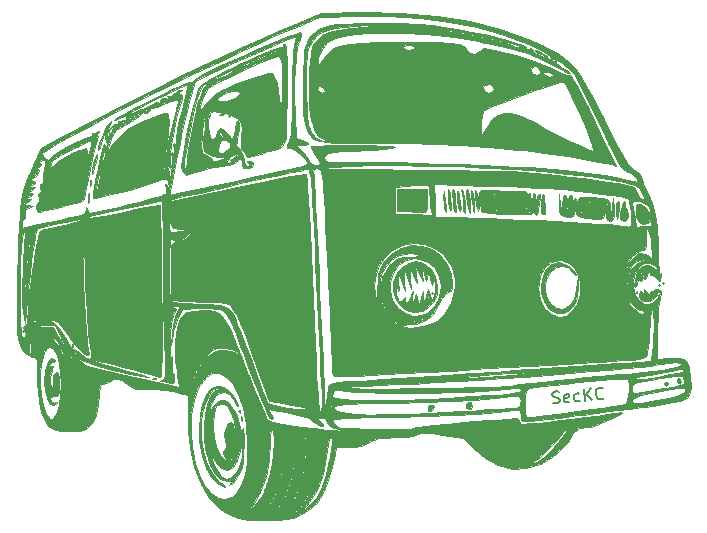
<source format=gbr>
G04 #@! TF.GenerationSoftware,KiCad,Pcbnew,(5.1.2)-1*
G04 #@! TF.CreationDate,2019-05-13T20:23:08-05:00*
G04 #@! TF.ProjectId,van-sao,76616e2d-7361-46f2-9e6b-696361645f70,rev?*
G04 #@! TF.SameCoordinates,Original*
G04 #@! TF.FileFunction,Legend,Top*
G04 #@! TF.FilePolarity,Positive*
%FSLAX46Y46*%
G04 Gerber Fmt 4.6, Leading zero omitted, Abs format (unit mm)*
G04 Created by KiCad (PCBNEW (5.1.2)-1) date 2019-05-13 20:23:08*
%MOMM*%
%LPD*%
G04 APERTURE LIST*
%ADD10C,0.150000*%
%ADD11C,0.010000*%
G04 APERTURE END LIST*
D10*
X88802094Y-93508263D02*
X88948558Y-93543250D01*
X89185747Y-93522499D01*
X89276472Y-93466761D01*
X89319760Y-93415173D01*
X89358897Y-93316147D01*
X89350597Y-93221271D01*
X89294858Y-93130546D01*
X89243270Y-93087258D01*
X89144244Y-93048121D01*
X88950343Y-93017284D01*
X88851317Y-92978147D01*
X88799728Y-92934859D01*
X88743990Y-92844134D01*
X88735690Y-92749258D01*
X88774827Y-92650232D01*
X88818114Y-92598644D01*
X88908840Y-92542906D01*
X89146029Y-92522154D01*
X89292493Y-92557141D01*
X90177791Y-93387906D02*
X90087066Y-93443644D01*
X89897315Y-93460245D01*
X89798289Y-93421108D01*
X89742550Y-93330382D01*
X89709348Y-92950880D01*
X89748485Y-92851854D01*
X89839211Y-92796115D01*
X90028962Y-92779514D01*
X90127988Y-92818651D01*
X90183726Y-92909377D01*
X90192027Y-93004253D01*
X89725949Y-93140631D01*
X91079110Y-93309050D02*
X90988385Y-93364789D01*
X90798634Y-93381390D01*
X90699608Y-93342253D01*
X90648019Y-93298965D01*
X90592281Y-93208240D01*
X90567379Y-92923612D01*
X90606517Y-92824587D01*
X90649804Y-92772998D01*
X90740530Y-92717260D01*
X90930281Y-92700659D01*
X91029307Y-92739796D01*
X91510201Y-93319136D02*
X91423045Y-92322941D01*
X92079455Y-93269332D02*
X91602711Y-92737431D01*
X91992300Y-92273138D02*
X91472849Y-92892195D01*
X93067349Y-93087301D02*
X93024062Y-93138889D01*
X92885899Y-93198778D01*
X92791023Y-93207078D01*
X92644559Y-93172091D01*
X92541383Y-93085516D01*
X92485645Y-92994791D01*
X92421606Y-92809190D01*
X92409155Y-92666876D01*
X92439992Y-92472974D01*
X92479129Y-92373949D01*
X92565704Y-92270772D01*
X92703867Y-92210884D01*
X92798743Y-92202583D01*
X92945207Y-92237570D01*
X92996795Y-92280858D01*
D11*
G36*
X75953510Y-60473868D02*
G01*
X78959014Y-60709807D01*
X81732824Y-61155174D01*
X84293373Y-61813376D01*
X86659095Y-62687815D01*
X87841480Y-63240732D01*
X88632792Y-63644173D01*
X89277819Y-63998478D01*
X89811171Y-64344407D01*
X90267456Y-64722722D01*
X90681283Y-65174184D01*
X91087262Y-65739556D01*
X91520002Y-66459599D01*
X92014113Y-67375075D01*
X92604203Y-68526745D01*
X93006643Y-69324106D01*
X93637986Y-70570336D01*
X94142848Y-71548322D01*
X94541741Y-72292429D01*
X94855181Y-72837023D01*
X95103682Y-73216468D01*
X95307758Y-73465131D01*
X95487925Y-73617378D01*
X95609522Y-73684404D01*
X96100701Y-74068638D01*
X96329965Y-74525464D01*
X96543729Y-75095663D01*
X96808280Y-75691137D01*
X96838929Y-75753081D01*
X97181716Y-76574377D01*
X97425172Y-77505186D01*
X97580747Y-78611183D01*
X97659892Y-79958043D01*
X97672116Y-80532060D01*
X97696452Y-81531377D01*
X97738269Y-82207137D01*
X97797166Y-82555024D01*
X97863538Y-82585504D01*
X97966247Y-82479724D01*
X97924610Y-82668658D01*
X97838645Y-83027836D01*
X97824636Y-83168669D01*
X97746702Y-83193235D01*
X97560808Y-82983885D01*
X97318964Y-82740147D01*
X97140279Y-82704067D01*
X97008203Y-82652169D01*
X96975989Y-82496616D01*
X96925755Y-82380303D01*
X96784488Y-82579099D01*
X96725339Y-82696953D01*
X96569355Y-83003846D01*
X96525761Y-83017049D01*
X96563046Y-82781059D01*
X96601297Y-82533901D01*
X96551765Y-82571528D01*
X96412321Y-82858528D01*
X96249540Y-83170233D01*
X96157092Y-83196898D01*
X96097078Y-83026740D01*
X96029580Y-82793128D01*
X96001521Y-82888739D01*
X95991242Y-83033377D01*
X95890130Y-83448649D01*
X95803609Y-83622119D01*
X95713736Y-83668132D01*
X95691680Y-83477729D01*
X95726129Y-83141479D01*
X95805769Y-82749952D01*
X95876260Y-82528741D01*
X96142517Y-82528741D01*
X96226623Y-82612847D01*
X96310728Y-82528741D01*
X96226623Y-82444636D01*
X96142517Y-82528741D01*
X95876260Y-82528741D01*
X95919288Y-82393716D01*
X95970903Y-82282780D01*
X96326641Y-81927669D01*
X96804190Y-81822127D01*
X97278036Y-81987664D01*
X97351354Y-82046222D01*
X97591870Y-82229607D01*
X97641465Y-82169099D01*
X97625201Y-82108212D01*
X97387254Y-81835500D01*
X96972255Y-81662691D01*
X96535674Y-81638620D01*
X96343905Y-81705732D01*
X95969077Y-82091273D01*
X95678552Y-82669966D01*
X95529688Y-83299618D01*
X95540847Y-83696475D01*
X95758918Y-84327118D01*
X96115969Y-84823040D01*
X96543781Y-85102580D01*
X96743467Y-85136026D01*
X97186772Y-85007731D01*
X97579291Y-84694257D01*
X97802030Y-84302725D01*
X97817901Y-84168808D01*
X97772315Y-84038257D01*
X97634387Y-84205112D01*
X97566263Y-84325468D01*
X97283583Y-84686835D01*
X96990610Y-84881476D01*
X96602515Y-84898319D01*
X96249329Y-84757942D01*
X96044829Y-84524025D01*
X96045364Y-84352414D01*
X96133683Y-84063704D01*
X96145092Y-83986838D01*
X96218787Y-84004671D01*
X96310728Y-84126755D01*
X96438163Y-84269822D01*
X96480099Y-84105875D01*
X96482325Y-84042649D01*
X96507194Y-83839719D01*
X96598764Y-83907005D01*
X96731258Y-84126755D01*
X96900725Y-84383445D01*
X96969358Y-84351746D01*
X96977615Y-84242986D01*
X97054806Y-84038052D01*
X97151788Y-84042649D01*
X97307163Y-84037804D01*
X97320000Y-83983354D01*
X97445518Y-83867879D01*
X97710609Y-83884724D01*
X97926515Y-84004351D01*
X97951705Y-84223750D01*
X97856818Y-84583944D01*
X97786911Y-84919799D01*
X97721180Y-85515631D01*
X97665950Y-86294999D01*
X97627544Y-87181462D01*
X97620654Y-87438988D01*
X97565801Y-89826057D01*
X98591102Y-89730313D01*
X99349282Y-89688272D01*
X99846624Y-89767619D01*
X100145178Y-90021827D01*
X100306996Y-90504367D01*
X100394130Y-91268713D01*
X100395378Y-91285133D01*
X100442600Y-92043397D01*
X100433578Y-92540706D01*
X100349480Y-92850442D01*
X100171473Y-93045986D01*
X99906783Y-93188933D01*
X99545818Y-93301341D01*
X98931948Y-93439896D01*
X98146243Y-93590213D01*
X97269770Y-93737904D01*
X96383599Y-93868582D01*
X95568797Y-93967862D01*
X95449038Y-93980012D01*
X95047428Y-94024833D01*
X94372932Y-94106231D01*
X93486173Y-94216623D01*
X92447779Y-94348423D01*
X91318375Y-94494050D01*
X90813919Y-94559808D01*
X89430116Y-94740500D01*
X88343990Y-94878475D01*
X87519512Y-94973689D01*
X86920652Y-95026095D01*
X86511382Y-95035651D01*
X86255672Y-95002311D01*
X86117492Y-94926031D01*
X86060814Y-94806765D01*
X86049607Y-94644470D01*
X86049801Y-94553906D01*
X86027251Y-94226907D01*
X85894275Y-94103019D01*
X85552890Y-94117225D01*
X85419007Y-94135361D01*
X84057702Y-94290652D01*
X82365188Y-94422544D01*
X80340339Y-94531098D01*
X77982033Y-94616376D01*
X75489797Y-94674826D01*
X74193762Y-94702276D01*
X73008989Y-94734365D01*
X71976500Y-94769430D01*
X71137315Y-94805807D01*
X70532456Y-94841833D01*
X70202941Y-94875844D01*
X70154456Y-94891215D01*
X70183794Y-95103384D01*
X70312788Y-95328714D01*
X70422748Y-95442059D01*
X70595577Y-95526939D01*
X70879569Y-95588845D01*
X71323020Y-95633266D01*
X71974226Y-95665690D01*
X72881481Y-95691608D01*
X73649070Y-95707916D01*
X74971776Y-95723564D01*
X75971926Y-95711255D01*
X76662263Y-95670509D01*
X77055530Y-95600843D01*
X77112597Y-95576925D01*
X77382060Y-95509275D01*
X77932721Y-95428699D01*
X78709882Y-95341138D01*
X79658846Y-95252526D01*
X80724915Y-95168804D01*
X81130198Y-95140780D01*
X82239626Y-95065086D01*
X83265566Y-94991752D01*
X84149805Y-94925202D01*
X84834127Y-94869862D01*
X85260316Y-94830157D01*
X85334901Y-94821169D01*
X85744170Y-94815022D01*
X85881267Y-94957333D01*
X85881589Y-94969002D01*
X86016359Y-95222614D01*
X86117926Y-95283439D01*
X86329348Y-95283021D01*
X86818782Y-95244721D01*
X87530760Y-95175048D01*
X88409810Y-95080511D01*
X89400465Y-94967621D01*
X90447254Y-94842886D01*
X91494707Y-94712817D01*
X92487355Y-94583922D01*
X93369729Y-94462712D01*
X94086358Y-94355696D01*
X94250132Y-94329099D01*
X94543954Y-94302908D01*
X94628609Y-94327231D01*
X94484938Y-94440074D01*
X94110065Y-94634098D01*
X93588203Y-94873463D01*
X93003566Y-95122324D01*
X92440366Y-95344838D01*
X91982817Y-95505164D01*
X91715131Y-95567459D01*
X91714669Y-95567462D01*
X91019972Y-95665928D01*
X90576421Y-95961162D01*
X90444445Y-96174697D01*
X90038701Y-96805717D01*
X89416049Y-97475150D01*
X88671738Y-98095954D01*
X87901016Y-98581085D01*
X87710382Y-98673213D01*
X86511778Y-99040411D01*
X85312801Y-99078661D01*
X84140341Y-98794332D01*
X83960984Y-98698080D01*
X86884006Y-98698080D01*
X87059073Y-98665772D01*
X87457538Y-98494634D01*
X87934620Y-98198317D01*
X88068344Y-98098641D01*
X88455132Y-97746968D01*
X88892473Y-97277186D01*
X89317354Y-96767272D01*
X89666760Y-96295201D01*
X89877678Y-95938950D01*
X89911777Y-95817483D01*
X89820440Y-95820589D01*
X89600580Y-96039440D01*
X89534147Y-96120743D01*
X88644933Y-97184226D01*
X87891846Y-97951585D01*
X87278661Y-98419006D01*
X87235721Y-98443351D01*
X86912433Y-98635324D01*
X86884006Y-98698080D01*
X83960984Y-98698080D01*
X83021290Y-98193793D01*
X82022505Y-97326012D01*
X81205635Y-96462291D01*
X79380367Y-96202888D01*
X78544453Y-96091682D01*
X77976300Y-96038955D01*
X77612570Y-96043572D01*
X77389925Y-96104394D01*
X77299826Y-96165543D01*
X76962306Y-96294299D01*
X76305444Y-96378178D01*
X75449495Y-96413770D01*
X74648810Y-96439101D01*
X74083010Y-96497011D01*
X73650800Y-96607223D01*
X73250889Y-96789466D01*
X73106564Y-96870026D01*
X72531627Y-97144244D01*
X71963454Y-97259181D01*
X71391606Y-97265213D01*
X70424521Y-97230315D01*
X70317445Y-97869594D01*
X70037161Y-99150305D01*
X69654154Y-100325982D01*
X69197891Y-101321281D01*
X68697841Y-102060857D01*
X68662938Y-102100028D01*
X68305644Y-102405167D01*
X67787371Y-102750997D01*
X67462384Y-102934608D01*
X67060656Y-103126957D01*
X66672751Y-103257125D01*
X66214061Y-103339545D01*
X65599980Y-103388650D01*
X64745902Y-103418873D01*
X64602781Y-103422409D01*
X63699760Y-103436395D01*
X63044824Y-103421172D01*
X62550190Y-103366869D01*
X62128077Y-103263614D01*
X61690701Y-103101536D01*
X61668678Y-103092464D01*
X61305840Y-102882384D01*
X62752450Y-102882384D01*
X62785342Y-102852854D01*
X67294172Y-102852854D01*
X67834171Y-102482452D01*
X68296610Y-102099313D01*
X68687918Y-101670758D01*
X68708579Y-101642414D01*
X69190855Y-100766594D01*
X69585048Y-99648288D01*
X69860782Y-98376447D01*
X69888962Y-98185751D01*
X69995266Y-97391150D01*
X70050453Y-96872385D01*
X70055896Y-96572985D01*
X70012966Y-96436482D01*
X69932203Y-96406225D01*
X69855100Y-96561550D01*
X69759934Y-96979177D01*
X69661422Y-97586587D01*
X69607609Y-98005334D01*
X69318542Y-99558483D01*
X68839986Y-100853260D01*
X68161182Y-101916310D01*
X67916176Y-102194771D01*
X67294172Y-102852854D01*
X62785342Y-102852854D01*
X62858331Y-102787326D01*
X66914884Y-102787326D01*
X66937894Y-102798278D01*
X67091401Y-102679860D01*
X67125960Y-102630066D01*
X67168824Y-102472806D01*
X67145815Y-102461854D01*
X66992307Y-102580272D01*
X66957748Y-102630066D01*
X66914884Y-102787326D01*
X62858331Y-102787326D01*
X63314544Y-102377748D01*
X63468307Y-102209536D01*
X65527947Y-102209536D01*
X65612053Y-102293642D01*
X65696159Y-102209536D01*
X67378278Y-102209536D01*
X67462384Y-102293642D01*
X67546490Y-102209536D01*
X67462384Y-102125430D01*
X67378278Y-102209536D01*
X65696159Y-102209536D01*
X65612053Y-102125430D01*
X65527947Y-102209536D01*
X63468307Y-102209536D01*
X63555200Y-102114478D01*
X64728130Y-102114478D01*
X64751139Y-102125430D01*
X64904646Y-102007012D01*
X64939205Y-101957218D01*
X64982069Y-101799958D01*
X64959060Y-101789006D01*
X64805552Y-101907424D01*
X64770993Y-101957218D01*
X64728130Y-102114478D01*
X63555200Y-102114478D01*
X63768138Y-101881531D01*
X63846485Y-101768006D01*
X66749137Y-101768006D01*
X66845590Y-101704900D01*
X67714702Y-101704900D01*
X67798808Y-101789006D01*
X67882914Y-101704900D01*
X67798808Y-101620794D01*
X67714702Y-101704900D01*
X66845590Y-101704900D01*
X66872361Y-101687385D01*
X66894515Y-101665651D01*
X67027383Y-101445106D01*
X67010358Y-101368477D01*
X67882914Y-101368477D01*
X67967020Y-101452583D01*
X68051126Y-101368477D01*
X67967020Y-101284371D01*
X67882914Y-101368477D01*
X67010358Y-101368477D01*
X67009368Y-101364025D01*
X66884240Y-101414505D01*
X66800351Y-101571487D01*
X66749137Y-101768006D01*
X63846485Y-101768006D01*
X64006124Y-101536689D01*
X65023311Y-101536689D01*
X65107417Y-101620794D01*
X65191523Y-101536689D01*
X65107417Y-101452583D01*
X65023311Y-101536689D01*
X64006124Y-101536689D01*
X64122212Y-101368477D01*
X66032583Y-101368477D01*
X66116689Y-101452583D01*
X66200795Y-101368477D01*
X66116689Y-101284371D01*
X66032583Y-101368477D01*
X64122212Y-101368477D01*
X64166191Y-101304752D01*
X64223312Y-101200265D01*
X65191523Y-101200265D01*
X65275629Y-101284371D01*
X65359735Y-101200265D01*
X65275629Y-101116159D01*
X65191523Y-101200265D01*
X64223312Y-101200265D01*
X64291265Y-101032053D01*
X67041854Y-101032053D01*
X67125960Y-101116159D01*
X67210066Y-101032053D01*
X67125960Y-100947947D01*
X68051126Y-100947947D01*
X68112672Y-101086404D01*
X68163267Y-101060088D01*
X68183399Y-100860460D01*
X68163267Y-100835806D01*
X68063265Y-100858896D01*
X68051126Y-100947947D01*
X67125960Y-100947947D01*
X67041854Y-101032053D01*
X64291265Y-101032053D01*
X64359218Y-100863841D01*
X66200795Y-100863841D01*
X66284901Y-100947947D01*
X66369007Y-100863841D01*
X66284901Y-100779735D01*
X66200795Y-100863841D01*
X64359218Y-100863841D01*
X64461147Y-100611523D01*
X67210066Y-100611523D01*
X67271612Y-100749980D01*
X67322207Y-100723664D01*
X67342339Y-100524036D01*
X67322207Y-100499382D01*
X67222206Y-100522472D01*
X67210066Y-100611523D01*
X64461147Y-100611523D01*
X64529101Y-100443311D01*
X66369007Y-100443311D01*
X66430553Y-100581769D01*
X66481148Y-100555452D01*
X66492457Y-100443311D01*
X68219338Y-100443311D01*
X68280884Y-100581769D01*
X68331479Y-100555452D01*
X68351611Y-100355824D01*
X68331479Y-100331170D01*
X68231477Y-100354260D01*
X68219338Y-100443311D01*
X66492457Y-100443311D01*
X66501280Y-100355824D01*
X66481148Y-100331170D01*
X66381146Y-100354260D01*
X66369007Y-100443311D01*
X64529101Y-100443311D01*
X64597055Y-100275099D01*
X65527947Y-100275099D01*
X65589493Y-100413557D01*
X65640088Y-100387240D01*
X65660220Y-100187612D01*
X65640088Y-100162958D01*
X65540087Y-100186048D01*
X65527947Y-100275099D01*
X64597055Y-100275099D01*
X64663254Y-100111231D01*
X64664256Y-100106887D01*
X67378278Y-100106887D01*
X67439824Y-100245345D01*
X67490419Y-100219028D01*
X67510551Y-100019400D01*
X67490419Y-99994746D01*
X67390418Y-100017836D01*
X67378278Y-100106887D01*
X64664256Y-100106887D01*
X64703068Y-99938675D01*
X66537219Y-99938675D01*
X66598765Y-100077133D01*
X66649360Y-100050817D01*
X66660668Y-99938675D01*
X68387550Y-99938675D01*
X68449096Y-100077133D01*
X68499691Y-100050817D01*
X68519823Y-99851188D01*
X68499691Y-99826534D01*
X68399689Y-99849624D01*
X68387550Y-99938675D01*
X66660668Y-99938675D01*
X66669491Y-99851188D01*
X66649360Y-99826534D01*
X66549358Y-99849624D01*
X66537219Y-99938675D01*
X64703068Y-99938675D01*
X64800099Y-99518145D01*
X65696159Y-99518145D01*
X65780265Y-99602251D01*
X65864371Y-99518145D01*
X65780265Y-99434040D01*
X65696159Y-99518145D01*
X64800099Y-99518145D01*
X64842145Y-99335916D01*
X67559770Y-99335916D01*
X67590697Y-99554089D01*
X67648118Y-99556694D01*
X67688273Y-99331561D01*
X67661398Y-99234288D01*
X67586706Y-99170572D01*
X67559770Y-99335916D01*
X64842145Y-99335916D01*
X64919771Y-98999492D01*
X66718710Y-98999492D01*
X66749637Y-99217665D01*
X66807058Y-99220270D01*
X66828935Y-99097616D01*
X68555762Y-99097616D01*
X68617308Y-99236073D01*
X68667903Y-99209757D01*
X68688035Y-99010129D01*
X68667903Y-98985474D01*
X68567901Y-99008565D01*
X68555762Y-99097616D01*
X66828935Y-99097616D01*
X66847214Y-98995137D01*
X66820338Y-98897864D01*
X66745647Y-98834149D01*
X66718710Y-98999492D01*
X64919771Y-98999492D01*
X64965647Y-98800669D01*
X65000556Y-98508874D01*
X65897164Y-98508874D01*
X65915346Y-98796150D01*
X65968004Y-98821443D01*
X65974707Y-98806446D01*
X66007983Y-98472514D01*
X65980940Y-98301810D01*
X65927396Y-98233214D01*
X65898273Y-98456637D01*
X65897164Y-98508874D01*
X65000556Y-98508874D01*
X65050867Y-98088344D01*
X67753728Y-98088344D01*
X67771265Y-98394375D01*
X67814929Y-98430442D01*
X67830655Y-98382715D01*
X67856815Y-97956091D01*
X67830655Y-97793973D01*
X67781899Y-97741621D01*
X67755354Y-97974215D01*
X67753728Y-98088344D01*
X65050867Y-98088344D01*
X65122769Y-97487345D01*
X65133830Y-97247285D01*
X66927483Y-97247285D01*
X66936096Y-97709414D01*
X66958816Y-97915180D01*
X66990963Y-97826877D01*
X66995326Y-97793973D01*
X67021127Y-97247285D01*
X68774381Y-97247285D01*
X68784811Y-97662565D01*
X68811964Y-97818207D01*
X68844456Y-97709867D01*
X68872614Y-97166525D01*
X68844456Y-96784702D01*
X68807786Y-96680345D01*
X68782421Y-96871385D01*
X68774381Y-97247285D01*
X67021127Y-97247285D01*
X67023164Y-97204135D01*
X66995326Y-96700596D01*
X66962345Y-96573639D01*
X66938217Y-96745374D01*
X66927622Y-97178097D01*
X66927483Y-97247285D01*
X65133830Y-97247285D01*
X65162800Y-96618588D01*
X65153964Y-96490331D01*
X67714702Y-96490331D01*
X67798808Y-96574437D01*
X67882914Y-96490331D01*
X67798808Y-96406225D01*
X67714702Y-96490331D01*
X65153964Y-96490331D01*
X65121993Y-96026277D01*
X65049688Y-95798487D01*
X64953429Y-95696217D01*
X64895337Y-95822656D01*
X64866964Y-96217355D01*
X64860214Y-96685798D01*
X64756812Y-98298766D01*
X64470920Y-99775317D01*
X64017820Y-101063170D01*
X63412792Y-102110042D01*
X63196527Y-102377748D01*
X62752450Y-102882384D01*
X61305840Y-102882384D01*
X60589828Y-102467820D01*
X59683462Y-101563306D01*
X58955272Y-100391218D01*
X58410951Y-98963853D01*
X58056193Y-97293508D01*
X57934709Y-95845589D01*
X58133325Y-95845589D01*
X58246931Y-97222881D01*
X58506888Y-98549054D01*
X58907541Y-99738601D01*
X59268138Y-100443311D01*
X59819114Y-101139262D01*
X60417501Y-101541442D01*
X61027155Y-101641558D01*
X61611928Y-101431312D01*
X62006731Y-101071832D01*
X62406014Y-100443591D01*
X62684077Y-99639081D01*
X62851256Y-98612162D01*
X62917890Y-97316695D01*
X62920081Y-96994967D01*
X62839591Y-95325142D01*
X62591713Y-93918619D01*
X62168400Y-92742402D01*
X61683549Y-91924987D01*
X61087716Y-91271200D01*
X60497851Y-90952602D01*
X59924518Y-90967987D01*
X59378281Y-91316151D01*
X58869704Y-91995889D01*
X58727154Y-92262084D01*
X58367782Y-93279683D01*
X58171724Y-94502687D01*
X58133325Y-95845589D01*
X57934709Y-95845589D01*
X57896691Y-95392479D01*
X57888243Y-94926844D01*
X57874305Y-92858722D01*
X57068290Y-92621457D01*
X57958411Y-92621457D01*
X58042517Y-92705563D01*
X58126623Y-92621457D01*
X58042517Y-92537351D01*
X57958411Y-92621457D01*
X57068290Y-92621457D01*
X56949139Y-92586383D01*
X56033993Y-92408882D01*
X54952267Y-92346589D01*
X54705212Y-92350024D01*
X54005310Y-92356234D01*
X53537413Y-92314938D01*
X53198205Y-92205851D01*
X52884368Y-92008685D01*
X52854881Y-91986712D01*
X52283047Y-91605150D01*
X51858260Y-91455719D01*
X51503775Y-91519360D01*
X51347050Y-91612220D01*
X50956916Y-91807882D01*
X50687870Y-91864503D01*
X50510836Y-91919350D01*
X50420091Y-92135155D01*
X50389953Y-92588815D01*
X50388874Y-92759704D01*
X50306712Y-93669950D01*
X50082118Y-94514985D01*
X49747932Y-95199204D01*
X49425105Y-95565478D01*
X49088796Y-95760699D01*
X48641592Y-95865310D01*
X47981346Y-95900861D01*
X47831952Y-95901589D01*
X47021625Y-95869914D01*
X46464220Y-95748379D01*
X46079985Y-95497226D01*
X45789169Y-95076691D01*
X45668036Y-94822738D01*
X45479606Y-94235906D01*
X45311237Y-93427208D01*
X45177433Y-92511158D01*
X45111242Y-91801211D01*
X45362208Y-91801211D01*
X45441987Y-92808110D01*
X45618635Y-93714368D01*
X45888227Y-94417208D01*
X45946098Y-94513841D01*
X46214971Y-94824743D01*
X46450968Y-94831233D01*
X46665390Y-94555894D01*
X47192848Y-94555894D01*
X47254394Y-94694351D01*
X47304989Y-94668035D01*
X47325121Y-94468407D01*
X47304989Y-94443753D01*
X47204987Y-94466843D01*
X47192848Y-94555894D01*
X46665390Y-94555894D01*
X46691378Y-94522523D01*
X46818265Y-94261523D01*
X46952924Y-93784923D01*
X47374339Y-93784923D01*
X47405266Y-94003096D01*
X47462688Y-94005701D01*
X47502843Y-93780567D01*
X47475968Y-93683294D01*
X47401276Y-93619579D01*
X47374339Y-93784923D01*
X46952924Y-93784923D01*
X46990276Y-93652726D01*
X47091006Y-92830141D01*
X47119916Y-91948609D01*
X47586936Y-91948609D01*
X47593328Y-92480846D01*
X47611367Y-92766716D01*
X47637754Y-92769502D01*
X47651544Y-92667956D01*
X47678771Y-92070783D01*
X47660258Y-91417685D01*
X47652654Y-91322261D01*
X47624015Y-91143796D01*
X47601621Y-91270428D01*
X47588758Y-91670840D01*
X47586936Y-91948609D01*
X47119916Y-91948609D01*
X47121540Y-91899113D01*
X47082961Y-90964987D01*
X46982671Y-90182384D01*
X47387619Y-90182384D01*
X47414054Y-90421183D01*
X47472463Y-90392649D01*
X47494680Y-90048261D01*
X47472463Y-89972119D01*
X47411067Y-89950988D01*
X47387619Y-90182384D01*
X46982671Y-90182384D01*
X46976356Y-90133108D01*
X46802807Y-89508821D01*
X46768576Y-89434591D01*
X46466398Y-88926055D01*
X46358983Y-88846827D01*
X47051364Y-88846827D01*
X47055487Y-88928373D01*
X47096041Y-89060711D01*
X47186143Y-89423980D01*
X47206128Y-89565347D01*
X47246808Y-89663591D01*
X47283436Y-89593642D01*
X47865695Y-89593642D01*
X47949801Y-89677748D01*
X48033907Y-89593642D01*
X47949801Y-89509536D01*
X47865695Y-89593642D01*
X47283436Y-89593642D01*
X47302139Y-89557927D01*
X47297562Y-89465457D01*
X48286225Y-89465457D01*
X48706755Y-89901939D01*
X48879243Y-90061221D01*
X49091669Y-90203368D01*
X49382503Y-90339679D01*
X49790216Y-90481451D01*
X50353277Y-90639982D01*
X51110156Y-90826570D01*
X52099323Y-91052513D01*
X53359248Y-91329108D01*
X54145136Y-91499067D01*
X57144443Y-92145765D01*
X57028908Y-91542551D01*
X56991211Y-91275761D01*
X58294834Y-91275761D01*
X58378940Y-91359867D01*
X58463046Y-91275761D01*
X58378940Y-91191655D01*
X58294834Y-91275761D01*
X56991211Y-91275761D01*
X56933194Y-90865159D01*
X58463046Y-90865159D01*
X58517103Y-91017996D01*
X58641145Y-90884663D01*
X58695441Y-90762389D01*
X58707197Y-90588748D01*
X58629332Y-90604104D01*
X58469024Y-90819471D01*
X58463046Y-90865159D01*
X56933194Y-90865159D01*
X56848603Y-90266490D01*
X58799470Y-90266490D01*
X58883576Y-90350596D01*
X58967682Y-90266490D01*
X58883576Y-90182384D01*
X58799470Y-90266490D01*
X56848603Y-90266490D01*
X56817449Y-90046010D01*
X58883576Y-90046010D01*
X59586814Y-89506675D01*
X60076716Y-89174210D01*
X60478486Y-89036259D01*
X60932510Y-89043002D01*
X61450395Y-89126163D01*
X61872379Y-89230130D01*
X61911391Y-89243727D01*
X62143294Y-89322190D01*
X62108673Y-89258486D01*
X61921293Y-89102738D01*
X61530785Y-88926528D01*
X60981660Y-88839507D01*
X60867499Y-88836689D01*
X60361623Y-88881793D01*
X59958778Y-89062368D01*
X59511901Y-89441349D01*
X58883576Y-90046010D01*
X56817449Y-90046010D01*
X56786345Y-89825884D01*
X56764607Y-88355361D01*
X56963993Y-87123062D01*
X57222690Y-86424130D01*
X57472054Y-86042181D01*
X57827345Y-85803376D01*
X58361801Y-85679133D01*
X59148659Y-85640866D01*
X59230076Y-85640662D01*
X59673318Y-85649796D01*
X60046164Y-85697608D01*
X60369620Y-85814711D01*
X60664691Y-86031717D01*
X60952383Y-86379240D01*
X61253702Y-86887893D01*
X61589653Y-87588288D01*
X61981241Y-88511039D01*
X62449473Y-89686758D01*
X63015353Y-91146059D01*
X63025212Y-91171612D01*
X63425254Y-92193954D01*
X63796710Y-93116079D01*
X64119159Y-93889428D01*
X64372174Y-94465446D01*
X64535333Y-94795574D01*
X64572025Y-94849096D01*
X64871357Y-95007661D01*
X65464232Y-95171355D01*
X66362296Y-95342518D01*
X67577192Y-95523488D01*
X68555762Y-95649133D01*
X69559943Y-95765562D01*
X70303210Y-95838217D01*
X70769518Y-95866407D01*
X70942825Y-95849445D01*
X70807086Y-95786641D01*
X70617394Y-95737616D01*
X70035643Y-95525811D01*
X69663884Y-95238622D01*
X69565033Y-94991623D01*
X69423549Y-94821530D01*
X69228609Y-94770356D01*
X68956164Y-94815318D01*
X68892185Y-94902772D01*
X69013173Y-95057511D01*
X69042401Y-95060530D01*
X69226013Y-95194480D01*
X69290200Y-95314831D01*
X69313259Y-95460932D01*
X69165946Y-95443009D01*
X68845614Y-95288981D01*
X68434247Y-95044865D01*
X68152056Y-94822040D01*
X68135232Y-94802916D01*
X67925991Y-94706457D01*
X67474530Y-94573210D01*
X66870229Y-94423137D01*
X66202469Y-94276199D01*
X65560634Y-94152359D01*
X65034104Y-94071578D01*
X64769590Y-94051258D01*
X64763222Y-94170446D01*
X64915130Y-94458561D01*
X64923737Y-94471788D01*
X65064495Y-94785930D01*
X65001809Y-94898257D01*
X64787784Y-94753354D01*
X64726049Y-94682053D01*
X64597146Y-94440614D01*
X64372398Y-93933176D01*
X64071731Y-93209614D01*
X63715070Y-92319806D01*
X63322343Y-91313628D01*
X62913475Y-90240956D01*
X62508392Y-89151668D01*
X62419792Y-88909345D01*
X61926919Y-87630379D01*
X61494095Y-86667748D01*
X61114134Y-86008149D01*
X60779852Y-85638279D01*
X60606362Y-85551834D01*
X60266018Y-85513494D01*
X59697335Y-85495694D01*
X59007927Y-85501134D01*
X58815414Y-85506924D01*
X57401557Y-85556556D01*
X57072292Y-86192089D01*
X56845136Y-86753178D01*
X56654992Y-87429727D01*
X56600897Y-87705997D01*
X56458767Y-88584371D01*
X56525017Y-87603297D01*
X56622076Y-86922083D01*
X56797100Y-86261782D01*
X56917311Y-85963231D01*
X57243355Y-85304238D01*
X56717770Y-85327146D01*
X56420525Y-85353823D01*
X56450394Y-85397004D01*
X56557890Y-85421277D01*
X56783200Y-85485822D01*
X56837359Y-85622247D01*
X56734309Y-85929100D01*
X56655804Y-86113270D01*
X56491162Y-86720118D01*
X56392318Y-87631862D01*
X56360629Y-88500265D01*
X56358388Y-89259776D01*
X56379057Y-89717950D01*
X56421582Y-89862155D01*
X56465836Y-89761854D01*
X56537063Y-89541434D01*
X56565276Y-89610543D01*
X56554837Y-89989294D01*
X56546702Y-90134661D01*
X56535095Y-90611911D01*
X56560405Y-90903449D01*
X56595899Y-90950203D01*
X56671776Y-91049616D01*
X56714795Y-91375352D01*
X56715183Y-91385309D01*
X56684781Y-91731928D01*
X56538123Y-91803935D01*
X56491161Y-91789303D01*
X56141185Y-91710574D01*
X55799951Y-91676778D01*
X55535886Y-91648964D01*
X55595522Y-91596462D01*
X55670385Y-91575545D01*
X55781692Y-91530680D01*
X55861122Y-91431065D01*
X55911669Y-91230694D01*
X55936327Y-90883560D01*
X55938091Y-90343656D01*
X55919956Y-89564976D01*
X55884916Y-88501512D01*
X55879872Y-88356979D01*
X55847640Y-87257537D01*
X55818282Y-85918957D01*
X55793335Y-84438520D01*
X55774338Y-82913510D01*
X55767637Y-82056231D01*
X56278867Y-82056231D01*
X56285840Y-83169331D01*
X56310779Y-83979520D01*
X56356093Y-84519951D01*
X56424193Y-84823779D01*
X56486556Y-84913335D01*
X56731157Y-84970989D01*
X57235786Y-85026252D01*
X57924074Y-85072454D01*
X58631258Y-85100607D01*
X59665492Y-85143563D01*
X60420805Y-85216740D01*
X60954392Y-85335909D01*
X61323444Y-85516839D01*
X61585154Y-85775302D01*
X61698220Y-85946274D01*
X61834820Y-86235843D01*
X62065040Y-86788795D01*
X62368005Y-87552173D01*
X62722843Y-88473019D01*
X63108680Y-89498374D01*
X63270064Y-89934178D01*
X63648352Y-90956850D01*
X63988534Y-91869374D01*
X64273271Y-92625825D01*
X64485228Y-93180277D01*
X64607065Y-93486805D01*
X64628440Y-93532383D01*
X64826982Y-93606517D01*
X65264527Y-93704336D01*
X65845979Y-93810039D01*
X66476241Y-93907826D01*
X67060217Y-93981897D01*
X67502812Y-94016451D01*
X67546490Y-94017227D01*
X68135232Y-94020917D01*
X67630596Y-93882214D01*
X67204674Y-93784074D01*
X66584567Y-93663108D01*
X65944559Y-93552195D01*
X64763158Y-93360879D01*
X63686351Y-90383883D01*
X63142260Y-88898944D01*
X62688313Y-87706216D01*
X62311932Y-86777554D01*
X62000536Y-86084812D01*
X61741545Y-85599845D01*
X61522380Y-85294506D01*
X61346460Y-85148770D01*
X61008752Y-85055627D01*
X60458376Y-84989885D01*
X59861853Y-84966619D01*
X59031712Y-84947739D01*
X58119491Y-84900465D01*
X57579934Y-84858188D01*
X56444503Y-84750954D01*
X56444503Y-82336205D01*
X56446161Y-81391785D01*
X56456490Y-80732113D01*
X56483525Y-80305513D01*
X56535301Y-80060311D01*
X56619851Y-79944832D01*
X56745211Y-79907401D01*
X56822980Y-79901944D01*
X57075562Y-79879378D01*
X57004052Y-79834766D01*
X56865033Y-79798379D01*
X56672352Y-79708938D01*
X57339346Y-79708938D01*
X57399707Y-79748130D01*
X57668569Y-79643447D01*
X57862289Y-79488912D01*
X58073584Y-79193902D01*
X58121507Y-79026329D01*
X58052859Y-78981371D01*
X57947936Y-79117091D01*
X57654074Y-79454490D01*
X57490469Y-79574559D01*
X57339346Y-79708938D01*
X56672352Y-79708938D01*
X56528438Y-79642135D01*
X56405026Y-79523521D01*
X56363683Y-79616430D01*
X56327900Y-79994899D01*
X56300209Y-80608074D01*
X56283145Y-81405105D01*
X56278867Y-82056231D01*
X55767637Y-82056231D01*
X55762829Y-81441210D01*
X55760464Y-80804569D01*
X55754156Y-79625399D01*
X55741320Y-78564944D01*
X55737266Y-78365496D01*
X56303212Y-78365496D01*
X56309447Y-78796050D01*
X56415086Y-79014445D01*
X56688587Y-79055773D01*
X57198407Y-78955127D01*
X57369669Y-78912185D01*
X57658835Y-78831624D01*
X57672211Y-78790608D01*
X57384729Y-78770508D01*
X57170062Y-78763875D01*
X56721742Y-78730348D01*
X56505383Y-78612565D01*
X56416609Y-78333928D01*
X56397975Y-78197285D01*
X56355294Y-77904382D01*
X56328807Y-77908390D01*
X56308696Y-78226736D01*
X56303212Y-78365496D01*
X55737266Y-78365496D01*
X55723070Y-77667160D01*
X55700523Y-76976001D01*
X55674796Y-76535423D01*
X55658242Y-76443799D01*
X56290309Y-76443799D01*
X56465146Y-76421980D01*
X56930490Y-76335278D01*
X57648380Y-76191531D01*
X58580852Y-75998580D01*
X59689944Y-75764261D01*
X60937693Y-75496414D01*
X62053148Y-75253879D01*
X63388486Y-74965240D01*
X64618076Y-74705859D01*
X65703731Y-74483296D01*
X66607264Y-74305114D01*
X67290489Y-74178872D01*
X67715219Y-74112130D01*
X67844047Y-74107314D01*
X67892475Y-74268845D01*
X67944996Y-74668615D01*
X68002362Y-75319285D01*
X68065321Y-76233518D01*
X68134627Y-77423973D01*
X68211029Y-78903313D01*
X68295278Y-80684199D01*
X68388125Y-82779292D01*
X68463139Y-84547285D01*
X68551268Y-86633738D01*
X68628631Y-88407678D01*
X68696740Y-89892789D01*
X68757106Y-91112756D01*
X68811243Y-92091265D01*
X68860661Y-92852002D01*
X68906872Y-93418651D01*
X68951388Y-93814899D01*
X68995720Y-94064430D01*
X69041382Y-94190930D01*
X69080490Y-94219470D01*
X69181458Y-94072319D01*
X69206372Y-93883046D01*
X69940483Y-93883046D01*
X69958020Y-94189077D01*
X70001684Y-94225144D01*
X70017410Y-94177417D01*
X70034229Y-93903119D01*
X70282619Y-93903119D01*
X70316573Y-94077202D01*
X70485637Y-94205232D01*
X70844747Y-94304795D01*
X71448842Y-94393475D01*
X72004106Y-94454142D01*
X72526886Y-94481098D01*
X73330050Y-94488810D01*
X74358212Y-94479008D01*
X75555986Y-94453421D01*
X76867986Y-94413778D01*
X78238827Y-94361809D01*
X79613124Y-94299243D01*
X80935489Y-94227809D01*
X82150538Y-94149237D01*
X82433245Y-94128515D01*
X83444692Y-94053006D01*
X84346834Y-93986944D01*
X85083624Y-93934331D01*
X85599009Y-93899165D01*
X85836942Y-93885448D01*
X85839536Y-93885406D01*
X85991930Y-93734907D01*
X86035129Y-93464464D01*
X86388859Y-93464464D01*
X86394010Y-94003051D01*
X86434152Y-94426396D01*
X86498366Y-94611964D01*
X86536428Y-94655485D01*
X86580373Y-94687155D01*
X86669427Y-94703229D01*
X86842814Y-94699958D01*
X87139759Y-94673594D01*
X87599489Y-94620390D01*
X88261228Y-94536597D01*
X89164202Y-94418468D01*
X90347635Y-94262255D01*
X90843841Y-94196770D01*
X91972192Y-94044514D01*
X92987817Y-93900894D01*
X93843673Y-93773101D01*
X94492716Y-93668323D01*
X94887901Y-93593749D01*
X94988234Y-93563426D01*
X95079329Y-93332343D01*
X95091917Y-93258179D01*
X95500550Y-93258179D01*
X95505644Y-93415144D01*
X95622880Y-93504675D01*
X95895358Y-93525013D01*
X96366179Y-93474401D01*
X97078444Y-93351081D01*
X98075253Y-93153294D01*
X98076027Y-93153136D01*
X98932040Y-92966298D01*
X99501937Y-92809390D01*
X99832814Y-92665969D01*
X99971769Y-92519593D01*
X99980746Y-92488145D01*
X99989702Y-92344925D01*
X99919928Y-92257900D01*
X99725053Y-92229077D01*
X99358703Y-92260464D01*
X98774508Y-92354066D01*
X97926095Y-92511891D01*
X97489374Y-92595963D01*
X96617186Y-92775249D01*
X96030440Y-92925129D01*
X95681223Y-93061556D01*
X95521626Y-93200482D01*
X95500550Y-93258179D01*
X95091917Y-93258179D01*
X95152926Y-92898769D01*
X95200618Y-92378441D01*
X95202280Y-92317395D01*
X95469669Y-92317395D01*
X95512266Y-92618767D01*
X95709620Y-92691262D01*
X95932252Y-92659590D01*
X96287677Y-92595630D01*
X96882717Y-92492325D01*
X97625132Y-92365577D01*
X98203607Y-92267981D01*
X98996673Y-92130297D01*
X99511074Y-92022585D01*
X99800753Y-91924326D01*
X99919659Y-91814998D01*
X99921738Y-91674082D01*
X99906882Y-91620080D01*
X99796455Y-91313437D01*
X99741095Y-91208592D01*
X99565172Y-91209160D01*
X99137067Y-91255062D01*
X98536125Y-91334440D01*
X97841690Y-91435437D01*
X97133107Y-91546194D01*
X96489722Y-91654855D01*
X95990878Y-91749561D01*
X95764040Y-91802941D01*
X95523244Y-92031228D01*
X95469669Y-92317395D01*
X95202280Y-92317395D01*
X95214003Y-91887094D01*
X95184677Y-91540464D01*
X95141754Y-91449232D01*
X94938731Y-91439378D01*
X94457059Y-91462022D01*
X93752371Y-91511755D01*
X92880298Y-91583165D01*
X91896473Y-91670841D01*
X90856529Y-91769374D01*
X89816097Y-91873352D01*
X88830810Y-91977365D01*
X87956301Y-92076002D01*
X87248201Y-92163852D01*
X86762142Y-92235505D01*
X86555631Y-92284295D01*
X86472443Y-92492382D01*
X86415928Y-92923340D01*
X86388859Y-93464464D01*
X86035129Y-93464464D01*
X86049801Y-93372617D01*
X86035021Y-93067480D01*
X85931895Y-92929950D01*
X85652247Y-92914217D01*
X85250795Y-92957512D01*
X83847277Y-93097785D01*
X82130114Y-93222127D01*
X80121764Y-93329346D01*
X77844681Y-93418253D01*
X75321323Y-93487659D01*
X75191943Y-93490533D01*
X73779545Y-93522767D01*
X72667616Y-93552264D01*
X71820254Y-93582041D01*
X71201553Y-93615115D01*
X70775609Y-93654503D01*
X70506518Y-93703225D01*
X70358375Y-93764295D01*
X70295277Y-93840733D01*
X70282619Y-93903119D01*
X70034229Y-93903119D01*
X70043570Y-93750793D01*
X70017410Y-93588675D01*
X69968654Y-93536323D01*
X69942109Y-93768917D01*
X69940483Y-93883046D01*
X69206372Y-93883046D01*
X69228635Y-93713926D01*
X69229089Y-93672781D01*
X69220877Y-93326586D01*
X69197195Y-92687422D01*
X69159965Y-91794474D01*
X69111111Y-90686927D01*
X69052556Y-89403966D01*
X68986222Y-87984774D01*
X68914033Y-86468538D01*
X68837910Y-84894442D01*
X68759778Y-83301670D01*
X68681559Y-81729407D01*
X68605175Y-80216839D01*
X68532551Y-78803149D01*
X68465608Y-77527523D01*
X68406270Y-76429146D01*
X68356459Y-75547202D01*
X68318099Y-74920875D01*
X68293112Y-74589352D01*
X68292194Y-74580728D01*
X68211605Y-74087689D01*
X68167320Y-73949934D01*
X68509255Y-73949934D01*
X68531827Y-74249942D01*
X68567354Y-74846838D01*
X68613986Y-75701411D01*
X68669872Y-76774452D01*
X68733162Y-78026750D01*
X68802007Y-79419095D01*
X68874557Y-80912277D01*
X68948962Y-82467085D01*
X69023371Y-84044310D01*
X69095935Y-85604740D01*
X69164804Y-87109167D01*
X69228128Y-88518379D01*
X69284056Y-89793167D01*
X69330740Y-90894320D01*
X69366328Y-91782629D01*
X69388972Y-92418882D01*
X69396821Y-92761999D01*
X69414056Y-93420765D01*
X69458293Y-93763807D01*
X69518331Y-93786022D01*
X69582966Y-93482310D01*
X69636907Y-92899365D01*
X70094280Y-92899365D01*
X70132725Y-92992902D01*
X70424809Y-93105812D01*
X71031695Y-93188656D01*
X71933102Y-93241368D01*
X73108750Y-93263879D01*
X74538358Y-93256125D01*
X76201644Y-93218037D01*
X78078328Y-93149551D01*
X80148129Y-93050599D01*
X80582914Y-93027178D01*
X82094881Y-92942469D01*
X83303739Y-92869527D01*
X84242444Y-92804629D01*
X84943954Y-92744055D01*
X85441227Y-92684082D01*
X85767219Y-92620989D01*
X85954888Y-92551054D01*
X86037192Y-92470556D01*
X86049801Y-92409842D01*
X85961561Y-92248827D01*
X85650633Y-92236429D01*
X85503113Y-92258908D01*
X84829120Y-92346674D01*
X83900772Y-92424326D01*
X82766317Y-92491303D01*
X81474003Y-92547045D01*
X80072081Y-92590993D01*
X78608798Y-92622585D01*
X77132402Y-92641263D01*
X75691143Y-92646465D01*
X74333269Y-92637633D01*
X73107029Y-92614205D01*
X72060672Y-92575621D01*
X71242445Y-92521323D01*
X70700599Y-92450749D01*
X70618402Y-92431692D01*
X70271077Y-92438416D01*
X70135038Y-92609627D01*
X70094280Y-92899365D01*
X69636907Y-92899365D01*
X69639396Y-92872469D01*
X69709697Y-92348971D01*
X69750498Y-92217187D01*
X71040717Y-92217187D01*
X71078940Y-92226932D01*
X71410814Y-92257468D01*
X72032476Y-92278652D01*
X72897440Y-92291126D01*
X73959218Y-92295530D01*
X75171323Y-92292507D01*
X76487268Y-92282695D01*
X77860567Y-92266738D01*
X79244732Y-92245274D01*
X80593277Y-92218946D01*
X81859713Y-92188395D01*
X82997555Y-92154260D01*
X83960315Y-92117184D01*
X84701506Y-92077806D01*
X85174642Y-92036769D01*
X85208742Y-92032121D01*
X85914054Y-91938041D01*
X86836731Y-91826952D01*
X87918136Y-91704762D01*
X89099636Y-91577379D01*
X90322596Y-91450711D01*
X91035721Y-91379714D01*
X95709721Y-91379714D01*
X95727909Y-91480784D01*
X95968394Y-91511889D01*
X96459019Y-91471059D01*
X97227625Y-91356324D01*
X98032002Y-91215356D01*
X98739330Y-91077507D01*
X99318007Y-90947889D01*
X99690584Y-90844771D01*
X99784209Y-90802060D01*
X99852987Y-90646493D01*
X99616478Y-90621078D01*
X99072435Y-90725729D01*
X98901207Y-90768800D01*
X98250343Y-90909771D01*
X97466701Y-91041124D01*
X96922604Y-91111280D01*
X96341254Y-91192804D01*
X95904418Y-91290033D01*
X95709721Y-91379714D01*
X91035721Y-91379714D01*
X91528381Y-91330666D01*
X92658356Y-91223152D01*
X93653887Y-91134077D01*
X94456340Y-91069350D01*
X95007079Y-91034878D01*
X95145656Y-91030868D01*
X95718776Y-90999540D01*
X96454830Y-90921998D01*
X97267025Y-90811913D01*
X98068566Y-90682953D01*
X98772657Y-90548790D01*
X99292503Y-90423094D01*
X99506755Y-90344000D01*
X99672635Y-90194200D01*
X99550109Y-90103818D01*
X99182313Y-90075177D01*
X98612386Y-90110603D01*
X97883465Y-90212421D01*
X97693509Y-90246280D01*
X97066180Y-90341071D01*
X96140612Y-90450962D01*
X94954513Y-90573167D01*
X93545593Y-90704903D01*
X91951559Y-90843386D01*
X90210121Y-90985833D01*
X88358987Y-91129459D01*
X86435867Y-91271481D01*
X84478469Y-91409116D01*
X82524502Y-91539579D01*
X80611675Y-91660086D01*
X78777696Y-91767855D01*
X77060274Y-91860100D01*
X75497119Y-91934039D01*
X74125938Y-91986888D01*
X74106755Y-91987515D01*
X72951053Y-92030976D01*
X72046397Y-92077272D01*
X71412987Y-92124804D01*
X71071026Y-92171975D01*
X71040717Y-92217187D01*
X69750498Y-92217187D01*
X69827071Y-91969871D01*
X69909007Y-91859837D01*
X70145758Y-91805788D01*
X70652860Y-91746075D01*
X71364443Y-91686722D01*
X72214639Y-91633755D01*
X72576564Y-91615808D01*
X72752619Y-91606614D01*
X76468189Y-91606614D01*
X76649024Y-91629964D01*
X77087013Y-91640804D01*
X77218675Y-91641094D01*
X77696065Y-91632685D01*
X77911671Y-91611582D01*
X77832373Y-91581907D01*
X77761612Y-91573530D01*
X77167584Y-91546615D01*
X76603466Y-91572569D01*
X76584129Y-91574887D01*
X76468189Y-91606614D01*
X72752619Y-91606614D01*
X73371592Y-91574290D01*
X74436308Y-91511283D01*
X75633012Y-91435628D01*
X79647289Y-91435628D01*
X79768772Y-91443896D01*
X80183842Y-91433567D01*
X80667020Y-91414970D01*
X81776123Y-91359673D01*
X83051476Y-91281383D01*
X84324627Y-91191131D01*
X85292848Y-91112048D01*
X86063725Y-91038643D01*
X86627821Y-90974808D01*
X86948494Y-90925626D01*
X86989100Y-90896179D01*
X86890861Y-90890408D01*
X86504459Y-90900348D01*
X85842557Y-90935219D01*
X84964842Y-90991113D01*
X83930999Y-91064119D01*
X82800714Y-91150332D01*
X82265033Y-91193331D01*
X81128267Y-91287617D01*
X80318647Y-91358653D01*
X79827784Y-91407602D01*
X79647289Y-91435628D01*
X75633012Y-91435628D01*
X75704968Y-91431079D01*
X77111825Y-91337970D01*
X78591134Y-91236249D01*
X80077149Y-91130206D01*
X80582914Y-91093143D01*
X82111638Y-90980276D01*
X83706040Y-90862535D01*
X84989931Y-90767707D01*
X88058854Y-90767707D01*
X88221325Y-90792749D01*
X88649662Y-90803093D01*
X88657086Y-90803108D01*
X89103936Y-90794332D01*
X89300481Y-90769684D01*
X89206787Y-90735040D01*
X88695321Y-90705767D01*
X88197516Y-90733323D01*
X88058854Y-90767707D01*
X84989931Y-90767707D01*
X85289404Y-90745588D01*
X86785009Y-90635101D01*
X87194352Y-90604854D01*
X90182734Y-90604854D01*
X90364540Y-90631342D01*
X90675629Y-90638909D01*
X91074548Y-90628219D01*
X91220363Y-90598238D01*
X91140525Y-90568610D01*
X90679049Y-90538320D01*
X90299465Y-90566314D01*
X90182734Y-90604854D01*
X87194352Y-90604854D01*
X88116138Y-90536742D01*
X89206072Y-90456178D01*
X89414040Y-90440800D01*
X90627167Y-90353859D01*
X91909935Y-90266660D01*
X93153997Y-90186256D01*
X94251005Y-90119696D01*
X94903220Y-90083564D01*
X97112267Y-89968885D01*
X97216134Y-89211097D01*
X97271014Y-88649851D01*
X97304483Y-87976644D01*
X97317324Y-87266021D01*
X97310324Y-86592529D01*
X97284268Y-86030713D01*
X97239940Y-85655119D01*
X97178127Y-85540292D01*
X97177469Y-85540684D01*
X97109118Y-85735485D01*
X97037586Y-86191472D01*
X96972809Y-86833666D01*
X96936518Y-87358890D01*
X96884323Y-88116138D01*
X96822643Y-88768464D01*
X96760604Y-89228847D01*
X96724071Y-89384829D01*
X96653969Y-89523203D01*
X96534836Y-89631202D01*
X96323066Y-89716067D01*
X95975054Y-89785041D01*
X95447195Y-89845363D01*
X94695885Y-89904275D01*
X93677517Y-89969019D01*
X92946490Y-90012144D01*
X92220211Y-90054661D01*
X91200428Y-90114668D01*
X89929467Y-90189660D01*
X88449653Y-90277134D01*
X86803311Y-90374583D01*
X85032767Y-90479504D01*
X83180346Y-90589391D01*
X81288374Y-90701740D01*
X80170121Y-90768201D01*
X78013398Y-90894943D01*
X76171101Y-90999725D01*
X74622005Y-91083351D01*
X73344883Y-91146626D01*
X72318509Y-91190356D01*
X71521657Y-91215345D01*
X70933101Y-91222398D01*
X70531615Y-91212321D01*
X70295972Y-91185918D01*
X70206141Y-91146058D01*
X70124989Y-90859633D01*
X70077283Y-90386001D01*
X70072245Y-90186598D01*
X70062451Y-89718815D01*
X70036728Y-88981255D01*
X69997287Y-88016872D01*
X69946342Y-86868619D01*
X69930518Y-86529939D01*
X75311354Y-86529939D01*
X75352282Y-86623943D01*
X75521653Y-86804526D01*
X75619025Y-86767482D01*
X75620662Y-86743967D01*
X75501185Y-86601690D01*
X75449577Y-86565828D01*
X76966358Y-86565828D01*
X77050464Y-86649934D01*
X77134570Y-86565828D01*
X77050464Y-86481722D01*
X76966358Y-86565828D01*
X75449577Y-86565828D01*
X75426460Y-86549765D01*
X75311354Y-86529939D01*
X69930518Y-86529939D01*
X69924336Y-86397616D01*
X77639205Y-86397616D01*
X77723311Y-86481722D01*
X77807417Y-86397616D01*
X77723311Y-86313510D01*
X77639205Y-86397616D01*
X69924336Y-86397616D01*
X69886107Y-85579451D01*
X69876834Y-85388344D01*
X74443179Y-85388344D01*
X74527285Y-85472450D01*
X74611391Y-85388344D01*
X74527285Y-85304238D01*
X74443179Y-85388344D01*
X69876834Y-85388344D01*
X69860508Y-85051920D01*
X73938543Y-85051920D01*
X74022649Y-85136026D01*
X74106755Y-85051920D01*
X74274967Y-85051920D01*
X74359073Y-85136026D01*
X74443179Y-85051920D01*
X74359073Y-84967814D01*
X74274967Y-85051920D01*
X74106755Y-85051920D01*
X74022649Y-84967814D01*
X73938543Y-85051920D01*
X69860508Y-85051920D01*
X69818795Y-84192321D01*
X69783303Y-83483152D01*
X73654265Y-83483152D01*
X73703314Y-84260825D01*
X73731634Y-84373131D01*
X73807852Y-84582782D01*
X73852758Y-84537376D01*
X73857489Y-84463179D01*
X74133315Y-84463179D01*
X74159749Y-84701977D01*
X74218158Y-84673443D01*
X74240376Y-84329055D01*
X74218158Y-84252914D01*
X74156762Y-84231782D01*
X74133315Y-84463179D01*
X73857489Y-84463179D01*
X73873828Y-84206932D01*
X73876396Y-83970211D01*
X74986948Y-83970211D01*
X75202472Y-84805768D01*
X75635727Y-85467418D01*
X76229400Y-85921160D01*
X76926175Y-86132995D01*
X77668738Y-86068922D01*
X78163513Y-85854601D01*
X78627296Y-85426272D01*
X79018138Y-84792835D01*
X79267511Y-84085576D01*
X79321324Y-83636485D01*
X79177537Y-82809114D01*
X78784013Y-82102695D01*
X78197512Y-81578693D01*
X77474793Y-81298573D01*
X77134570Y-81268410D01*
X76342067Y-81419756D01*
X75695199Y-81840800D01*
X75233308Y-82482050D01*
X74995734Y-83294013D01*
X74986948Y-83970211D01*
X73876396Y-83970211D01*
X73877435Y-83874437D01*
X73938543Y-83874437D01*
X74022649Y-83958543D01*
X74106755Y-83874437D01*
X74022649Y-83790331D01*
X73938543Y-83874437D01*
X73877435Y-83874437D01*
X73878413Y-83784389D01*
X73944582Y-83238239D01*
X74114138Y-83238239D01*
X74164926Y-83286300D01*
X74285039Y-83063960D01*
X74356586Y-82878270D01*
X74643073Y-82308107D01*
X75036949Y-81775881D01*
X75094598Y-81715580D01*
X75430317Y-81419593D01*
X75774228Y-81243120D01*
X76233480Y-81151369D01*
X76915222Y-81109550D01*
X76966358Y-81107843D01*
X77329193Y-81080723D01*
X77395240Y-81015437D01*
X77251907Y-80912318D01*
X76788220Y-80806589D01*
X76181568Y-80879768D01*
X75554505Y-81104174D01*
X75087316Y-81401229D01*
X74618473Y-81924202D01*
X74270714Y-82552013D01*
X74116032Y-83148766D01*
X74114138Y-83238239D01*
X73944582Y-83238239D01*
X74019804Y-82617371D01*
X74437143Y-81642765D01*
X75104377Y-80882237D01*
X75941212Y-80370305D01*
X76829180Y-80152908D01*
X77714598Y-80204902D01*
X78543783Y-80501142D01*
X79263052Y-81016484D01*
X79818723Y-81725784D01*
X80157113Y-82603898D01*
X80235730Y-83285695D01*
X80218919Y-83764385D01*
X80124511Y-84001605D01*
X79913424Y-84090096D01*
X79895617Y-84092784D01*
X79616252Y-84254812D01*
X79334840Y-84685513D01*
X79159918Y-85071379D01*
X78665746Y-85939720D01*
X78014993Y-86514638D01*
X77187271Y-86810331D01*
X76592329Y-86859644D01*
X76105581Y-86875572D01*
X75931481Y-86923482D01*
X76041192Y-87006875D01*
X76616226Y-87121578D01*
X77354007Y-87092204D01*
X78123461Y-86938535D01*
X78793513Y-86680353D01*
X78990830Y-86561719D01*
X79695156Y-85880337D01*
X80189846Y-85003156D01*
X80456003Y-84011503D01*
X80460044Y-83790331D01*
X87563709Y-83790331D01*
X87685983Y-84749165D01*
X88057568Y-85489289D01*
X88623200Y-85988198D01*
X89267452Y-86222934D01*
X89886319Y-86122988D01*
X90314374Y-85838218D01*
X90820860Y-85161834D01*
X90896295Y-84891994D01*
X95133245Y-84891994D01*
X95239852Y-85094299D01*
X95504151Y-85418356D01*
X95585246Y-85505299D01*
X95971353Y-85834804D01*
X96285897Y-85973942D01*
X96462121Y-85900037D01*
X96478940Y-85808874D01*
X96342148Y-85660944D01*
X96218591Y-85640662D01*
X95936888Y-85525064D01*
X95590295Y-85242107D01*
X95545743Y-85195569D01*
X95280275Y-84942540D01*
X95139879Y-84873881D01*
X95133245Y-84891994D01*
X90896295Y-84891994D01*
X91068466Y-84276120D01*
X91096159Y-83790331D01*
X91044149Y-83369801D01*
X94965033Y-83369801D01*
X95049139Y-83453907D01*
X95133245Y-83369801D01*
X95049139Y-83285695D01*
X94965033Y-83369801D01*
X91044149Y-83369801D01*
X90982770Y-82873533D01*
X90828942Y-82528741D01*
X95133245Y-82528741D01*
X95217351Y-82612847D01*
X95301457Y-82528741D01*
X95217351Y-82444636D01*
X95133245Y-82528741D01*
X90828942Y-82528741D01*
X90661114Y-82152571D01*
X95301457Y-82152571D01*
X95380043Y-82185579D01*
X95534963Y-82021386D01*
X95852623Y-81744570D01*
X96304983Y-81508188D01*
X96333970Y-81497397D01*
X96657798Y-81361531D01*
X96670936Y-81293960D01*
X96543678Y-81279949D01*
X96182671Y-81369036D01*
X95774455Y-81600871D01*
X95440296Y-81890270D01*
X95301458Y-82152047D01*
X95301457Y-82152571D01*
X90661114Y-82152571D01*
X90661005Y-82152328D01*
X90529182Y-82024106D01*
X94965033Y-82024106D01*
X95049139Y-82108212D01*
X95133245Y-82024106D01*
X95049139Y-81940000D01*
X94965033Y-82024106D01*
X90529182Y-82024106D01*
X90163397Y-81668314D01*
X95139980Y-81668314D01*
X95210372Y-81673524D01*
X95373384Y-81437287D01*
X95396550Y-81395449D01*
X95710716Y-81027883D01*
X96069441Y-80828823D01*
X96565493Y-80854259D01*
X96822142Y-81020968D01*
X97052585Y-81206500D01*
X97138888Y-81142995D01*
X97151788Y-80812065D01*
X97125270Y-80214795D01*
X97056407Y-79619569D01*
X96961237Y-79118706D01*
X96855801Y-78804525D01*
X96792500Y-78743973D01*
X96712896Y-78896093D01*
X96660102Y-79288492D01*
X96647152Y-79669139D01*
X96635807Y-80199337D01*
X96577599Y-80475433D01*
X96436270Y-80579581D01*
X96238831Y-80594304D01*
X95869913Y-80723298D01*
X95487779Y-81033856D01*
X95209716Y-81411342D01*
X95139980Y-81668314D01*
X90163397Y-81668314D01*
X90158471Y-81663523D01*
X89502774Y-81443925D01*
X89329934Y-81435364D01*
X88642336Y-81586550D01*
X88101432Y-82015569D01*
X87734828Y-82685614D01*
X87570129Y-83559877D01*
X87563709Y-83790331D01*
X80460044Y-83790331D01*
X80474729Y-82986706D01*
X80227128Y-82010092D01*
X80107417Y-81756192D01*
X79501760Y-80927349D01*
X78731633Y-80349333D01*
X77855749Y-80021788D01*
X76932820Y-79944362D01*
X76021560Y-80116700D01*
X75180683Y-80538449D01*
X74468900Y-81209255D01*
X74096235Y-81792409D01*
X73792043Y-82612189D01*
X73654265Y-83483152D01*
X69783303Y-83483152D01*
X69746619Y-82750182D01*
X69671793Y-81295989D01*
X69596529Y-79872694D01*
X69523042Y-78523252D01*
X69453544Y-77290616D01*
X69390250Y-76217741D01*
X69335372Y-75347579D01*
X69328972Y-75257251D01*
X75452450Y-75257251D01*
X75454083Y-76369817D01*
X75455715Y-77482384D01*
X76991696Y-77530576D01*
X78527676Y-77578768D01*
X78419864Y-76792198D01*
X78352933Y-76199236D01*
X78315158Y-75661619D01*
X78312053Y-75524469D01*
X78281575Y-75211773D01*
X78125099Y-75075576D01*
X77745067Y-75043589D01*
X77662683Y-75043311D01*
X77068374Y-75068027D01*
X76397206Y-75129462D01*
X76232882Y-75150281D01*
X75452450Y-75257251D01*
X69328972Y-75257251D01*
X69310085Y-74990683D01*
X78732583Y-74990683D01*
X78787445Y-76362692D01*
X78842306Y-77734702D01*
X79376186Y-77736603D01*
X80075932Y-77746731D01*
X80997802Y-77771663D01*
X82101327Y-77809363D01*
X83346038Y-77857796D01*
X84691467Y-77914927D01*
X86097144Y-77978722D01*
X87522600Y-78047144D01*
X88927368Y-78118159D01*
X90270976Y-78189732D01*
X91512958Y-78259827D01*
X92612843Y-78326410D01*
X93530163Y-78387445D01*
X94224450Y-78440897D01*
X94655233Y-78484732D01*
X94782804Y-78511377D01*
X94989019Y-78565416D01*
X95174669Y-78575761D01*
X95342415Y-78548131D01*
X95425629Y-78416608D01*
X95437510Y-78108248D01*
X95391257Y-77550105D01*
X95380121Y-77440331D01*
X95306593Y-76851955D01*
X95234414Y-76451029D01*
X95502340Y-76451029D01*
X95516625Y-76644827D01*
X95520319Y-76658233D01*
X95596266Y-77013990D01*
X95684286Y-77540993D01*
X95719572Y-77786210D01*
X95829542Y-78594672D01*
X96448612Y-78543164D01*
X97067682Y-78491655D01*
X97038683Y-77672060D01*
X96987833Y-77076972D01*
X96842154Y-76729856D01*
X96532534Y-76543245D01*
X96066630Y-76441861D01*
X95659583Y-76393708D01*
X95502340Y-76451029D01*
X95234414Y-76451029D01*
X95226026Y-76404439D01*
X95156468Y-76195902D01*
X94942218Y-76123375D01*
X94450143Y-76025498D01*
X93737197Y-75910144D01*
X92860333Y-75785182D01*
X91876507Y-75658483D01*
X90842672Y-75537919D01*
X89815783Y-75431359D01*
X89245828Y-75379075D01*
X88516831Y-75326801D01*
X87527267Y-75271528D01*
X86352930Y-75216642D01*
X85069616Y-75165527D01*
X83753122Y-75121568D01*
X83021987Y-75101141D01*
X78732583Y-74990683D01*
X69310085Y-74990683D01*
X69291123Y-74723084D01*
X69259717Y-74387210D01*
X69257259Y-74370463D01*
X69148558Y-73885843D01*
X69004693Y-73673860D01*
X69540878Y-73673860D01*
X69565033Y-73683406D01*
X69745195Y-73690121D01*
X70228276Y-73698412D01*
X70980775Y-73707946D01*
X71969194Y-73718392D01*
X73160032Y-73729418D01*
X74519790Y-73740691D01*
X76014967Y-73751880D01*
X77470993Y-73761747D01*
X79241825Y-73777491D01*
X80955302Y-73800957D01*
X82568142Y-73831037D01*
X84037065Y-73866621D01*
X85318790Y-73906601D01*
X86370035Y-73949868D01*
X87147520Y-73995312D01*
X87395497Y-74016075D01*
X88205298Y-74101500D01*
X89167369Y-74213954D01*
X90224856Y-74345614D01*
X91320903Y-74488658D01*
X92398655Y-74635264D01*
X93401258Y-74777607D01*
X94271856Y-74907867D01*
X94953596Y-75018220D01*
X95389621Y-75100843D01*
X95504542Y-75131800D01*
X95722980Y-75340961D01*
X95924111Y-75719596D01*
X95924512Y-75720655D01*
X96099742Y-76033113D01*
X96303191Y-76223391D01*
X96451304Y-76230049D01*
X96478940Y-76128335D01*
X96409100Y-75929262D01*
X96239980Y-75573857D01*
X96229629Y-75553760D01*
X96042623Y-75280272D01*
X95762823Y-75086672D01*
X95301624Y-74926190D01*
X94813532Y-74806264D01*
X93474341Y-74546686D01*
X91839665Y-74305663D01*
X89950077Y-74086022D01*
X87846148Y-73890592D01*
X85568449Y-73722200D01*
X83157553Y-73583674D01*
X80654030Y-73477842D01*
X78098453Y-73407531D01*
X75531392Y-73375569D01*
X74274967Y-73374786D01*
X73178334Y-73387057D01*
X72149073Y-73414245D01*
X71230828Y-73453491D01*
X70467241Y-73501935D01*
X69901959Y-73556718D01*
X69578623Y-73614980D01*
X69540878Y-73673860D01*
X69004693Y-73673860D01*
X68995299Y-73660019D01*
X68804182Y-73613510D01*
X68542978Y-73715339D01*
X68509255Y-73949934D01*
X68167320Y-73949934D01*
X68108555Y-73767138D01*
X68041220Y-73697616D01*
X67828130Y-73732759D01*
X67337535Y-73831460D01*
X66614825Y-73983622D01*
X65705390Y-74179150D01*
X64654619Y-74407948D01*
X63507902Y-74659921D01*
X62310629Y-74924973D01*
X61108189Y-75193009D01*
X59945973Y-75453932D01*
X58869369Y-75697648D01*
X57923768Y-75914062D01*
X57154559Y-76093076D01*
X56607131Y-76224596D01*
X56326876Y-76298527D01*
X56300172Y-76309055D01*
X56290309Y-76443799D01*
X55658242Y-76443799D01*
X55648341Y-76389006D01*
X55444647Y-76422181D01*
X54977261Y-76512614D01*
X54311362Y-76646670D01*
X53512127Y-76810715D01*
X52644735Y-76991113D01*
X51774362Y-77174229D01*
X50966187Y-77346429D01*
X50285388Y-77494076D01*
X49797142Y-77603537D01*
X49566628Y-77661176D01*
X49565792Y-77661463D01*
X49411158Y-77784322D01*
X49429387Y-77840556D01*
X49617471Y-77838558D01*
X50079874Y-77773068D01*
X50762487Y-77653510D01*
X51611204Y-77489306D01*
X52485655Y-77308304D01*
X53435739Y-77110057D01*
X54265839Y-76944728D01*
X54922713Y-76822277D01*
X55353119Y-76752664D01*
X55503285Y-76743826D01*
X55517478Y-76920454D01*
X55534004Y-77398856D01*
X55552220Y-78144396D01*
X55571480Y-79122435D01*
X55591139Y-80298338D01*
X55610552Y-81637468D01*
X55629075Y-83105188D01*
X55640125Y-84092340D01*
X55657645Y-85943052D01*
X55667051Y-87479085D01*
X55667982Y-88722095D01*
X55660077Y-89693738D01*
X55642975Y-90415669D01*
X55616316Y-90909543D01*
X55579738Y-91197017D01*
X55532881Y-91299746D01*
X55520052Y-91299311D01*
X55194936Y-91195216D01*
X54645741Y-91040652D01*
X53937372Y-90851810D01*
X53134732Y-90644883D01*
X52302726Y-90436064D01*
X51506259Y-90241543D01*
X50810234Y-90077514D01*
X50279557Y-89960168D01*
X49979132Y-89905698D01*
X49936097Y-89906242D01*
X49913176Y-89944455D01*
X49955371Y-89987238D01*
X50107476Y-90048463D01*
X50414283Y-90141997D01*
X50920585Y-90281710D01*
X51671173Y-90481472D01*
X52491523Y-90697489D01*
X53417021Y-90947080D01*
X54087962Y-91141128D01*
X54489689Y-91274135D01*
X54607545Y-91340601D01*
X54426873Y-91335028D01*
X54005430Y-91265451D01*
X52956089Y-91054288D01*
X51898478Y-90811234D01*
X50896824Y-90553999D01*
X50015355Y-90300289D01*
X49318298Y-90067812D01*
X48869882Y-89874277D01*
X48797997Y-89829739D01*
X48286225Y-89465457D01*
X47297562Y-89465457D01*
X47287523Y-89262697D01*
X47285026Y-89257218D01*
X48202119Y-89257218D01*
X48286225Y-89341324D01*
X48370331Y-89257218D01*
X48286225Y-89173112D01*
X48202119Y-89257218D01*
X47285026Y-89257218D01*
X47192052Y-89053291D01*
X47051364Y-88846827D01*
X46358983Y-88846827D01*
X46210049Y-88736976D01*
X45966116Y-88859853D01*
X45743333Y-89204437D01*
X45508956Y-89896598D01*
X45383222Y-90796448D01*
X45362208Y-91801211D01*
X45111242Y-91801211D01*
X45092693Y-91602266D01*
X45071519Y-90815047D01*
X45105248Y-90378495D01*
X45150968Y-89955412D01*
X45060535Y-89739876D01*
X44764836Y-89609755D01*
X44651360Y-89576437D01*
X44071715Y-89239673D01*
X43751412Y-88832374D01*
X43634770Y-88610020D01*
X43547861Y-88361745D01*
X43486364Y-88036802D01*
X43445961Y-87584446D01*
X43422330Y-86953932D01*
X43411151Y-86094512D01*
X43408104Y-84955443D01*
X43408079Y-84799602D01*
X43408901Y-84656770D01*
X43660397Y-84656770D01*
X43668769Y-85791232D01*
X43692812Y-86705328D01*
X43730915Y-87367718D01*
X43781467Y-87747066D01*
X43823330Y-87827417D01*
X43921239Y-87957867D01*
X43902233Y-88121788D01*
X43902469Y-88215028D01*
X44019778Y-88030939D01*
X44023474Y-88023899D01*
X44031993Y-87995629D01*
X44395650Y-87995629D01*
X44396838Y-88717248D01*
X44439177Y-89147266D01*
X44528328Y-89328632D01*
X44573031Y-89341324D01*
X44587412Y-89187727D01*
X44576913Y-88783186D01*
X44543892Y-88212076D01*
X44539851Y-88154753D01*
X44535977Y-88100600D01*
X46489288Y-88100600D01*
X46643136Y-88332053D01*
X46874751Y-88582101D01*
X46983832Y-88668477D01*
X46957947Y-88543827D01*
X46856424Y-88332053D01*
X46651352Y-88065937D01*
X46515728Y-87995629D01*
X46489288Y-88100600D01*
X44535977Y-88100600D01*
X44454952Y-86968181D01*
X46434220Y-87070463D01*
X46976778Y-87995629D01*
X47377706Y-88670085D01*
X47617052Y-89050177D01*
X47695417Y-89136288D01*
X47613400Y-88928803D01*
X47371603Y-88428108D01*
X47239359Y-88163841D01*
X46604106Y-86902251D01*
X44417351Y-86902251D01*
X44395650Y-87995629D01*
X44031993Y-87995629D01*
X44142631Y-87628489D01*
X44036593Y-87323957D01*
X43933713Y-87060711D01*
X44086782Y-86923284D01*
X44088844Y-86922490D01*
X44230891Y-86767567D01*
X44264585Y-86586909D01*
X44646326Y-86586909D01*
X44869750Y-86616032D01*
X44921987Y-86617141D01*
X45209263Y-86598959D01*
X45234556Y-86546301D01*
X45219559Y-86539597D01*
X44885627Y-86506321D01*
X44714923Y-86533364D01*
X44646326Y-86586909D01*
X44264585Y-86586909D01*
X44281210Y-86497770D01*
X46228842Y-86497770D01*
X46271041Y-86566648D01*
X46520000Y-86697334D01*
X46815149Y-86952196D01*
X47169838Y-87409081D01*
X47476439Y-87914391D01*
X47764017Y-88416412D01*
X48005216Y-88769599D01*
X48148346Y-88898369D01*
X48149287Y-88898239D01*
X48348659Y-88986096D01*
X48688225Y-89233712D01*
X48838767Y-89360822D01*
X49298390Y-89723667D01*
X49569243Y-89821972D01*
X49675943Y-89651286D01*
X49644401Y-89215165D01*
X49447627Y-87668338D01*
X49304379Y-85811336D01*
X49214144Y-83636018D01*
X49181590Y-81855894D01*
X49169542Y-80695843D01*
X49159136Y-79858381D01*
X49148856Y-79329688D01*
X49137189Y-79095944D01*
X49122620Y-79143327D01*
X49103632Y-79458019D01*
X49078712Y-80026199D01*
X49052516Y-80678410D01*
X49024676Y-81947788D01*
X49032284Y-83340099D01*
X49071775Y-84766531D01*
X49139579Y-86138275D01*
X49232130Y-87366520D01*
X49345860Y-88362455D01*
X49366725Y-88500265D01*
X49438418Y-89015910D01*
X49469518Y-89375473D01*
X49461077Y-89480924D01*
X49268577Y-89461773D01*
X48934656Y-89208203D01*
X48504877Y-88765469D01*
X48024803Y-88178824D01*
X47701374Y-87733110D01*
X47217555Y-87072607D01*
X46852812Y-86673613D01*
X46570756Y-86499284D01*
X46467880Y-86484201D01*
X46228842Y-86497770D01*
X44281210Y-86497770D01*
X44299029Y-86402237D01*
X44304967Y-85772100D01*
X44276690Y-84715496D01*
X44173877Y-85724768D01*
X44071065Y-86734040D01*
X43925399Y-85726352D01*
X43880420Y-85170951D01*
X43860369Y-84369403D01*
X43862294Y-83622119D01*
X44047228Y-83622119D01*
X44057659Y-84037399D01*
X44084812Y-84193041D01*
X44117304Y-84084702D01*
X44123842Y-83958543D01*
X44359223Y-83958543D01*
X44378094Y-84324064D01*
X44399956Y-84366926D01*
X44438833Y-84100711D01*
X44446049Y-84042649D01*
X44494183Y-83692303D01*
X44582097Y-83087917D01*
X44698204Y-82307929D01*
X44830915Y-81430776D01*
X44861576Y-81230023D01*
X45019122Y-80257218D01*
X45152774Y-79575265D01*
X45274021Y-79140459D01*
X45394348Y-78909093D01*
X45488876Y-78843350D01*
X45763656Y-78776402D01*
X46282775Y-78659500D01*
X46961270Y-78511546D01*
X47439714Y-78409330D01*
X48360222Y-78205530D01*
X48950395Y-78054169D01*
X49212111Y-77954645D01*
X49147250Y-77906360D01*
X49029161Y-77901249D01*
X48734720Y-77934440D01*
X48219254Y-78024292D01*
X47565725Y-78152945D01*
X46857097Y-78302540D01*
X46176331Y-78455218D01*
X45606389Y-78593120D01*
X45230234Y-78698387D01*
X45128969Y-78740833D01*
X45053948Y-78945629D01*
X44951887Y-79413214D01*
X44833340Y-80072059D01*
X44708858Y-80850636D01*
X44588994Y-81677416D01*
X44484300Y-82480871D01*
X44405329Y-83189474D01*
X44362632Y-83731694D01*
X44359223Y-83958543D01*
X44123842Y-83958543D01*
X44145462Y-83541359D01*
X44117304Y-83159536D01*
X44080634Y-83055179D01*
X44055268Y-83246220D01*
X44047228Y-83622119D01*
X43862294Y-83622119D01*
X43862841Y-83409897D01*
X43885427Y-82380625D01*
X43916401Y-81603576D01*
X44204059Y-81603576D01*
X44221596Y-81909607D01*
X44265260Y-81945673D01*
X44280986Y-81897947D01*
X44307146Y-81471323D01*
X44280986Y-81309205D01*
X44232230Y-81256853D01*
X44205686Y-81489447D01*
X44204059Y-81603576D01*
X43916401Y-81603576D01*
X43925721Y-81369776D01*
X43981316Y-80465541D01*
X44009483Y-80173775D01*
X44366038Y-80173775D01*
X44384220Y-80461051D01*
X44436878Y-80486343D01*
X44443581Y-80471347D01*
X44476857Y-80137415D01*
X44449814Y-79966711D01*
X44396270Y-79898114D01*
X44367147Y-80121538D01*
X44366038Y-80173775D01*
X44009483Y-80173775D01*
X44049806Y-79756109D01*
X44096445Y-79458874D01*
X44130141Y-79080397D01*
X44501457Y-79080397D01*
X44563003Y-79218855D01*
X44613598Y-79192538D01*
X44633730Y-78992910D01*
X44613598Y-78968256D01*
X44513596Y-78991346D01*
X44501457Y-79080397D01*
X44130141Y-79080397D01*
X44130647Y-79074723D01*
X44051210Y-78912828D01*
X44042530Y-78912185D01*
X43933739Y-79077419D01*
X43841521Y-79561917D01*
X43766993Y-80348875D01*
X43711274Y-81421490D01*
X43675481Y-82762957D01*
X43660732Y-84356472D01*
X43660397Y-84656770D01*
X43408901Y-84656770D01*
X43414922Y-83610695D01*
X43433939Y-82401864D01*
X43462861Y-81263267D01*
X43499421Y-80285059D01*
X43539266Y-79585033D01*
X43594358Y-78764644D01*
X43619120Y-78305218D01*
X43828609Y-78305218D01*
X43828609Y-78707521D01*
X45216358Y-78396256D01*
X46092168Y-78201020D01*
X47057283Y-77987706D01*
X47903584Y-77802314D01*
X47907748Y-77801408D01*
X48572443Y-77644454D01*
X48970620Y-77509178D01*
X49167933Y-77363937D01*
X49230034Y-77177086D01*
X49230904Y-77163681D01*
X49257988Y-76942839D01*
X49311283Y-77044763D01*
X49327343Y-77103907D01*
X49485770Y-77351319D01*
X49602202Y-77393833D01*
X49925360Y-77352077D01*
X50480065Y-77245390D01*
X51203713Y-77089077D01*
X52033701Y-76898442D01*
X52907427Y-76688789D01*
X53762288Y-76475423D01*
X54535681Y-76273649D01*
X55165004Y-76098770D01*
X55587653Y-75966091D01*
X55740690Y-75893162D01*
X55784963Y-75855730D01*
X56400452Y-75855730D01*
X56422358Y-75884371D01*
X56604657Y-75849654D01*
X57076470Y-75751105D01*
X57798730Y-75597123D01*
X58732374Y-75396110D01*
X59838336Y-75156465D01*
X61077550Y-74886589D01*
X61987101Y-74687748D01*
X63308145Y-74397072D01*
X64533706Y-74124660D01*
X65622529Y-73879894D01*
X66533362Y-73672157D01*
X67224949Y-73510830D01*
X67656037Y-73405296D01*
X67777421Y-73370910D01*
X67940461Y-73280912D01*
X67942647Y-73139318D01*
X67757930Y-72878174D01*
X67457847Y-72537261D01*
X66965345Y-72068124D01*
X66601151Y-71896589D01*
X66507048Y-71903913D01*
X66267873Y-71928335D01*
X66234373Y-71788363D01*
X66401714Y-71433722D01*
X66453113Y-71342649D01*
X66540130Y-71111215D01*
X66605546Y-70734814D01*
X66652026Y-70172296D01*
X66682232Y-69382508D01*
X66698831Y-68324301D01*
X66703582Y-67473775D01*
X66714941Y-66377912D01*
X66740684Y-65349979D01*
X66778017Y-64454917D01*
X66824147Y-63757663D01*
X66876281Y-63323159D01*
X66883590Y-63288330D01*
X66974407Y-62835039D01*
X67006953Y-62543875D01*
X66998255Y-62495959D01*
X66828724Y-62538038D01*
X66401515Y-62699781D01*
X65764647Y-62960396D01*
X64966144Y-63299090D01*
X64054028Y-63695073D01*
X63076318Y-64127550D01*
X62081039Y-64575731D01*
X61116210Y-65018823D01*
X60451665Y-65330457D01*
X58487303Y-66261523D01*
X58129924Y-67414338D01*
X57976549Y-67971902D01*
X57780966Y-68776525D01*
X57562286Y-69744474D01*
X57339620Y-70792020D01*
X57194942Y-71510861D01*
X56996452Y-72520476D01*
X56809734Y-73466598D01*
X56648793Y-74278534D01*
X56527635Y-74885591D01*
X56470152Y-75169470D01*
X56401550Y-75601405D01*
X56400452Y-75855730D01*
X55784963Y-75855730D01*
X55880116Y-75775282D01*
X55923798Y-75790333D01*
X55992562Y-75700179D01*
X55996861Y-75378746D01*
X55992263Y-75328798D01*
X55970814Y-75001023D01*
X56015968Y-74977548D01*
X56094983Y-75127417D01*
X56215755Y-75338075D01*
X56260729Y-75245577D01*
X56264469Y-75183228D01*
X56224101Y-74708039D01*
X56025768Y-74517603D01*
X55632902Y-74582912D01*
X55548719Y-74615493D01*
X55001009Y-74816416D01*
X54285336Y-75047770D01*
X53464943Y-75292724D01*
X52603075Y-75534450D01*
X51762976Y-75756118D01*
X51007890Y-75940899D01*
X50401062Y-76071963D01*
X50005735Y-76132482D01*
X49886741Y-76122151D01*
X49861231Y-75898380D01*
X49890738Y-75632053D01*
X50076750Y-75632053D01*
X50093162Y-75844614D01*
X50126178Y-75858144D01*
X50183400Y-75641394D01*
X50272433Y-75163117D01*
X50400880Y-74392064D01*
X50445154Y-74118145D01*
X50496132Y-73772836D01*
X50485496Y-73716967D01*
X50402400Y-73963664D01*
X50306198Y-74286357D01*
X50163279Y-74882967D01*
X50083412Y-75434619D01*
X50076750Y-75632053D01*
X49890738Y-75632053D01*
X49917267Y-75392620D01*
X50048387Y-74647588D01*
X50248126Y-73706004D01*
X50260765Y-73650282D01*
X50269243Y-73613510D01*
X55771656Y-73613510D01*
X55855762Y-73697616D01*
X55939868Y-73613510D01*
X55855762Y-73529404D01*
X55771656Y-73613510D01*
X50269243Y-73613510D01*
X50385600Y-73108874D01*
X50590621Y-73108874D01*
X50608747Y-73291612D01*
X50677614Y-73167014D01*
X50725298Y-73024768D01*
X50831328Y-72564095D01*
X50859975Y-72267814D01*
X50851633Y-72183708D01*
X55966427Y-72183708D01*
X55992862Y-72422507D01*
X56051271Y-72393973D01*
X56073488Y-72049585D01*
X56051271Y-71973443D01*
X55989875Y-71952312D01*
X55966427Y-72183708D01*
X50851633Y-72183708D01*
X50841849Y-72085077D01*
X50772982Y-72209674D01*
X50725298Y-72351920D01*
X50619268Y-72812593D01*
X50590621Y-73108874D01*
X50385600Y-73108874D01*
X50469644Y-72744383D01*
X50622549Y-72128102D01*
X50735011Y-71762320D01*
X50822563Y-71607920D01*
X50900737Y-71625783D01*
X50985063Y-71776789D01*
X50995426Y-71799951D01*
X51139644Y-72062806D01*
X51214459Y-72078579D01*
X51216272Y-72063403D01*
X51350560Y-71771816D01*
X51675861Y-71356126D01*
X52116444Y-70897239D01*
X52596578Y-70476062D01*
X52917662Y-70245730D01*
X53440291Y-69949766D01*
X54072167Y-69641061D01*
X54734793Y-69351634D01*
X55349676Y-69113503D01*
X55838319Y-68958686D01*
X56122226Y-68919200D01*
X56147842Y-68928150D01*
X56232379Y-69157885D01*
X56258187Y-69682896D01*
X56228071Y-70399614D01*
X56133716Y-71763179D01*
X56526219Y-70081059D01*
X56703151Y-69342440D01*
X56864127Y-68705474D01*
X56987083Y-68255695D01*
X57036034Y-68104569D01*
X57063083Y-67881122D01*
X56882147Y-67826545D01*
X56467113Y-67943529D01*
X55797372Y-68232202D01*
X55286005Y-68439863D01*
X54886871Y-68546961D01*
X54720057Y-68540992D01*
X54621202Y-68539478D01*
X54651322Y-68607642D01*
X54622206Y-68789703D01*
X54400497Y-68916970D01*
X54129674Y-68919328D01*
X54070189Y-68891619D01*
X53953769Y-68915626D01*
X53959210Y-68981152D01*
X53843136Y-69141770D01*
X53493851Y-69401554D01*
X52980017Y-69711162D01*
X52829956Y-69792662D01*
X52213867Y-70138175D01*
X51824456Y-70421087D01*
X51581558Y-70716743D01*
X51405009Y-71100489D01*
X51387131Y-71148758D01*
X51119781Y-71880034D01*
X50950123Y-71316970D01*
X50780464Y-70753907D01*
X50550741Y-71493181D01*
X50406216Y-71888445D01*
X50294723Y-72069393D01*
X50260900Y-72052105D01*
X50289318Y-71785445D01*
X50435985Y-71331575D01*
X50655558Y-70797255D01*
X50902689Y-70289244D01*
X51132034Y-69914300D01*
X51205270Y-69828741D01*
X51379485Y-69666616D01*
X51333441Y-69749908D01*
X51259872Y-69849474D01*
X51141683Y-70215325D01*
X51171511Y-70423757D01*
X51205807Y-70630758D01*
X51092234Y-70604553D01*
X50966802Y-70598484D01*
X51000323Y-70752425D01*
X51102026Y-70956923D01*
X51133414Y-70971427D01*
X51233533Y-70810299D01*
X51440032Y-70479033D01*
X51478434Y-70417483D01*
X51677158Y-70090217D01*
X51695188Y-70004570D01*
X51531010Y-70117425D01*
X51469576Y-70165165D01*
X51249149Y-70328079D01*
X51267186Y-70266311D01*
X51383043Y-70115457D01*
X51659830Y-69912333D01*
X51854362Y-69903266D01*
X52005031Y-69899344D01*
X51985697Y-69826815D01*
X51941787Y-69670881D01*
X51963202Y-69660530D01*
X52171481Y-69614802D01*
X52351607Y-69560556D01*
X52554410Y-69511314D01*
X52461251Y-69614858D01*
X52407417Y-69657468D01*
X52254591Y-69800032D01*
X52379581Y-69793868D01*
X52392720Y-69790376D01*
X52621213Y-69588809D01*
X52672207Y-69441146D01*
X52674035Y-69408212D01*
X52912053Y-69408212D01*
X52996159Y-69492318D01*
X53080265Y-69408212D01*
X52996159Y-69324106D01*
X52912053Y-69408212D01*
X52674035Y-69408212D01*
X52683373Y-69240000D01*
X53248477Y-69240000D01*
X53332583Y-69324106D01*
X53416689Y-69240000D01*
X53332583Y-69155894D01*
X53248477Y-69240000D01*
X52683373Y-69240000D01*
X52683942Y-69229757D01*
X52584695Y-69177975D01*
X52301406Y-69283022D01*
X52020587Y-69416355D01*
X51689507Y-69570305D01*
X51626969Y-69571999D01*
X51801694Y-69421787D01*
X51805498Y-69418749D01*
X52104924Y-69222590D01*
X52333741Y-69092641D01*
X52792729Y-69092641D01*
X52915445Y-69071788D01*
X53584901Y-69071788D01*
X53669007Y-69155894D01*
X53753113Y-69071788D01*
X53669007Y-68987682D01*
X53584901Y-69071788D01*
X52915445Y-69071788D01*
X52971551Y-69062254D01*
X53370651Y-68906011D01*
X53739339Y-68735364D01*
X54257748Y-68735364D01*
X54341854Y-68819470D01*
X54425960Y-68735364D01*
X54341854Y-68651258D01*
X54257748Y-68735364D01*
X53739339Y-68735364D01*
X53912780Y-68655087D01*
X54068098Y-68577948D01*
X54736894Y-68246312D01*
X55151801Y-68058180D01*
X55356260Y-67999654D01*
X55393712Y-68056835D01*
X55335063Y-68172612D01*
X55315008Y-68287534D01*
X55411985Y-68245095D01*
X55540807Y-68053695D01*
X55523048Y-67984413D01*
X55564659Y-67826469D01*
X55796363Y-67719660D01*
X56071845Y-67718399D01*
X56149249Y-67751537D01*
X56246235Y-67757633D01*
X56190581Y-67639391D01*
X56152736Y-67489744D01*
X56344989Y-67528692D01*
X56721579Y-67544329D01*
X56975731Y-67459543D01*
X57273186Y-67344996D01*
X57399454Y-67437746D01*
X57364614Y-67771977D01*
X57215475Y-68272630D01*
X57001539Y-69010733D01*
X56796390Y-69883224D01*
X56614661Y-70805308D01*
X56470985Y-71692185D01*
X56379995Y-72459061D01*
X56356324Y-73021137D01*
X56369678Y-73173940D01*
X56415281Y-73545408D01*
X56371011Y-73629728D01*
X56273010Y-73529404D01*
X56134794Y-73377994D01*
X56155344Y-73519055D01*
X56176318Y-73585214D01*
X56269267Y-74018879D01*
X56293510Y-74258062D01*
X56331495Y-74391980D01*
X56415262Y-74196837D01*
X56459305Y-74034040D01*
X56538399Y-73455811D01*
X56533056Y-72831042D01*
X56526766Y-72772450D01*
X56492017Y-72382677D01*
X56525395Y-72294937D01*
X56612715Y-72436026D01*
X56706303Y-72568229D01*
X56730871Y-72422848D01*
X56696821Y-72015496D01*
X56662332Y-71587658D01*
X56691675Y-71463183D01*
X56781073Y-71594967D01*
X56886596Y-71774782D01*
X56899617Y-71669184D01*
X56863057Y-71426755D01*
X56872659Y-71049042D01*
X56970513Y-70415098D01*
X57144699Y-69589856D01*
X57356690Y-68737951D01*
X57565315Y-67932438D01*
X57732205Y-67252524D01*
X57843025Y-66759439D01*
X57883437Y-66514415D01*
X57880852Y-66499086D01*
X57720367Y-66552510D01*
X57309940Y-66734833D01*
X56699571Y-67022582D01*
X55939260Y-67392286D01*
X55267020Y-67726092D01*
X54433423Y-68150645D01*
X53723403Y-68525811D01*
X53183948Y-68825639D01*
X52862044Y-69024179D01*
X52792729Y-69092641D01*
X52333741Y-69092641D01*
X52616758Y-68931911D01*
X53288470Y-68572572D01*
X54067528Y-68170433D01*
X54901401Y-67751353D01*
X55737558Y-67341191D01*
X56523469Y-66965806D01*
X57206601Y-66651057D01*
X57734425Y-66422803D01*
X58054409Y-66306904D01*
X58126623Y-66307082D01*
X58215564Y-66343397D01*
X58420993Y-66161533D01*
X58674494Y-65973936D01*
X59174414Y-65689995D01*
X59873731Y-65330552D01*
X60725420Y-64916453D01*
X61682460Y-64468542D01*
X62697826Y-64007662D01*
X63724495Y-63554658D01*
X64715445Y-63130374D01*
X65623652Y-62755653D01*
X66402093Y-62451341D01*
X67003745Y-62238281D01*
X67381584Y-62137318D01*
X67486426Y-62143071D01*
X67468848Y-62323018D01*
X67346037Y-62692796D01*
X67292175Y-62826781D01*
X67141033Y-63381386D01*
X67022422Y-64206238D01*
X66939885Y-65236414D01*
X66896963Y-66406989D01*
X66897197Y-67653040D01*
X66944130Y-68909641D01*
X66952633Y-69051114D01*
X67077714Y-71048984D01*
X67564420Y-71232695D01*
X67952996Y-71428260D01*
X68016131Y-71581756D01*
X67755926Y-71668442D01*
X67526530Y-71679073D01*
X67001935Y-71679073D01*
X67524753Y-72213824D01*
X67871214Y-72613385D01*
X68107310Y-72967972D01*
X68144790Y-73054883D01*
X68383805Y-73307317D01*
X68651203Y-73361192D01*
X68950531Y-73323260D01*
X69034200Y-73174009D01*
X68902390Y-72860258D01*
X68654221Y-72473181D01*
X68426915Y-72087691D01*
X68334495Y-71824368D01*
X68345833Y-71776860D01*
X68535406Y-71748887D01*
X69011773Y-71725000D01*
X69725319Y-71706330D01*
X70626427Y-71694014D01*
X71665480Y-71689183D01*
X72158300Y-71689735D01*
X73423951Y-71701221D01*
X74386473Y-71726296D01*
X75041353Y-71763075D01*
X75384078Y-71809672D01*
X75410135Y-71864202D01*
X75115011Y-71924780D01*
X74494193Y-71989521D01*
X73543167Y-72056540D01*
X73097483Y-72082038D01*
X71879224Y-72151766D01*
X70957787Y-72215954D01*
X70293811Y-72281806D01*
X69847936Y-72356525D01*
X69580802Y-72447316D01*
X69453048Y-72561381D01*
X69425314Y-72705925D01*
X69430166Y-72753223D01*
X69471292Y-72908720D01*
X69581569Y-73010259D01*
X69821029Y-73068742D01*
X70249709Y-73095067D01*
X70927643Y-73100133D01*
X71331258Y-73098375D01*
X72556606Y-73100286D01*
X74011254Y-73117171D01*
X75637453Y-73147180D01*
X77377456Y-73188463D01*
X79173512Y-73239168D01*
X80967875Y-73297445D01*
X82702795Y-73361444D01*
X84320524Y-73429314D01*
X85763313Y-73499205D01*
X86973415Y-73569266D01*
X87731921Y-73623928D01*
X89821752Y-73814362D01*
X91662999Y-74021932D01*
X93231196Y-74243345D01*
X94501877Y-74475309D01*
X95100941Y-74615476D01*
X95610133Y-74739461D01*
X95869051Y-74765314D01*
X95950427Y-74688972D01*
X95939944Y-74568590D01*
X95765414Y-74334504D01*
X95385627Y-74063601D01*
X95167043Y-73948239D01*
X94945138Y-73836868D01*
X94754264Y-73709736D01*
X94571927Y-73529188D01*
X94375628Y-73257566D01*
X94142873Y-72857211D01*
X93851164Y-72290466D01*
X93478005Y-71519673D01*
X93000900Y-70507175D01*
X92603819Y-69657551D01*
X92090621Y-68576911D01*
X91605164Y-67589378D01*
X91170351Y-66738848D01*
X90809084Y-66069219D01*
X90544266Y-65624388D01*
X90411311Y-65455232D01*
X90052151Y-65181184D01*
X89608766Y-64825727D01*
X89519316Y-64751986D01*
X89112509Y-64468208D01*
X88835018Y-64423268D01*
X88732260Y-64473483D01*
X88596433Y-64590208D01*
X88755266Y-64559577D01*
X88791982Y-64547861D01*
X89000971Y-64525836D01*
X89009087Y-64588968D01*
X89089424Y-64744649D01*
X89391007Y-64981498D01*
X89600149Y-65108655D01*
X89983015Y-65347666D01*
X90187698Y-65523199D01*
X90197944Y-65568458D01*
X90022991Y-65533980D01*
X89668462Y-65356679D01*
X89450103Y-65225680D01*
X88151240Y-64536475D01*
X86558908Y-63913818D01*
X84711200Y-63367267D01*
X83098218Y-63007267D01*
X84844087Y-63007267D01*
X85078244Y-63131423D01*
X85208742Y-63184371D01*
X85665322Y-63335361D01*
X86016138Y-63409531D01*
X86049801Y-63411094D01*
X86078032Y-63361474D01*
X85843875Y-63237318D01*
X85713377Y-63184371D01*
X85256797Y-63033380D01*
X84905981Y-62959210D01*
X84872318Y-62957647D01*
X84844087Y-63007267D01*
X83098218Y-63007267D01*
X82646211Y-62906384D01*
X82556925Y-62891836D01*
X84104215Y-62891836D01*
X84269558Y-62918773D01*
X84487732Y-62887846D01*
X84490337Y-62830425D01*
X84265203Y-62790270D01*
X84167930Y-62817145D01*
X84104215Y-62891836D01*
X82556925Y-62891836D01*
X81524540Y-62723624D01*
X83431367Y-62723624D01*
X83596711Y-62750561D01*
X83814884Y-62719634D01*
X83817489Y-62662213D01*
X83592356Y-62622058D01*
X83495083Y-62648933D01*
X83431367Y-62723624D01*
X81524540Y-62723624D01*
X80492162Y-62555413D01*
X82590308Y-62555413D01*
X82755651Y-62582349D01*
X82973825Y-62551422D01*
X82976429Y-62494001D01*
X82751296Y-62453846D01*
X82654023Y-62480721D01*
X82590308Y-62555413D01*
X80492162Y-62555413D01*
X80402034Y-62540728D01*
X78908720Y-62377410D01*
X81781319Y-62377410D01*
X82012715Y-62400857D01*
X82251514Y-62374423D01*
X82222980Y-62316013D01*
X81878592Y-62293796D01*
X81802450Y-62316013D01*
X81781319Y-62377410D01*
X78908720Y-62377410D01*
X78016761Y-62279860D01*
X77570925Y-62244437D01*
X76631863Y-62196180D01*
X80811889Y-62196180D01*
X81035313Y-62225303D01*
X81087550Y-62226412D01*
X81374826Y-62208230D01*
X81400119Y-62155572D01*
X81385122Y-62148869D01*
X81051190Y-62115593D01*
X80880486Y-62142636D01*
X80811889Y-62196180D01*
X76631863Y-62196180D01*
X76115657Y-62169653D01*
X74661266Y-62157510D01*
X73276467Y-62204378D01*
X72029972Y-62306626D01*
X70990494Y-62460624D01*
X70328136Y-62627134D01*
X69691879Y-62986680D01*
X69197354Y-63546191D01*
X68922971Y-64203618D01*
X68892185Y-64496074D01*
X68892185Y-65001072D01*
X69391543Y-64311730D01*
X69749765Y-63870998D01*
X70090505Y-63537053D01*
X70219101Y-63446739D01*
X70448013Y-63369818D01*
X76126895Y-63369818D01*
X76201489Y-63514939D01*
X76511964Y-63600103D01*
X76629934Y-63604900D01*
X76984337Y-63561836D01*
X77134534Y-63458083D01*
X77134570Y-63456307D01*
X76993274Y-63295283D01*
X76675568Y-63202550D01*
X76340721Y-63224064D01*
X76335563Y-63225766D01*
X76126895Y-63369818D01*
X70448013Y-63369818D01*
X70730347Y-63274946D01*
X71548354Y-63134214D01*
X72644659Y-63027172D01*
X73990804Y-62956449D01*
X75558327Y-62924674D01*
X75885884Y-62923243D01*
X77623922Y-62933645D01*
X79027967Y-62972298D01*
X80099270Y-63039304D01*
X80839082Y-63134767D01*
X81248653Y-63258788D01*
X81339868Y-63369866D01*
X81478478Y-63614108D01*
X81796579Y-63838692D01*
X82147576Y-63941205D01*
X82157854Y-63941324D01*
X82399521Y-63833480D01*
X82593426Y-63673007D01*
X82756829Y-63544208D01*
X82967337Y-63492895D01*
X83306940Y-63520150D01*
X83857629Y-63627056D01*
X84161401Y-63693702D01*
X85680804Y-64084430D01*
X87159293Y-64562404D01*
X88475697Y-65086641D01*
X88968986Y-65319715D01*
X89506246Y-65562420D01*
X89941491Y-65710271D01*
X90166712Y-65732468D01*
X90337197Y-65844249D01*
X90614830Y-66257510D01*
X90990819Y-66957919D01*
X91269179Y-67529476D01*
X91722029Y-68476848D01*
X92252456Y-69572533D01*
X92786548Y-70664460D01*
X93153261Y-71405934D01*
X94147854Y-73403656D01*
X93673331Y-73283972D01*
X93262628Y-73195801D01*
X92607520Y-73071982D01*
X91796192Y-72927501D01*
X90916832Y-72777346D01*
X90057625Y-72636501D01*
X89306757Y-72519954D01*
X88752415Y-72442691D01*
X88657086Y-72431512D01*
X88071492Y-72351512D01*
X87531217Y-72253837D01*
X87479603Y-72242423D01*
X86982900Y-72161198D01*
X86374819Y-72102317D01*
X86218013Y-72093573D01*
X85767583Y-72066905D01*
X85070373Y-72017732D01*
X84214773Y-71952609D01*
X83289171Y-71878088D01*
X83106093Y-71862856D01*
X80971690Y-71706511D01*
X78810921Y-71595302D01*
X76536069Y-71526131D01*
X74059418Y-71495900D01*
X72676954Y-71494508D01*
X71381610Y-71493495D01*
X70378241Y-71477103D01*
X69622436Y-71435164D01*
X69069787Y-71357511D01*
X68675884Y-71233975D01*
X68396318Y-71054390D01*
X68186679Y-70808587D01*
X68002559Y-70486399D01*
X67967020Y-70416156D01*
X67846700Y-70145611D01*
X67759188Y-69848868D01*
X67699694Y-69469987D01*
X67663434Y-68953026D01*
X67645617Y-68242045D01*
X67641458Y-67281102D01*
X67643229Y-66632715D01*
X67644271Y-66527230D01*
X67882914Y-66527230D01*
X67895000Y-67503982D01*
X67928278Y-68422532D01*
X67978274Y-69202539D01*
X68040514Y-69763662D01*
X68072194Y-69926829D01*
X68349932Y-70589047D01*
X68771815Y-71073262D01*
X69271496Y-71312666D01*
X69461559Y-71325881D01*
X69686831Y-71304118D01*
X69605303Y-71252417D01*
X69411985Y-71195718D01*
X68926667Y-70914039D01*
X68558254Y-70360790D01*
X68438908Y-69977930D01*
X82685563Y-69977930D01*
X82685563Y-70903878D01*
X83180610Y-70123270D01*
X83637200Y-69500916D01*
X84106713Y-69100468D01*
X84635221Y-68919867D01*
X85268796Y-68957053D01*
X86053512Y-69209966D01*
X87035439Y-69676546D01*
X87507018Y-69929832D01*
X88301641Y-70355271D01*
X89155354Y-70793340D01*
X90008483Y-71215576D01*
X90801351Y-71593518D01*
X91474284Y-71898704D01*
X91967606Y-72102673D01*
X92218438Y-72176906D01*
X92216227Y-72033481D01*
X92093312Y-71629960D01*
X91866936Y-71013093D01*
X91554337Y-70229626D01*
X91172757Y-69326307D01*
X91135304Y-69240000D01*
X90726423Y-68322856D01*
X90350400Y-67522308D01*
X90031204Y-66886021D01*
X89792806Y-66461658D01*
X89659177Y-66296883D01*
X89654893Y-66296291D01*
X89373407Y-66352998D01*
X88848457Y-66508694D01*
X88139067Y-66741746D01*
X87304262Y-67030520D01*
X86403068Y-67353382D01*
X85494508Y-67688696D01*
X84637607Y-68014831D01*
X83891390Y-68310150D01*
X83314882Y-68553020D01*
X82967107Y-68721807D01*
X82895828Y-68773671D01*
X82777284Y-69092861D01*
X82701030Y-69609809D01*
X82685563Y-69977930D01*
X68438908Y-69977930D01*
X68294232Y-69513813D01*
X68212506Y-69071788D01*
X68141534Y-68375505D01*
X68110911Y-67509487D01*
X68114756Y-66896411D01*
X68801773Y-66896411D01*
X68904614Y-67068220D01*
X69201679Y-67291198D01*
X69440982Y-67196956D01*
X69469148Y-67156410D01*
X69444721Y-66945058D01*
X69346229Y-66856509D01*
X82905162Y-66856509D01*
X83022058Y-67053330D01*
X83331109Y-67255679D01*
X83622395Y-67211261D01*
X83775357Y-66946883D01*
X83778940Y-66885033D01*
X83645494Y-66597892D01*
X83343482Y-66476687D01*
X83020394Y-66572075D01*
X82977606Y-66609811D01*
X82905162Y-66856509D01*
X69346229Y-66856509D01*
X69232708Y-66754450D01*
X68971232Y-66689559D01*
X68891386Y-66717315D01*
X68801773Y-66896411D01*
X68114756Y-66896411D01*
X68116915Y-66552339D01*
X68155823Y-65582663D01*
X68172946Y-65355416D01*
X86940355Y-65355416D01*
X87036849Y-65606001D01*
X87076614Y-65637844D01*
X87416200Y-65778558D01*
X87621302Y-65642989D01*
X87670525Y-65537529D01*
X87948636Y-65537529D01*
X88145648Y-65706008D01*
X88514613Y-65902466D01*
X88746808Y-65829431D01*
X88795861Y-65703344D01*
X88671666Y-65575491D01*
X88331169Y-65494467D01*
X88320662Y-65493476D01*
X87985815Y-65474533D01*
X87948636Y-65537529D01*
X87670525Y-65537529D01*
X87677605Y-65522361D01*
X87640818Y-65227628D01*
X87386990Y-65001627D01*
X87179952Y-64953172D01*
X86996750Y-65080203D01*
X86940355Y-65355416D01*
X68172946Y-65355416D01*
X68223912Y-64679063D01*
X68317459Y-63920141D01*
X68432742Y-63384501D01*
X68488641Y-63241276D01*
X68809876Y-62763424D01*
X69255642Y-62391167D01*
X69870141Y-62108329D01*
X70187383Y-62027968D01*
X79802618Y-62027968D01*
X80026042Y-62057091D01*
X80078278Y-62058200D01*
X80365555Y-62040018D01*
X80390847Y-61987360D01*
X80375850Y-61980657D01*
X80041918Y-61947381D01*
X79871215Y-61974424D01*
X79802618Y-62027968D01*
X70187383Y-62027968D01*
X70697575Y-61898731D01*
X71074876Y-61845667D01*
X78190286Y-61845667D01*
X78401626Y-61872060D01*
X78648477Y-61876966D01*
X79012293Y-61863844D01*
X79112166Y-61830295D01*
X79026954Y-61804069D01*
X78536787Y-61776239D01*
X78270000Y-61804069D01*
X78190286Y-61845667D01*
X71074876Y-61845667D01*
X71782146Y-61746196D01*
X72791573Y-61659826D01*
X75572803Y-61659826D01*
X75699435Y-61682220D01*
X76099847Y-61695083D01*
X76377616Y-61696905D01*
X76909853Y-61690513D01*
X77195723Y-61672474D01*
X77198509Y-61646086D01*
X77096963Y-61632297D01*
X76499790Y-61605070D01*
X75846691Y-61623583D01*
X75751268Y-61631186D01*
X75572803Y-61659826D01*
X72791573Y-61659826D01*
X72815053Y-61657817D01*
X73462433Y-61603921D01*
X73948115Y-61546771D01*
X74201694Y-61495483D01*
X74220530Y-61475850D01*
X74032173Y-61458087D01*
X73576520Y-61467246D01*
X72921399Y-61500698D01*
X72134637Y-61555817D01*
X72113270Y-61557497D01*
X70893355Y-61684109D01*
X69959413Y-61860019D01*
X69262240Y-62105571D01*
X68752633Y-62441111D01*
X68381389Y-62886986D01*
X68229449Y-63163484D01*
X68095275Y-63476834D01*
X68000480Y-63814854D01*
X67938458Y-64241659D01*
X67902604Y-64821361D01*
X67886313Y-65618075D01*
X67882914Y-66527230D01*
X67644271Y-66527230D01*
X67655470Y-65394168D01*
X67688426Y-64441175D01*
X67753480Y-63722997D01*
X67862010Y-63188892D01*
X68025399Y-62788122D01*
X68255027Y-62469947D01*
X68562275Y-62183625D01*
X68658466Y-62106416D01*
X69012244Y-61863360D01*
X69410199Y-61676230D01*
X69899360Y-61538371D01*
X70526755Y-61443126D01*
X71339414Y-61383840D01*
X72384366Y-61353857D01*
X73708641Y-61346519D01*
X74022649Y-61347220D01*
X75841248Y-61372576D01*
X77375821Y-61437888D01*
X78676706Y-61545950D01*
X79489536Y-61650679D01*
X80662729Y-61843485D01*
X81835239Y-62064364D01*
X82965181Y-62302451D01*
X84010671Y-62546879D01*
X84929823Y-62786783D01*
X85680751Y-63011297D01*
X86221570Y-63209556D01*
X86510395Y-63370693D01*
X86520715Y-63474685D01*
X86460972Y-63558986D01*
X86701661Y-63513792D01*
X86972690Y-63478431D01*
X87003236Y-63559160D01*
X87074718Y-63723159D01*
X87373366Y-63936463D01*
X87492514Y-63997711D01*
X87948151Y-64196422D01*
X88199244Y-64268238D01*
X88208066Y-64206842D01*
X88068344Y-64094154D01*
X87901367Y-63962389D01*
X88015636Y-63976039D01*
X88068344Y-63991598D01*
X88268005Y-64157426D01*
X88278609Y-64256722D01*
X88337896Y-64426156D01*
X88528901Y-64406768D01*
X88653733Y-64283174D01*
X88570176Y-64123561D01*
X88218035Y-63878188D01*
X87646788Y-63570922D01*
X86905909Y-63225632D01*
X86044877Y-62866186D01*
X85113168Y-62516453D01*
X84687367Y-62369721D01*
X82393601Y-61703858D01*
X80016794Y-61221092D01*
X77500271Y-60914075D01*
X74787354Y-60775459D01*
X72432457Y-60780994D01*
X68976291Y-60860158D01*
X67261918Y-61554334D01*
X66183570Y-62004923D01*
X64938354Y-62549203D01*
X63554759Y-63172971D01*
X62061277Y-63862022D01*
X60486397Y-64602153D01*
X58858609Y-65379163D01*
X57206404Y-66178848D01*
X55558271Y-66987003D01*
X53942700Y-67789428D01*
X52388182Y-68571917D01*
X50923206Y-69320269D01*
X49576263Y-70020280D01*
X48375843Y-70657748D01*
X47350435Y-71218468D01*
X46528530Y-71688238D01*
X45938618Y-72052854D01*
X45609189Y-72298115D01*
X45548927Y-72378872D01*
X45639778Y-72632429D01*
X45843898Y-72816303D01*
X46094698Y-72942555D01*
X46149040Y-72859521D01*
X46142123Y-72817408D01*
X46264594Y-72661113D01*
X46621955Y-72405069D01*
X47142342Y-72087664D01*
X47753888Y-71747286D01*
X48384728Y-71422323D01*
X48962998Y-71151164D01*
X49416831Y-70972196D01*
X49674363Y-70923809D01*
X49682710Y-70926137D01*
X49821186Y-70906684D01*
X49798942Y-70836086D01*
X49755032Y-70680153D01*
X49776447Y-70669801D01*
X49984726Y-70624074D01*
X50164852Y-70569827D01*
X50364452Y-70520499D01*
X50266992Y-70617602D01*
X50220662Y-70651357D01*
X50076602Y-70799445D01*
X50184528Y-70835437D01*
X50315379Y-70914181D01*
X50228458Y-71159870D01*
X50091621Y-71521917D01*
X49920269Y-72127491D01*
X49734669Y-72888185D01*
X49555088Y-73715594D01*
X49401794Y-74521310D01*
X49295053Y-75216926D01*
X49291141Y-75248543D01*
X49195825Y-75798304D01*
X49072482Y-76210613D01*
X48982373Y-76359724D01*
X48744989Y-76458020D01*
X48258296Y-76603786D01*
X47602028Y-76774412D01*
X47108742Y-76891022D01*
X46383241Y-77058797D01*
X45772650Y-77205351D01*
X45356918Y-77311198D01*
X45227215Y-77349632D01*
X45080835Y-77268304D01*
X45042384Y-76913264D01*
X45093644Y-76586123D01*
X45198251Y-76488694D01*
X45206481Y-76492998D01*
X45280687Y-76426595D01*
X45246917Y-76150783D01*
X45221499Y-75808039D01*
X45327486Y-75716159D01*
X45441819Y-75576699D01*
X45405295Y-75270540D01*
X45368010Y-74960774D01*
X45468332Y-74933003D01*
X45599962Y-74886079D01*
X45629334Y-74663721D01*
X45650667Y-74255872D01*
X45720956Y-73717260D01*
X45743990Y-73583887D01*
X45761030Y-73473593D01*
X46239023Y-73473593D01*
X46241368Y-73598254D01*
X46438904Y-73464290D01*
X46617500Y-73295113D01*
X47040917Y-72957172D01*
X47628965Y-72585505D01*
X48103560Y-72335025D01*
X48633376Y-72105481D01*
X49046111Y-71968170D01*
X49244152Y-71951638D01*
X49318579Y-72161016D01*
X49316391Y-72562987D01*
X49305034Y-72659408D01*
X49220142Y-73277086D01*
X49455157Y-72604238D01*
X49609349Y-72080544D01*
X49696946Y-71625847D01*
X49703099Y-71545527D01*
X49692977Y-71386746D01*
X49615547Y-71318185D01*
X49420219Y-71354335D01*
X49056401Y-71509691D01*
X48473504Y-71798745D01*
X48033907Y-72023710D01*
X47362397Y-72380253D01*
X46818290Y-72691252D01*
X46461996Y-72920690D01*
X46351788Y-73026610D01*
X46299018Y-73288232D01*
X46239023Y-73473593D01*
X45761030Y-73473593D01*
X45811331Y-73148037D01*
X45778301Y-72963144D01*
X45614728Y-72951145D01*
X45509194Y-72976430D01*
X45280432Y-73087692D01*
X45348478Y-73196665D01*
X45427702Y-73344444D01*
X45236539Y-73504636D01*
X45065436Y-73646412D01*
X45116504Y-73692501D01*
X45257877Y-73800664D01*
X45213218Y-74037754D01*
X45032011Y-74292460D01*
X44780276Y-74448820D01*
X44527162Y-74541430D01*
X44587036Y-74622282D01*
X44746314Y-74688972D01*
X44978456Y-74800365D01*
X44918648Y-74906420D01*
X44746314Y-75010479D01*
X44515620Y-75156974D01*
X44579453Y-75204002D01*
X44753775Y-75212369D01*
X44960195Y-75237857D01*
X44892934Y-75326490D01*
X44679018Y-75451169D01*
X44408901Y-75618616D01*
X44420553Y-75704826D01*
X44594912Y-75756010D01*
X44795608Y-75825519D01*
X44716847Y-75916189D01*
X44501457Y-76016298D01*
X44234044Y-76147895D01*
X44264113Y-76202756D01*
X44417351Y-76216093D01*
X44623214Y-76245441D01*
X44556577Y-76335333D01*
X44338621Y-76462567D01*
X43923467Y-76692419D01*
X44753775Y-76850933D01*
X44362806Y-76979279D01*
X44078633Y-77151507D01*
X44061433Y-77462150D01*
X44071640Y-77505269D01*
X44088599Y-77807965D01*
X44000026Y-77902914D01*
X43869099Y-78046268D01*
X43828609Y-78305218D01*
X43619120Y-78305218D01*
X43635929Y-77993380D01*
X43658536Y-77381080D01*
X43660710Y-77134042D01*
X43750049Y-76318290D01*
X44031345Y-75264193D01*
X44452851Y-74118145D01*
X44837881Y-74118145D01*
X44921987Y-74202251D01*
X45006093Y-74118145D01*
X44921987Y-74034040D01*
X44837881Y-74118145D01*
X44452851Y-74118145D01*
X44495223Y-74002940D01*
X44850398Y-73175063D01*
X45425104Y-71895557D01*
X47107983Y-71022202D01*
X49975206Y-69539763D01*
X52574897Y-68207873D01*
X54933597Y-67013673D01*
X57077846Y-65944306D01*
X59034187Y-64986912D01*
X60829159Y-64128634D01*
X62489304Y-63356614D01*
X64041163Y-62657993D01*
X65511278Y-62019914D01*
X66812614Y-61476031D01*
X69144503Y-60519458D01*
X72697877Y-60443955D01*
X75953510Y-60473868D01*
X75953510Y-60473868D01*
G37*
X75953510Y-60473868D02*
X78959014Y-60709807D01*
X81732824Y-61155174D01*
X84293373Y-61813376D01*
X86659095Y-62687815D01*
X87841480Y-63240732D01*
X88632792Y-63644173D01*
X89277819Y-63998478D01*
X89811171Y-64344407D01*
X90267456Y-64722722D01*
X90681283Y-65174184D01*
X91087262Y-65739556D01*
X91520002Y-66459599D01*
X92014113Y-67375075D01*
X92604203Y-68526745D01*
X93006643Y-69324106D01*
X93637986Y-70570336D01*
X94142848Y-71548322D01*
X94541741Y-72292429D01*
X94855181Y-72837023D01*
X95103682Y-73216468D01*
X95307758Y-73465131D01*
X95487925Y-73617378D01*
X95609522Y-73684404D01*
X96100701Y-74068638D01*
X96329965Y-74525464D01*
X96543729Y-75095663D01*
X96808280Y-75691137D01*
X96838929Y-75753081D01*
X97181716Y-76574377D01*
X97425172Y-77505186D01*
X97580747Y-78611183D01*
X97659892Y-79958043D01*
X97672116Y-80532060D01*
X97696452Y-81531377D01*
X97738269Y-82207137D01*
X97797166Y-82555024D01*
X97863538Y-82585504D01*
X97966247Y-82479724D01*
X97924610Y-82668658D01*
X97838645Y-83027836D01*
X97824636Y-83168669D01*
X97746702Y-83193235D01*
X97560808Y-82983885D01*
X97318964Y-82740147D01*
X97140279Y-82704067D01*
X97008203Y-82652169D01*
X96975989Y-82496616D01*
X96925755Y-82380303D01*
X96784488Y-82579099D01*
X96725339Y-82696953D01*
X96569355Y-83003846D01*
X96525761Y-83017049D01*
X96563046Y-82781059D01*
X96601297Y-82533901D01*
X96551765Y-82571528D01*
X96412321Y-82858528D01*
X96249540Y-83170233D01*
X96157092Y-83196898D01*
X96097078Y-83026740D01*
X96029580Y-82793128D01*
X96001521Y-82888739D01*
X95991242Y-83033377D01*
X95890130Y-83448649D01*
X95803609Y-83622119D01*
X95713736Y-83668132D01*
X95691680Y-83477729D01*
X95726129Y-83141479D01*
X95805769Y-82749952D01*
X95876260Y-82528741D01*
X96142517Y-82528741D01*
X96226623Y-82612847D01*
X96310728Y-82528741D01*
X96226623Y-82444636D01*
X96142517Y-82528741D01*
X95876260Y-82528741D01*
X95919288Y-82393716D01*
X95970903Y-82282780D01*
X96326641Y-81927669D01*
X96804190Y-81822127D01*
X97278036Y-81987664D01*
X97351354Y-82046222D01*
X97591870Y-82229607D01*
X97641465Y-82169099D01*
X97625201Y-82108212D01*
X97387254Y-81835500D01*
X96972255Y-81662691D01*
X96535674Y-81638620D01*
X96343905Y-81705732D01*
X95969077Y-82091273D01*
X95678552Y-82669966D01*
X95529688Y-83299618D01*
X95540847Y-83696475D01*
X95758918Y-84327118D01*
X96115969Y-84823040D01*
X96543781Y-85102580D01*
X96743467Y-85136026D01*
X97186772Y-85007731D01*
X97579291Y-84694257D01*
X97802030Y-84302725D01*
X97817901Y-84168808D01*
X97772315Y-84038257D01*
X97634387Y-84205112D01*
X97566263Y-84325468D01*
X97283583Y-84686835D01*
X96990610Y-84881476D01*
X96602515Y-84898319D01*
X96249329Y-84757942D01*
X96044829Y-84524025D01*
X96045364Y-84352414D01*
X96133683Y-84063704D01*
X96145092Y-83986838D01*
X96218787Y-84004671D01*
X96310728Y-84126755D01*
X96438163Y-84269822D01*
X96480099Y-84105875D01*
X96482325Y-84042649D01*
X96507194Y-83839719D01*
X96598764Y-83907005D01*
X96731258Y-84126755D01*
X96900725Y-84383445D01*
X96969358Y-84351746D01*
X96977615Y-84242986D01*
X97054806Y-84038052D01*
X97151788Y-84042649D01*
X97307163Y-84037804D01*
X97320000Y-83983354D01*
X97445518Y-83867879D01*
X97710609Y-83884724D01*
X97926515Y-84004351D01*
X97951705Y-84223750D01*
X97856818Y-84583944D01*
X97786911Y-84919799D01*
X97721180Y-85515631D01*
X97665950Y-86294999D01*
X97627544Y-87181462D01*
X97620654Y-87438988D01*
X97565801Y-89826057D01*
X98591102Y-89730313D01*
X99349282Y-89688272D01*
X99846624Y-89767619D01*
X100145178Y-90021827D01*
X100306996Y-90504367D01*
X100394130Y-91268713D01*
X100395378Y-91285133D01*
X100442600Y-92043397D01*
X100433578Y-92540706D01*
X100349480Y-92850442D01*
X100171473Y-93045986D01*
X99906783Y-93188933D01*
X99545818Y-93301341D01*
X98931948Y-93439896D01*
X98146243Y-93590213D01*
X97269770Y-93737904D01*
X96383599Y-93868582D01*
X95568797Y-93967862D01*
X95449038Y-93980012D01*
X95047428Y-94024833D01*
X94372932Y-94106231D01*
X93486173Y-94216623D01*
X92447779Y-94348423D01*
X91318375Y-94494050D01*
X90813919Y-94559808D01*
X89430116Y-94740500D01*
X88343990Y-94878475D01*
X87519512Y-94973689D01*
X86920652Y-95026095D01*
X86511382Y-95035651D01*
X86255672Y-95002311D01*
X86117492Y-94926031D01*
X86060814Y-94806765D01*
X86049607Y-94644470D01*
X86049801Y-94553906D01*
X86027251Y-94226907D01*
X85894275Y-94103019D01*
X85552890Y-94117225D01*
X85419007Y-94135361D01*
X84057702Y-94290652D01*
X82365188Y-94422544D01*
X80340339Y-94531098D01*
X77982033Y-94616376D01*
X75489797Y-94674826D01*
X74193762Y-94702276D01*
X73008989Y-94734365D01*
X71976500Y-94769430D01*
X71137315Y-94805807D01*
X70532456Y-94841833D01*
X70202941Y-94875844D01*
X70154456Y-94891215D01*
X70183794Y-95103384D01*
X70312788Y-95328714D01*
X70422748Y-95442059D01*
X70595577Y-95526939D01*
X70879569Y-95588845D01*
X71323020Y-95633266D01*
X71974226Y-95665690D01*
X72881481Y-95691608D01*
X73649070Y-95707916D01*
X74971776Y-95723564D01*
X75971926Y-95711255D01*
X76662263Y-95670509D01*
X77055530Y-95600843D01*
X77112597Y-95576925D01*
X77382060Y-95509275D01*
X77932721Y-95428699D01*
X78709882Y-95341138D01*
X79658846Y-95252526D01*
X80724915Y-95168804D01*
X81130198Y-95140780D01*
X82239626Y-95065086D01*
X83265566Y-94991752D01*
X84149805Y-94925202D01*
X84834127Y-94869862D01*
X85260316Y-94830157D01*
X85334901Y-94821169D01*
X85744170Y-94815022D01*
X85881267Y-94957333D01*
X85881589Y-94969002D01*
X86016359Y-95222614D01*
X86117926Y-95283439D01*
X86329348Y-95283021D01*
X86818782Y-95244721D01*
X87530760Y-95175048D01*
X88409810Y-95080511D01*
X89400465Y-94967621D01*
X90447254Y-94842886D01*
X91494707Y-94712817D01*
X92487355Y-94583922D01*
X93369729Y-94462712D01*
X94086358Y-94355696D01*
X94250132Y-94329099D01*
X94543954Y-94302908D01*
X94628609Y-94327231D01*
X94484938Y-94440074D01*
X94110065Y-94634098D01*
X93588203Y-94873463D01*
X93003566Y-95122324D01*
X92440366Y-95344838D01*
X91982817Y-95505164D01*
X91715131Y-95567459D01*
X91714669Y-95567462D01*
X91019972Y-95665928D01*
X90576421Y-95961162D01*
X90444445Y-96174697D01*
X90038701Y-96805717D01*
X89416049Y-97475150D01*
X88671738Y-98095954D01*
X87901016Y-98581085D01*
X87710382Y-98673213D01*
X86511778Y-99040411D01*
X85312801Y-99078661D01*
X84140341Y-98794332D01*
X83960984Y-98698080D01*
X86884006Y-98698080D01*
X87059073Y-98665772D01*
X87457538Y-98494634D01*
X87934620Y-98198317D01*
X88068344Y-98098641D01*
X88455132Y-97746968D01*
X88892473Y-97277186D01*
X89317354Y-96767272D01*
X89666760Y-96295201D01*
X89877678Y-95938950D01*
X89911777Y-95817483D01*
X89820440Y-95820589D01*
X89600580Y-96039440D01*
X89534147Y-96120743D01*
X88644933Y-97184226D01*
X87891846Y-97951585D01*
X87278661Y-98419006D01*
X87235721Y-98443351D01*
X86912433Y-98635324D01*
X86884006Y-98698080D01*
X83960984Y-98698080D01*
X83021290Y-98193793D01*
X82022505Y-97326012D01*
X81205635Y-96462291D01*
X79380367Y-96202888D01*
X78544453Y-96091682D01*
X77976300Y-96038955D01*
X77612570Y-96043572D01*
X77389925Y-96104394D01*
X77299826Y-96165543D01*
X76962306Y-96294299D01*
X76305444Y-96378178D01*
X75449495Y-96413770D01*
X74648810Y-96439101D01*
X74083010Y-96497011D01*
X73650800Y-96607223D01*
X73250889Y-96789466D01*
X73106564Y-96870026D01*
X72531627Y-97144244D01*
X71963454Y-97259181D01*
X71391606Y-97265213D01*
X70424521Y-97230315D01*
X70317445Y-97869594D01*
X70037161Y-99150305D01*
X69654154Y-100325982D01*
X69197891Y-101321281D01*
X68697841Y-102060857D01*
X68662938Y-102100028D01*
X68305644Y-102405167D01*
X67787371Y-102750997D01*
X67462384Y-102934608D01*
X67060656Y-103126957D01*
X66672751Y-103257125D01*
X66214061Y-103339545D01*
X65599980Y-103388650D01*
X64745902Y-103418873D01*
X64602781Y-103422409D01*
X63699760Y-103436395D01*
X63044824Y-103421172D01*
X62550190Y-103366869D01*
X62128077Y-103263614D01*
X61690701Y-103101536D01*
X61668678Y-103092464D01*
X61305840Y-102882384D01*
X62752450Y-102882384D01*
X62785342Y-102852854D01*
X67294172Y-102852854D01*
X67834171Y-102482452D01*
X68296610Y-102099313D01*
X68687918Y-101670758D01*
X68708579Y-101642414D01*
X69190855Y-100766594D01*
X69585048Y-99648288D01*
X69860782Y-98376447D01*
X69888962Y-98185751D01*
X69995266Y-97391150D01*
X70050453Y-96872385D01*
X70055896Y-96572985D01*
X70012966Y-96436482D01*
X69932203Y-96406225D01*
X69855100Y-96561550D01*
X69759934Y-96979177D01*
X69661422Y-97586587D01*
X69607609Y-98005334D01*
X69318542Y-99558483D01*
X68839986Y-100853260D01*
X68161182Y-101916310D01*
X67916176Y-102194771D01*
X67294172Y-102852854D01*
X62785342Y-102852854D01*
X62858331Y-102787326D01*
X66914884Y-102787326D01*
X66937894Y-102798278D01*
X67091401Y-102679860D01*
X67125960Y-102630066D01*
X67168824Y-102472806D01*
X67145815Y-102461854D01*
X66992307Y-102580272D01*
X66957748Y-102630066D01*
X66914884Y-102787326D01*
X62858331Y-102787326D01*
X63314544Y-102377748D01*
X63468307Y-102209536D01*
X65527947Y-102209536D01*
X65612053Y-102293642D01*
X65696159Y-102209536D01*
X67378278Y-102209536D01*
X67462384Y-102293642D01*
X67546490Y-102209536D01*
X67462384Y-102125430D01*
X67378278Y-102209536D01*
X65696159Y-102209536D01*
X65612053Y-102125430D01*
X65527947Y-102209536D01*
X63468307Y-102209536D01*
X63555200Y-102114478D01*
X64728130Y-102114478D01*
X64751139Y-102125430D01*
X64904646Y-102007012D01*
X64939205Y-101957218D01*
X64982069Y-101799958D01*
X64959060Y-101789006D01*
X64805552Y-101907424D01*
X64770993Y-101957218D01*
X64728130Y-102114478D01*
X63555200Y-102114478D01*
X63768138Y-101881531D01*
X63846485Y-101768006D01*
X66749137Y-101768006D01*
X66845590Y-101704900D01*
X67714702Y-101704900D01*
X67798808Y-101789006D01*
X67882914Y-101704900D01*
X67798808Y-101620794D01*
X67714702Y-101704900D01*
X66845590Y-101704900D01*
X66872361Y-101687385D01*
X66894515Y-101665651D01*
X67027383Y-101445106D01*
X67010358Y-101368477D01*
X67882914Y-101368477D01*
X67967020Y-101452583D01*
X68051126Y-101368477D01*
X67967020Y-101284371D01*
X67882914Y-101368477D01*
X67010358Y-101368477D01*
X67009368Y-101364025D01*
X66884240Y-101414505D01*
X66800351Y-101571487D01*
X66749137Y-101768006D01*
X63846485Y-101768006D01*
X64006124Y-101536689D01*
X65023311Y-101536689D01*
X65107417Y-101620794D01*
X65191523Y-101536689D01*
X65107417Y-101452583D01*
X65023311Y-101536689D01*
X64006124Y-101536689D01*
X64122212Y-101368477D01*
X66032583Y-101368477D01*
X66116689Y-101452583D01*
X66200795Y-101368477D01*
X66116689Y-101284371D01*
X66032583Y-101368477D01*
X64122212Y-101368477D01*
X64166191Y-101304752D01*
X64223312Y-101200265D01*
X65191523Y-101200265D01*
X65275629Y-101284371D01*
X65359735Y-101200265D01*
X65275629Y-101116159D01*
X65191523Y-101200265D01*
X64223312Y-101200265D01*
X64291265Y-101032053D01*
X67041854Y-101032053D01*
X67125960Y-101116159D01*
X67210066Y-101032053D01*
X67125960Y-100947947D01*
X68051126Y-100947947D01*
X68112672Y-101086404D01*
X68163267Y-101060088D01*
X68183399Y-100860460D01*
X68163267Y-100835806D01*
X68063265Y-100858896D01*
X68051126Y-100947947D01*
X67125960Y-100947947D01*
X67041854Y-101032053D01*
X64291265Y-101032053D01*
X64359218Y-100863841D01*
X66200795Y-100863841D01*
X66284901Y-100947947D01*
X66369007Y-100863841D01*
X66284901Y-100779735D01*
X66200795Y-100863841D01*
X64359218Y-100863841D01*
X64461147Y-100611523D01*
X67210066Y-100611523D01*
X67271612Y-100749980D01*
X67322207Y-100723664D01*
X67342339Y-100524036D01*
X67322207Y-100499382D01*
X67222206Y-100522472D01*
X67210066Y-100611523D01*
X64461147Y-100611523D01*
X64529101Y-100443311D01*
X66369007Y-100443311D01*
X66430553Y-100581769D01*
X66481148Y-100555452D01*
X66492457Y-100443311D01*
X68219338Y-100443311D01*
X68280884Y-100581769D01*
X68331479Y-100555452D01*
X68351611Y-100355824D01*
X68331479Y-100331170D01*
X68231477Y-100354260D01*
X68219338Y-100443311D01*
X66492457Y-100443311D01*
X66501280Y-100355824D01*
X66481148Y-100331170D01*
X66381146Y-100354260D01*
X66369007Y-100443311D01*
X64529101Y-100443311D01*
X64597055Y-100275099D01*
X65527947Y-100275099D01*
X65589493Y-100413557D01*
X65640088Y-100387240D01*
X65660220Y-100187612D01*
X65640088Y-100162958D01*
X65540087Y-100186048D01*
X65527947Y-100275099D01*
X64597055Y-100275099D01*
X64663254Y-100111231D01*
X64664256Y-100106887D01*
X67378278Y-100106887D01*
X67439824Y-100245345D01*
X67490419Y-100219028D01*
X67510551Y-100019400D01*
X67490419Y-99994746D01*
X67390418Y-100017836D01*
X67378278Y-100106887D01*
X64664256Y-100106887D01*
X64703068Y-99938675D01*
X66537219Y-99938675D01*
X66598765Y-100077133D01*
X66649360Y-100050817D01*
X66660668Y-99938675D01*
X68387550Y-99938675D01*
X68449096Y-100077133D01*
X68499691Y-100050817D01*
X68519823Y-99851188D01*
X68499691Y-99826534D01*
X68399689Y-99849624D01*
X68387550Y-99938675D01*
X66660668Y-99938675D01*
X66669491Y-99851188D01*
X66649360Y-99826534D01*
X66549358Y-99849624D01*
X66537219Y-99938675D01*
X64703068Y-99938675D01*
X64800099Y-99518145D01*
X65696159Y-99518145D01*
X65780265Y-99602251D01*
X65864371Y-99518145D01*
X65780265Y-99434040D01*
X65696159Y-99518145D01*
X64800099Y-99518145D01*
X64842145Y-99335916D01*
X67559770Y-99335916D01*
X67590697Y-99554089D01*
X67648118Y-99556694D01*
X67688273Y-99331561D01*
X67661398Y-99234288D01*
X67586706Y-99170572D01*
X67559770Y-99335916D01*
X64842145Y-99335916D01*
X64919771Y-98999492D01*
X66718710Y-98999492D01*
X66749637Y-99217665D01*
X66807058Y-99220270D01*
X66828935Y-99097616D01*
X68555762Y-99097616D01*
X68617308Y-99236073D01*
X68667903Y-99209757D01*
X68688035Y-99010129D01*
X68667903Y-98985474D01*
X68567901Y-99008565D01*
X68555762Y-99097616D01*
X66828935Y-99097616D01*
X66847214Y-98995137D01*
X66820338Y-98897864D01*
X66745647Y-98834149D01*
X66718710Y-98999492D01*
X64919771Y-98999492D01*
X64965647Y-98800669D01*
X65000556Y-98508874D01*
X65897164Y-98508874D01*
X65915346Y-98796150D01*
X65968004Y-98821443D01*
X65974707Y-98806446D01*
X66007983Y-98472514D01*
X65980940Y-98301810D01*
X65927396Y-98233214D01*
X65898273Y-98456637D01*
X65897164Y-98508874D01*
X65000556Y-98508874D01*
X65050867Y-98088344D01*
X67753728Y-98088344D01*
X67771265Y-98394375D01*
X67814929Y-98430442D01*
X67830655Y-98382715D01*
X67856815Y-97956091D01*
X67830655Y-97793973D01*
X67781899Y-97741621D01*
X67755354Y-97974215D01*
X67753728Y-98088344D01*
X65050867Y-98088344D01*
X65122769Y-97487345D01*
X65133830Y-97247285D01*
X66927483Y-97247285D01*
X66936096Y-97709414D01*
X66958816Y-97915180D01*
X66990963Y-97826877D01*
X66995326Y-97793973D01*
X67021127Y-97247285D01*
X68774381Y-97247285D01*
X68784811Y-97662565D01*
X68811964Y-97818207D01*
X68844456Y-97709867D01*
X68872614Y-97166525D01*
X68844456Y-96784702D01*
X68807786Y-96680345D01*
X68782421Y-96871385D01*
X68774381Y-97247285D01*
X67021127Y-97247285D01*
X67023164Y-97204135D01*
X66995326Y-96700596D01*
X66962345Y-96573639D01*
X66938217Y-96745374D01*
X66927622Y-97178097D01*
X66927483Y-97247285D01*
X65133830Y-97247285D01*
X65162800Y-96618588D01*
X65153964Y-96490331D01*
X67714702Y-96490331D01*
X67798808Y-96574437D01*
X67882914Y-96490331D01*
X67798808Y-96406225D01*
X67714702Y-96490331D01*
X65153964Y-96490331D01*
X65121993Y-96026277D01*
X65049688Y-95798487D01*
X64953429Y-95696217D01*
X64895337Y-95822656D01*
X64866964Y-96217355D01*
X64860214Y-96685798D01*
X64756812Y-98298766D01*
X64470920Y-99775317D01*
X64017820Y-101063170D01*
X63412792Y-102110042D01*
X63196527Y-102377748D01*
X62752450Y-102882384D01*
X61305840Y-102882384D01*
X60589828Y-102467820D01*
X59683462Y-101563306D01*
X58955272Y-100391218D01*
X58410951Y-98963853D01*
X58056193Y-97293508D01*
X57934709Y-95845589D01*
X58133325Y-95845589D01*
X58246931Y-97222881D01*
X58506888Y-98549054D01*
X58907541Y-99738601D01*
X59268138Y-100443311D01*
X59819114Y-101139262D01*
X60417501Y-101541442D01*
X61027155Y-101641558D01*
X61611928Y-101431312D01*
X62006731Y-101071832D01*
X62406014Y-100443591D01*
X62684077Y-99639081D01*
X62851256Y-98612162D01*
X62917890Y-97316695D01*
X62920081Y-96994967D01*
X62839591Y-95325142D01*
X62591713Y-93918619D01*
X62168400Y-92742402D01*
X61683549Y-91924987D01*
X61087716Y-91271200D01*
X60497851Y-90952602D01*
X59924518Y-90967987D01*
X59378281Y-91316151D01*
X58869704Y-91995889D01*
X58727154Y-92262084D01*
X58367782Y-93279683D01*
X58171724Y-94502687D01*
X58133325Y-95845589D01*
X57934709Y-95845589D01*
X57896691Y-95392479D01*
X57888243Y-94926844D01*
X57874305Y-92858722D01*
X57068290Y-92621457D01*
X57958411Y-92621457D01*
X58042517Y-92705563D01*
X58126623Y-92621457D01*
X58042517Y-92537351D01*
X57958411Y-92621457D01*
X57068290Y-92621457D01*
X56949139Y-92586383D01*
X56033993Y-92408882D01*
X54952267Y-92346589D01*
X54705212Y-92350024D01*
X54005310Y-92356234D01*
X53537413Y-92314938D01*
X53198205Y-92205851D01*
X52884368Y-92008685D01*
X52854881Y-91986712D01*
X52283047Y-91605150D01*
X51858260Y-91455719D01*
X51503775Y-91519360D01*
X51347050Y-91612220D01*
X50956916Y-91807882D01*
X50687870Y-91864503D01*
X50510836Y-91919350D01*
X50420091Y-92135155D01*
X50389953Y-92588815D01*
X50388874Y-92759704D01*
X50306712Y-93669950D01*
X50082118Y-94514985D01*
X49747932Y-95199204D01*
X49425105Y-95565478D01*
X49088796Y-95760699D01*
X48641592Y-95865310D01*
X47981346Y-95900861D01*
X47831952Y-95901589D01*
X47021625Y-95869914D01*
X46464220Y-95748379D01*
X46079985Y-95497226D01*
X45789169Y-95076691D01*
X45668036Y-94822738D01*
X45479606Y-94235906D01*
X45311237Y-93427208D01*
X45177433Y-92511158D01*
X45111242Y-91801211D01*
X45362208Y-91801211D01*
X45441987Y-92808110D01*
X45618635Y-93714368D01*
X45888227Y-94417208D01*
X45946098Y-94513841D01*
X46214971Y-94824743D01*
X46450968Y-94831233D01*
X46665390Y-94555894D01*
X47192848Y-94555894D01*
X47254394Y-94694351D01*
X47304989Y-94668035D01*
X47325121Y-94468407D01*
X47304989Y-94443753D01*
X47204987Y-94466843D01*
X47192848Y-94555894D01*
X46665390Y-94555894D01*
X46691378Y-94522523D01*
X46818265Y-94261523D01*
X46952924Y-93784923D01*
X47374339Y-93784923D01*
X47405266Y-94003096D01*
X47462688Y-94005701D01*
X47502843Y-93780567D01*
X47475968Y-93683294D01*
X47401276Y-93619579D01*
X47374339Y-93784923D01*
X46952924Y-93784923D01*
X46990276Y-93652726D01*
X47091006Y-92830141D01*
X47119916Y-91948609D01*
X47586936Y-91948609D01*
X47593328Y-92480846D01*
X47611367Y-92766716D01*
X47637754Y-92769502D01*
X47651544Y-92667956D01*
X47678771Y-92070783D01*
X47660258Y-91417685D01*
X47652654Y-91322261D01*
X47624015Y-91143796D01*
X47601621Y-91270428D01*
X47588758Y-91670840D01*
X47586936Y-91948609D01*
X47119916Y-91948609D01*
X47121540Y-91899113D01*
X47082961Y-90964987D01*
X46982671Y-90182384D01*
X47387619Y-90182384D01*
X47414054Y-90421183D01*
X47472463Y-90392649D01*
X47494680Y-90048261D01*
X47472463Y-89972119D01*
X47411067Y-89950988D01*
X47387619Y-90182384D01*
X46982671Y-90182384D01*
X46976356Y-90133108D01*
X46802807Y-89508821D01*
X46768576Y-89434591D01*
X46466398Y-88926055D01*
X46358983Y-88846827D01*
X47051364Y-88846827D01*
X47055487Y-88928373D01*
X47096041Y-89060711D01*
X47186143Y-89423980D01*
X47206128Y-89565347D01*
X47246808Y-89663591D01*
X47283436Y-89593642D01*
X47865695Y-89593642D01*
X47949801Y-89677748D01*
X48033907Y-89593642D01*
X47949801Y-89509536D01*
X47865695Y-89593642D01*
X47283436Y-89593642D01*
X47302139Y-89557927D01*
X47297562Y-89465457D01*
X48286225Y-89465457D01*
X48706755Y-89901939D01*
X48879243Y-90061221D01*
X49091669Y-90203368D01*
X49382503Y-90339679D01*
X49790216Y-90481451D01*
X50353277Y-90639982D01*
X51110156Y-90826570D01*
X52099323Y-91052513D01*
X53359248Y-91329108D01*
X54145136Y-91499067D01*
X57144443Y-92145765D01*
X57028908Y-91542551D01*
X56991211Y-91275761D01*
X58294834Y-91275761D01*
X58378940Y-91359867D01*
X58463046Y-91275761D01*
X58378940Y-91191655D01*
X58294834Y-91275761D01*
X56991211Y-91275761D01*
X56933194Y-90865159D01*
X58463046Y-90865159D01*
X58517103Y-91017996D01*
X58641145Y-90884663D01*
X58695441Y-90762389D01*
X58707197Y-90588748D01*
X58629332Y-90604104D01*
X58469024Y-90819471D01*
X58463046Y-90865159D01*
X56933194Y-90865159D01*
X56848603Y-90266490D01*
X58799470Y-90266490D01*
X58883576Y-90350596D01*
X58967682Y-90266490D01*
X58883576Y-90182384D01*
X58799470Y-90266490D01*
X56848603Y-90266490D01*
X56817449Y-90046010D01*
X58883576Y-90046010D01*
X59586814Y-89506675D01*
X60076716Y-89174210D01*
X60478486Y-89036259D01*
X60932510Y-89043002D01*
X61450395Y-89126163D01*
X61872379Y-89230130D01*
X61911391Y-89243727D01*
X62143294Y-89322190D01*
X62108673Y-89258486D01*
X61921293Y-89102738D01*
X61530785Y-88926528D01*
X60981660Y-88839507D01*
X60867499Y-88836689D01*
X60361623Y-88881793D01*
X59958778Y-89062368D01*
X59511901Y-89441349D01*
X58883576Y-90046010D01*
X56817449Y-90046010D01*
X56786345Y-89825884D01*
X56764607Y-88355361D01*
X56963993Y-87123062D01*
X57222690Y-86424130D01*
X57472054Y-86042181D01*
X57827345Y-85803376D01*
X58361801Y-85679133D01*
X59148659Y-85640866D01*
X59230076Y-85640662D01*
X59673318Y-85649796D01*
X60046164Y-85697608D01*
X60369620Y-85814711D01*
X60664691Y-86031717D01*
X60952383Y-86379240D01*
X61253702Y-86887893D01*
X61589653Y-87588288D01*
X61981241Y-88511039D01*
X62449473Y-89686758D01*
X63015353Y-91146059D01*
X63025212Y-91171612D01*
X63425254Y-92193954D01*
X63796710Y-93116079D01*
X64119159Y-93889428D01*
X64372174Y-94465446D01*
X64535333Y-94795574D01*
X64572025Y-94849096D01*
X64871357Y-95007661D01*
X65464232Y-95171355D01*
X66362296Y-95342518D01*
X67577192Y-95523488D01*
X68555762Y-95649133D01*
X69559943Y-95765562D01*
X70303210Y-95838217D01*
X70769518Y-95866407D01*
X70942825Y-95849445D01*
X70807086Y-95786641D01*
X70617394Y-95737616D01*
X70035643Y-95525811D01*
X69663884Y-95238622D01*
X69565033Y-94991623D01*
X69423549Y-94821530D01*
X69228609Y-94770356D01*
X68956164Y-94815318D01*
X68892185Y-94902772D01*
X69013173Y-95057511D01*
X69042401Y-95060530D01*
X69226013Y-95194480D01*
X69290200Y-95314831D01*
X69313259Y-95460932D01*
X69165946Y-95443009D01*
X68845614Y-95288981D01*
X68434247Y-95044865D01*
X68152056Y-94822040D01*
X68135232Y-94802916D01*
X67925991Y-94706457D01*
X67474530Y-94573210D01*
X66870229Y-94423137D01*
X66202469Y-94276199D01*
X65560634Y-94152359D01*
X65034104Y-94071578D01*
X64769590Y-94051258D01*
X64763222Y-94170446D01*
X64915130Y-94458561D01*
X64923737Y-94471788D01*
X65064495Y-94785930D01*
X65001809Y-94898257D01*
X64787784Y-94753354D01*
X64726049Y-94682053D01*
X64597146Y-94440614D01*
X64372398Y-93933176D01*
X64071731Y-93209614D01*
X63715070Y-92319806D01*
X63322343Y-91313628D01*
X62913475Y-90240956D01*
X62508392Y-89151668D01*
X62419792Y-88909345D01*
X61926919Y-87630379D01*
X61494095Y-86667748D01*
X61114134Y-86008149D01*
X60779852Y-85638279D01*
X60606362Y-85551834D01*
X60266018Y-85513494D01*
X59697335Y-85495694D01*
X59007927Y-85501134D01*
X58815414Y-85506924D01*
X57401557Y-85556556D01*
X57072292Y-86192089D01*
X56845136Y-86753178D01*
X56654992Y-87429727D01*
X56600897Y-87705997D01*
X56458767Y-88584371D01*
X56525017Y-87603297D01*
X56622076Y-86922083D01*
X56797100Y-86261782D01*
X56917311Y-85963231D01*
X57243355Y-85304238D01*
X56717770Y-85327146D01*
X56420525Y-85353823D01*
X56450394Y-85397004D01*
X56557890Y-85421277D01*
X56783200Y-85485822D01*
X56837359Y-85622247D01*
X56734309Y-85929100D01*
X56655804Y-86113270D01*
X56491162Y-86720118D01*
X56392318Y-87631862D01*
X56360629Y-88500265D01*
X56358388Y-89259776D01*
X56379057Y-89717950D01*
X56421582Y-89862155D01*
X56465836Y-89761854D01*
X56537063Y-89541434D01*
X56565276Y-89610543D01*
X56554837Y-89989294D01*
X56546702Y-90134661D01*
X56535095Y-90611911D01*
X56560405Y-90903449D01*
X56595899Y-90950203D01*
X56671776Y-91049616D01*
X56714795Y-91375352D01*
X56715183Y-91385309D01*
X56684781Y-91731928D01*
X56538123Y-91803935D01*
X56491161Y-91789303D01*
X56141185Y-91710574D01*
X55799951Y-91676778D01*
X55535886Y-91648964D01*
X55595522Y-91596462D01*
X55670385Y-91575545D01*
X55781692Y-91530680D01*
X55861122Y-91431065D01*
X55911669Y-91230694D01*
X55936327Y-90883560D01*
X55938091Y-90343656D01*
X55919956Y-89564976D01*
X55884916Y-88501512D01*
X55879872Y-88356979D01*
X55847640Y-87257537D01*
X55818282Y-85918957D01*
X55793335Y-84438520D01*
X55774338Y-82913510D01*
X55767637Y-82056231D01*
X56278867Y-82056231D01*
X56285840Y-83169331D01*
X56310779Y-83979520D01*
X56356093Y-84519951D01*
X56424193Y-84823779D01*
X56486556Y-84913335D01*
X56731157Y-84970989D01*
X57235786Y-85026252D01*
X57924074Y-85072454D01*
X58631258Y-85100607D01*
X59665492Y-85143563D01*
X60420805Y-85216740D01*
X60954392Y-85335909D01*
X61323444Y-85516839D01*
X61585154Y-85775302D01*
X61698220Y-85946274D01*
X61834820Y-86235843D01*
X62065040Y-86788795D01*
X62368005Y-87552173D01*
X62722843Y-88473019D01*
X63108680Y-89498374D01*
X63270064Y-89934178D01*
X63648352Y-90956850D01*
X63988534Y-91869374D01*
X64273271Y-92625825D01*
X64485228Y-93180277D01*
X64607065Y-93486805D01*
X64628440Y-93532383D01*
X64826982Y-93606517D01*
X65264527Y-93704336D01*
X65845979Y-93810039D01*
X66476241Y-93907826D01*
X67060217Y-93981897D01*
X67502812Y-94016451D01*
X67546490Y-94017227D01*
X68135232Y-94020917D01*
X67630596Y-93882214D01*
X67204674Y-93784074D01*
X66584567Y-93663108D01*
X65944559Y-93552195D01*
X64763158Y-93360879D01*
X63686351Y-90383883D01*
X63142260Y-88898944D01*
X62688313Y-87706216D01*
X62311932Y-86777554D01*
X62000536Y-86084812D01*
X61741545Y-85599845D01*
X61522380Y-85294506D01*
X61346460Y-85148770D01*
X61008752Y-85055627D01*
X60458376Y-84989885D01*
X59861853Y-84966619D01*
X59031712Y-84947739D01*
X58119491Y-84900465D01*
X57579934Y-84858188D01*
X56444503Y-84750954D01*
X56444503Y-82336205D01*
X56446161Y-81391785D01*
X56456490Y-80732113D01*
X56483525Y-80305513D01*
X56535301Y-80060311D01*
X56619851Y-79944832D01*
X56745211Y-79907401D01*
X56822980Y-79901944D01*
X57075562Y-79879378D01*
X57004052Y-79834766D01*
X56865033Y-79798379D01*
X56672352Y-79708938D01*
X57339346Y-79708938D01*
X57399707Y-79748130D01*
X57668569Y-79643447D01*
X57862289Y-79488912D01*
X58073584Y-79193902D01*
X58121507Y-79026329D01*
X58052859Y-78981371D01*
X57947936Y-79117091D01*
X57654074Y-79454490D01*
X57490469Y-79574559D01*
X57339346Y-79708938D01*
X56672352Y-79708938D01*
X56528438Y-79642135D01*
X56405026Y-79523521D01*
X56363683Y-79616430D01*
X56327900Y-79994899D01*
X56300209Y-80608074D01*
X56283145Y-81405105D01*
X56278867Y-82056231D01*
X55767637Y-82056231D01*
X55762829Y-81441210D01*
X55760464Y-80804569D01*
X55754156Y-79625399D01*
X55741320Y-78564944D01*
X55737266Y-78365496D01*
X56303212Y-78365496D01*
X56309447Y-78796050D01*
X56415086Y-79014445D01*
X56688587Y-79055773D01*
X57198407Y-78955127D01*
X57369669Y-78912185D01*
X57658835Y-78831624D01*
X57672211Y-78790608D01*
X57384729Y-78770508D01*
X57170062Y-78763875D01*
X56721742Y-78730348D01*
X56505383Y-78612565D01*
X56416609Y-78333928D01*
X56397975Y-78197285D01*
X56355294Y-77904382D01*
X56328807Y-77908390D01*
X56308696Y-78226736D01*
X56303212Y-78365496D01*
X55737266Y-78365496D01*
X55723070Y-77667160D01*
X55700523Y-76976001D01*
X55674796Y-76535423D01*
X55658242Y-76443799D01*
X56290309Y-76443799D01*
X56465146Y-76421980D01*
X56930490Y-76335278D01*
X57648380Y-76191531D01*
X58580852Y-75998580D01*
X59689944Y-75764261D01*
X60937693Y-75496414D01*
X62053148Y-75253879D01*
X63388486Y-74965240D01*
X64618076Y-74705859D01*
X65703731Y-74483296D01*
X66607264Y-74305114D01*
X67290489Y-74178872D01*
X67715219Y-74112130D01*
X67844047Y-74107314D01*
X67892475Y-74268845D01*
X67944996Y-74668615D01*
X68002362Y-75319285D01*
X68065321Y-76233518D01*
X68134627Y-77423973D01*
X68211029Y-78903313D01*
X68295278Y-80684199D01*
X68388125Y-82779292D01*
X68463139Y-84547285D01*
X68551268Y-86633738D01*
X68628631Y-88407678D01*
X68696740Y-89892789D01*
X68757106Y-91112756D01*
X68811243Y-92091265D01*
X68860661Y-92852002D01*
X68906872Y-93418651D01*
X68951388Y-93814899D01*
X68995720Y-94064430D01*
X69041382Y-94190930D01*
X69080490Y-94219470D01*
X69181458Y-94072319D01*
X69206372Y-93883046D01*
X69940483Y-93883046D01*
X69958020Y-94189077D01*
X70001684Y-94225144D01*
X70017410Y-94177417D01*
X70034229Y-93903119D01*
X70282619Y-93903119D01*
X70316573Y-94077202D01*
X70485637Y-94205232D01*
X70844747Y-94304795D01*
X71448842Y-94393475D01*
X72004106Y-94454142D01*
X72526886Y-94481098D01*
X73330050Y-94488810D01*
X74358212Y-94479008D01*
X75555986Y-94453421D01*
X76867986Y-94413778D01*
X78238827Y-94361809D01*
X79613124Y-94299243D01*
X80935489Y-94227809D01*
X82150538Y-94149237D01*
X82433245Y-94128515D01*
X83444692Y-94053006D01*
X84346834Y-93986944D01*
X85083624Y-93934331D01*
X85599009Y-93899165D01*
X85836942Y-93885448D01*
X85839536Y-93885406D01*
X85991930Y-93734907D01*
X86035129Y-93464464D01*
X86388859Y-93464464D01*
X86394010Y-94003051D01*
X86434152Y-94426396D01*
X86498366Y-94611964D01*
X86536428Y-94655485D01*
X86580373Y-94687155D01*
X86669427Y-94703229D01*
X86842814Y-94699958D01*
X87139759Y-94673594D01*
X87599489Y-94620390D01*
X88261228Y-94536597D01*
X89164202Y-94418468D01*
X90347635Y-94262255D01*
X90843841Y-94196770D01*
X91972192Y-94044514D01*
X92987817Y-93900894D01*
X93843673Y-93773101D01*
X94492716Y-93668323D01*
X94887901Y-93593749D01*
X94988234Y-93563426D01*
X95079329Y-93332343D01*
X95091917Y-93258179D01*
X95500550Y-93258179D01*
X95505644Y-93415144D01*
X95622880Y-93504675D01*
X95895358Y-93525013D01*
X96366179Y-93474401D01*
X97078444Y-93351081D01*
X98075253Y-93153294D01*
X98076027Y-93153136D01*
X98932040Y-92966298D01*
X99501937Y-92809390D01*
X99832814Y-92665969D01*
X99971769Y-92519593D01*
X99980746Y-92488145D01*
X99989702Y-92344925D01*
X99919928Y-92257900D01*
X99725053Y-92229077D01*
X99358703Y-92260464D01*
X98774508Y-92354066D01*
X97926095Y-92511891D01*
X97489374Y-92595963D01*
X96617186Y-92775249D01*
X96030440Y-92925129D01*
X95681223Y-93061556D01*
X95521626Y-93200482D01*
X95500550Y-93258179D01*
X95091917Y-93258179D01*
X95152926Y-92898769D01*
X95200618Y-92378441D01*
X95202280Y-92317395D01*
X95469669Y-92317395D01*
X95512266Y-92618767D01*
X95709620Y-92691262D01*
X95932252Y-92659590D01*
X96287677Y-92595630D01*
X96882717Y-92492325D01*
X97625132Y-92365577D01*
X98203607Y-92267981D01*
X98996673Y-92130297D01*
X99511074Y-92022585D01*
X99800753Y-91924326D01*
X99919659Y-91814998D01*
X99921738Y-91674082D01*
X99906882Y-91620080D01*
X99796455Y-91313437D01*
X99741095Y-91208592D01*
X99565172Y-91209160D01*
X99137067Y-91255062D01*
X98536125Y-91334440D01*
X97841690Y-91435437D01*
X97133107Y-91546194D01*
X96489722Y-91654855D01*
X95990878Y-91749561D01*
X95764040Y-91802941D01*
X95523244Y-92031228D01*
X95469669Y-92317395D01*
X95202280Y-92317395D01*
X95214003Y-91887094D01*
X95184677Y-91540464D01*
X95141754Y-91449232D01*
X94938731Y-91439378D01*
X94457059Y-91462022D01*
X93752371Y-91511755D01*
X92880298Y-91583165D01*
X91896473Y-91670841D01*
X90856529Y-91769374D01*
X89816097Y-91873352D01*
X88830810Y-91977365D01*
X87956301Y-92076002D01*
X87248201Y-92163852D01*
X86762142Y-92235505D01*
X86555631Y-92284295D01*
X86472443Y-92492382D01*
X86415928Y-92923340D01*
X86388859Y-93464464D01*
X86035129Y-93464464D01*
X86049801Y-93372617D01*
X86035021Y-93067480D01*
X85931895Y-92929950D01*
X85652247Y-92914217D01*
X85250795Y-92957512D01*
X83847277Y-93097785D01*
X82130114Y-93222127D01*
X80121764Y-93329346D01*
X77844681Y-93418253D01*
X75321323Y-93487659D01*
X75191943Y-93490533D01*
X73779545Y-93522767D01*
X72667616Y-93552264D01*
X71820254Y-93582041D01*
X71201553Y-93615115D01*
X70775609Y-93654503D01*
X70506518Y-93703225D01*
X70358375Y-93764295D01*
X70295277Y-93840733D01*
X70282619Y-93903119D01*
X70034229Y-93903119D01*
X70043570Y-93750793D01*
X70017410Y-93588675D01*
X69968654Y-93536323D01*
X69942109Y-93768917D01*
X69940483Y-93883046D01*
X69206372Y-93883046D01*
X69228635Y-93713926D01*
X69229089Y-93672781D01*
X69220877Y-93326586D01*
X69197195Y-92687422D01*
X69159965Y-91794474D01*
X69111111Y-90686927D01*
X69052556Y-89403966D01*
X68986222Y-87984774D01*
X68914033Y-86468538D01*
X68837910Y-84894442D01*
X68759778Y-83301670D01*
X68681559Y-81729407D01*
X68605175Y-80216839D01*
X68532551Y-78803149D01*
X68465608Y-77527523D01*
X68406270Y-76429146D01*
X68356459Y-75547202D01*
X68318099Y-74920875D01*
X68293112Y-74589352D01*
X68292194Y-74580728D01*
X68211605Y-74087689D01*
X68167320Y-73949934D01*
X68509255Y-73949934D01*
X68531827Y-74249942D01*
X68567354Y-74846838D01*
X68613986Y-75701411D01*
X68669872Y-76774452D01*
X68733162Y-78026750D01*
X68802007Y-79419095D01*
X68874557Y-80912277D01*
X68948962Y-82467085D01*
X69023371Y-84044310D01*
X69095935Y-85604740D01*
X69164804Y-87109167D01*
X69228128Y-88518379D01*
X69284056Y-89793167D01*
X69330740Y-90894320D01*
X69366328Y-91782629D01*
X69388972Y-92418882D01*
X69396821Y-92761999D01*
X69414056Y-93420765D01*
X69458293Y-93763807D01*
X69518331Y-93786022D01*
X69582966Y-93482310D01*
X69636907Y-92899365D01*
X70094280Y-92899365D01*
X70132725Y-92992902D01*
X70424809Y-93105812D01*
X71031695Y-93188656D01*
X71933102Y-93241368D01*
X73108750Y-93263879D01*
X74538358Y-93256125D01*
X76201644Y-93218037D01*
X78078328Y-93149551D01*
X80148129Y-93050599D01*
X80582914Y-93027178D01*
X82094881Y-92942469D01*
X83303739Y-92869527D01*
X84242444Y-92804629D01*
X84943954Y-92744055D01*
X85441227Y-92684082D01*
X85767219Y-92620989D01*
X85954888Y-92551054D01*
X86037192Y-92470556D01*
X86049801Y-92409842D01*
X85961561Y-92248827D01*
X85650633Y-92236429D01*
X85503113Y-92258908D01*
X84829120Y-92346674D01*
X83900772Y-92424326D01*
X82766317Y-92491303D01*
X81474003Y-92547045D01*
X80072081Y-92590993D01*
X78608798Y-92622585D01*
X77132402Y-92641263D01*
X75691143Y-92646465D01*
X74333269Y-92637633D01*
X73107029Y-92614205D01*
X72060672Y-92575621D01*
X71242445Y-92521323D01*
X70700599Y-92450749D01*
X70618402Y-92431692D01*
X70271077Y-92438416D01*
X70135038Y-92609627D01*
X70094280Y-92899365D01*
X69636907Y-92899365D01*
X69639396Y-92872469D01*
X69709697Y-92348971D01*
X69750498Y-92217187D01*
X71040717Y-92217187D01*
X71078940Y-92226932D01*
X71410814Y-92257468D01*
X72032476Y-92278652D01*
X72897440Y-92291126D01*
X73959218Y-92295530D01*
X75171323Y-92292507D01*
X76487268Y-92282695D01*
X77860567Y-92266738D01*
X79244732Y-92245274D01*
X80593277Y-92218946D01*
X81859713Y-92188395D01*
X82997555Y-92154260D01*
X83960315Y-92117184D01*
X84701506Y-92077806D01*
X85174642Y-92036769D01*
X85208742Y-92032121D01*
X85914054Y-91938041D01*
X86836731Y-91826952D01*
X87918136Y-91704762D01*
X89099636Y-91577379D01*
X90322596Y-91450711D01*
X91035721Y-91379714D01*
X95709721Y-91379714D01*
X95727909Y-91480784D01*
X95968394Y-91511889D01*
X96459019Y-91471059D01*
X97227625Y-91356324D01*
X98032002Y-91215356D01*
X98739330Y-91077507D01*
X99318007Y-90947889D01*
X99690584Y-90844771D01*
X99784209Y-90802060D01*
X99852987Y-90646493D01*
X99616478Y-90621078D01*
X99072435Y-90725729D01*
X98901207Y-90768800D01*
X98250343Y-90909771D01*
X97466701Y-91041124D01*
X96922604Y-91111280D01*
X96341254Y-91192804D01*
X95904418Y-91290033D01*
X95709721Y-91379714D01*
X91035721Y-91379714D01*
X91528381Y-91330666D01*
X92658356Y-91223152D01*
X93653887Y-91134077D01*
X94456340Y-91069350D01*
X95007079Y-91034878D01*
X95145656Y-91030868D01*
X95718776Y-90999540D01*
X96454830Y-90921998D01*
X97267025Y-90811913D01*
X98068566Y-90682953D01*
X98772657Y-90548790D01*
X99292503Y-90423094D01*
X99506755Y-90344000D01*
X99672635Y-90194200D01*
X99550109Y-90103818D01*
X99182313Y-90075177D01*
X98612386Y-90110603D01*
X97883465Y-90212421D01*
X97693509Y-90246280D01*
X97066180Y-90341071D01*
X96140612Y-90450962D01*
X94954513Y-90573167D01*
X93545593Y-90704903D01*
X91951559Y-90843386D01*
X90210121Y-90985833D01*
X88358987Y-91129459D01*
X86435867Y-91271481D01*
X84478469Y-91409116D01*
X82524502Y-91539579D01*
X80611675Y-91660086D01*
X78777696Y-91767855D01*
X77060274Y-91860100D01*
X75497119Y-91934039D01*
X74125938Y-91986888D01*
X74106755Y-91987515D01*
X72951053Y-92030976D01*
X72046397Y-92077272D01*
X71412987Y-92124804D01*
X71071026Y-92171975D01*
X71040717Y-92217187D01*
X69750498Y-92217187D01*
X69827071Y-91969871D01*
X69909007Y-91859837D01*
X70145758Y-91805788D01*
X70652860Y-91746075D01*
X71364443Y-91686722D01*
X72214639Y-91633755D01*
X72576564Y-91615808D01*
X72752619Y-91606614D01*
X76468189Y-91606614D01*
X76649024Y-91629964D01*
X77087013Y-91640804D01*
X77218675Y-91641094D01*
X77696065Y-91632685D01*
X77911671Y-91611582D01*
X77832373Y-91581907D01*
X77761612Y-91573530D01*
X77167584Y-91546615D01*
X76603466Y-91572569D01*
X76584129Y-91574887D01*
X76468189Y-91606614D01*
X72752619Y-91606614D01*
X73371592Y-91574290D01*
X74436308Y-91511283D01*
X75633012Y-91435628D01*
X79647289Y-91435628D01*
X79768772Y-91443896D01*
X80183842Y-91433567D01*
X80667020Y-91414970D01*
X81776123Y-91359673D01*
X83051476Y-91281383D01*
X84324627Y-91191131D01*
X85292848Y-91112048D01*
X86063725Y-91038643D01*
X86627821Y-90974808D01*
X86948494Y-90925626D01*
X86989100Y-90896179D01*
X86890861Y-90890408D01*
X86504459Y-90900348D01*
X85842557Y-90935219D01*
X84964842Y-90991113D01*
X83930999Y-91064119D01*
X82800714Y-91150332D01*
X82265033Y-91193331D01*
X81128267Y-91287617D01*
X80318647Y-91358653D01*
X79827784Y-91407602D01*
X79647289Y-91435628D01*
X75633012Y-91435628D01*
X75704968Y-91431079D01*
X77111825Y-91337970D01*
X78591134Y-91236249D01*
X80077149Y-91130206D01*
X80582914Y-91093143D01*
X82111638Y-90980276D01*
X83706040Y-90862535D01*
X84989931Y-90767707D01*
X88058854Y-90767707D01*
X88221325Y-90792749D01*
X88649662Y-90803093D01*
X88657086Y-90803108D01*
X89103936Y-90794332D01*
X89300481Y-90769684D01*
X89206787Y-90735040D01*
X88695321Y-90705767D01*
X88197516Y-90733323D01*
X88058854Y-90767707D01*
X84989931Y-90767707D01*
X85289404Y-90745588D01*
X86785009Y-90635101D01*
X87194352Y-90604854D01*
X90182734Y-90604854D01*
X90364540Y-90631342D01*
X90675629Y-90638909D01*
X91074548Y-90628219D01*
X91220363Y-90598238D01*
X91140525Y-90568610D01*
X90679049Y-90538320D01*
X90299465Y-90566314D01*
X90182734Y-90604854D01*
X87194352Y-90604854D01*
X88116138Y-90536742D01*
X89206072Y-90456178D01*
X89414040Y-90440800D01*
X90627167Y-90353859D01*
X91909935Y-90266660D01*
X93153997Y-90186256D01*
X94251005Y-90119696D01*
X94903220Y-90083564D01*
X97112267Y-89968885D01*
X97216134Y-89211097D01*
X97271014Y-88649851D01*
X97304483Y-87976644D01*
X97317324Y-87266021D01*
X97310324Y-86592529D01*
X97284268Y-86030713D01*
X97239940Y-85655119D01*
X97178127Y-85540292D01*
X97177469Y-85540684D01*
X97109118Y-85735485D01*
X97037586Y-86191472D01*
X96972809Y-86833666D01*
X96936518Y-87358890D01*
X96884323Y-88116138D01*
X96822643Y-88768464D01*
X96760604Y-89228847D01*
X96724071Y-89384829D01*
X96653969Y-89523203D01*
X96534836Y-89631202D01*
X96323066Y-89716067D01*
X95975054Y-89785041D01*
X95447195Y-89845363D01*
X94695885Y-89904275D01*
X93677517Y-89969019D01*
X92946490Y-90012144D01*
X92220211Y-90054661D01*
X91200428Y-90114668D01*
X89929467Y-90189660D01*
X88449653Y-90277134D01*
X86803311Y-90374583D01*
X85032767Y-90479504D01*
X83180346Y-90589391D01*
X81288374Y-90701740D01*
X80170121Y-90768201D01*
X78013398Y-90894943D01*
X76171101Y-90999725D01*
X74622005Y-91083351D01*
X73344883Y-91146626D01*
X72318509Y-91190356D01*
X71521657Y-91215345D01*
X70933101Y-91222398D01*
X70531615Y-91212321D01*
X70295972Y-91185918D01*
X70206141Y-91146058D01*
X70124989Y-90859633D01*
X70077283Y-90386001D01*
X70072245Y-90186598D01*
X70062451Y-89718815D01*
X70036728Y-88981255D01*
X69997287Y-88016872D01*
X69946342Y-86868619D01*
X69930518Y-86529939D01*
X75311354Y-86529939D01*
X75352282Y-86623943D01*
X75521653Y-86804526D01*
X75619025Y-86767482D01*
X75620662Y-86743967D01*
X75501185Y-86601690D01*
X75449577Y-86565828D01*
X76966358Y-86565828D01*
X77050464Y-86649934D01*
X77134570Y-86565828D01*
X77050464Y-86481722D01*
X76966358Y-86565828D01*
X75449577Y-86565828D01*
X75426460Y-86549765D01*
X75311354Y-86529939D01*
X69930518Y-86529939D01*
X69924336Y-86397616D01*
X77639205Y-86397616D01*
X77723311Y-86481722D01*
X77807417Y-86397616D01*
X77723311Y-86313510D01*
X77639205Y-86397616D01*
X69924336Y-86397616D01*
X69886107Y-85579451D01*
X69876834Y-85388344D01*
X74443179Y-85388344D01*
X74527285Y-85472450D01*
X74611391Y-85388344D01*
X74527285Y-85304238D01*
X74443179Y-85388344D01*
X69876834Y-85388344D01*
X69860508Y-85051920D01*
X73938543Y-85051920D01*
X74022649Y-85136026D01*
X74106755Y-85051920D01*
X74274967Y-85051920D01*
X74359073Y-85136026D01*
X74443179Y-85051920D01*
X74359073Y-84967814D01*
X74274967Y-85051920D01*
X74106755Y-85051920D01*
X74022649Y-84967814D01*
X73938543Y-85051920D01*
X69860508Y-85051920D01*
X69818795Y-84192321D01*
X69783303Y-83483152D01*
X73654265Y-83483152D01*
X73703314Y-84260825D01*
X73731634Y-84373131D01*
X73807852Y-84582782D01*
X73852758Y-84537376D01*
X73857489Y-84463179D01*
X74133315Y-84463179D01*
X74159749Y-84701977D01*
X74218158Y-84673443D01*
X74240376Y-84329055D01*
X74218158Y-84252914D01*
X74156762Y-84231782D01*
X74133315Y-84463179D01*
X73857489Y-84463179D01*
X73873828Y-84206932D01*
X73876396Y-83970211D01*
X74986948Y-83970211D01*
X75202472Y-84805768D01*
X75635727Y-85467418D01*
X76229400Y-85921160D01*
X76926175Y-86132995D01*
X77668738Y-86068922D01*
X78163513Y-85854601D01*
X78627296Y-85426272D01*
X79018138Y-84792835D01*
X79267511Y-84085576D01*
X79321324Y-83636485D01*
X79177537Y-82809114D01*
X78784013Y-82102695D01*
X78197512Y-81578693D01*
X77474793Y-81298573D01*
X77134570Y-81268410D01*
X76342067Y-81419756D01*
X75695199Y-81840800D01*
X75233308Y-82482050D01*
X74995734Y-83294013D01*
X74986948Y-83970211D01*
X73876396Y-83970211D01*
X73877435Y-83874437D01*
X73938543Y-83874437D01*
X74022649Y-83958543D01*
X74106755Y-83874437D01*
X74022649Y-83790331D01*
X73938543Y-83874437D01*
X73877435Y-83874437D01*
X73878413Y-83784389D01*
X73944582Y-83238239D01*
X74114138Y-83238239D01*
X74164926Y-83286300D01*
X74285039Y-83063960D01*
X74356586Y-82878270D01*
X74643073Y-82308107D01*
X75036949Y-81775881D01*
X75094598Y-81715580D01*
X75430317Y-81419593D01*
X75774228Y-81243120D01*
X76233480Y-81151369D01*
X76915222Y-81109550D01*
X76966358Y-81107843D01*
X77329193Y-81080723D01*
X77395240Y-81015437D01*
X77251907Y-80912318D01*
X76788220Y-80806589D01*
X76181568Y-80879768D01*
X75554505Y-81104174D01*
X75087316Y-81401229D01*
X74618473Y-81924202D01*
X74270714Y-82552013D01*
X74116032Y-83148766D01*
X74114138Y-83238239D01*
X73944582Y-83238239D01*
X74019804Y-82617371D01*
X74437143Y-81642765D01*
X75104377Y-80882237D01*
X75941212Y-80370305D01*
X76829180Y-80152908D01*
X77714598Y-80204902D01*
X78543783Y-80501142D01*
X79263052Y-81016484D01*
X79818723Y-81725784D01*
X80157113Y-82603898D01*
X80235730Y-83285695D01*
X80218919Y-83764385D01*
X80124511Y-84001605D01*
X79913424Y-84090096D01*
X79895617Y-84092784D01*
X79616252Y-84254812D01*
X79334840Y-84685513D01*
X79159918Y-85071379D01*
X78665746Y-85939720D01*
X78014993Y-86514638D01*
X77187271Y-86810331D01*
X76592329Y-86859644D01*
X76105581Y-86875572D01*
X75931481Y-86923482D01*
X76041192Y-87006875D01*
X76616226Y-87121578D01*
X77354007Y-87092204D01*
X78123461Y-86938535D01*
X78793513Y-86680353D01*
X78990830Y-86561719D01*
X79695156Y-85880337D01*
X80189846Y-85003156D01*
X80456003Y-84011503D01*
X80460044Y-83790331D01*
X87563709Y-83790331D01*
X87685983Y-84749165D01*
X88057568Y-85489289D01*
X88623200Y-85988198D01*
X89267452Y-86222934D01*
X89886319Y-86122988D01*
X90314374Y-85838218D01*
X90820860Y-85161834D01*
X90896295Y-84891994D01*
X95133245Y-84891994D01*
X95239852Y-85094299D01*
X95504151Y-85418356D01*
X95585246Y-85505299D01*
X95971353Y-85834804D01*
X96285897Y-85973942D01*
X96462121Y-85900037D01*
X96478940Y-85808874D01*
X96342148Y-85660944D01*
X96218591Y-85640662D01*
X95936888Y-85525064D01*
X95590295Y-85242107D01*
X95545743Y-85195569D01*
X95280275Y-84942540D01*
X95139879Y-84873881D01*
X95133245Y-84891994D01*
X90896295Y-84891994D01*
X91068466Y-84276120D01*
X91096159Y-83790331D01*
X91044149Y-83369801D01*
X94965033Y-83369801D01*
X95049139Y-83453907D01*
X95133245Y-83369801D01*
X95049139Y-83285695D01*
X94965033Y-83369801D01*
X91044149Y-83369801D01*
X90982770Y-82873533D01*
X90828942Y-82528741D01*
X95133245Y-82528741D01*
X95217351Y-82612847D01*
X95301457Y-82528741D01*
X95217351Y-82444636D01*
X95133245Y-82528741D01*
X90828942Y-82528741D01*
X90661114Y-82152571D01*
X95301457Y-82152571D01*
X95380043Y-82185579D01*
X95534963Y-82021386D01*
X95852623Y-81744570D01*
X96304983Y-81508188D01*
X96333970Y-81497397D01*
X96657798Y-81361531D01*
X96670936Y-81293960D01*
X96543678Y-81279949D01*
X96182671Y-81369036D01*
X95774455Y-81600871D01*
X95440296Y-81890270D01*
X95301458Y-82152047D01*
X95301457Y-82152571D01*
X90661114Y-82152571D01*
X90661005Y-82152328D01*
X90529182Y-82024106D01*
X94965033Y-82024106D01*
X95049139Y-82108212D01*
X95133245Y-82024106D01*
X95049139Y-81940000D01*
X94965033Y-82024106D01*
X90529182Y-82024106D01*
X90163397Y-81668314D01*
X95139980Y-81668314D01*
X95210372Y-81673524D01*
X95373384Y-81437287D01*
X95396550Y-81395449D01*
X95710716Y-81027883D01*
X96069441Y-80828823D01*
X96565493Y-80854259D01*
X96822142Y-81020968D01*
X97052585Y-81206500D01*
X97138888Y-81142995D01*
X97151788Y-80812065D01*
X97125270Y-80214795D01*
X97056407Y-79619569D01*
X96961237Y-79118706D01*
X96855801Y-78804525D01*
X96792500Y-78743973D01*
X96712896Y-78896093D01*
X96660102Y-79288492D01*
X96647152Y-79669139D01*
X96635807Y-80199337D01*
X96577599Y-80475433D01*
X96436270Y-80579581D01*
X96238831Y-80594304D01*
X95869913Y-80723298D01*
X95487779Y-81033856D01*
X95209716Y-81411342D01*
X95139980Y-81668314D01*
X90163397Y-81668314D01*
X90158471Y-81663523D01*
X89502774Y-81443925D01*
X89329934Y-81435364D01*
X88642336Y-81586550D01*
X88101432Y-82015569D01*
X87734828Y-82685614D01*
X87570129Y-83559877D01*
X87563709Y-83790331D01*
X80460044Y-83790331D01*
X80474729Y-82986706D01*
X80227128Y-82010092D01*
X80107417Y-81756192D01*
X79501760Y-80927349D01*
X78731633Y-80349333D01*
X77855749Y-80021788D01*
X76932820Y-79944362D01*
X76021560Y-80116700D01*
X75180683Y-80538449D01*
X74468900Y-81209255D01*
X74096235Y-81792409D01*
X73792043Y-82612189D01*
X73654265Y-83483152D01*
X69783303Y-83483152D01*
X69746619Y-82750182D01*
X69671793Y-81295989D01*
X69596529Y-79872694D01*
X69523042Y-78523252D01*
X69453544Y-77290616D01*
X69390250Y-76217741D01*
X69335372Y-75347579D01*
X69328972Y-75257251D01*
X75452450Y-75257251D01*
X75454083Y-76369817D01*
X75455715Y-77482384D01*
X76991696Y-77530576D01*
X78527676Y-77578768D01*
X78419864Y-76792198D01*
X78352933Y-76199236D01*
X78315158Y-75661619D01*
X78312053Y-75524469D01*
X78281575Y-75211773D01*
X78125099Y-75075576D01*
X77745067Y-75043589D01*
X77662683Y-75043311D01*
X77068374Y-75068027D01*
X76397206Y-75129462D01*
X76232882Y-75150281D01*
X75452450Y-75257251D01*
X69328972Y-75257251D01*
X69310085Y-74990683D01*
X78732583Y-74990683D01*
X78787445Y-76362692D01*
X78842306Y-77734702D01*
X79376186Y-77736603D01*
X80075932Y-77746731D01*
X80997802Y-77771663D01*
X82101327Y-77809363D01*
X83346038Y-77857796D01*
X84691467Y-77914927D01*
X86097144Y-77978722D01*
X87522600Y-78047144D01*
X88927368Y-78118159D01*
X90270976Y-78189732D01*
X91512958Y-78259827D01*
X92612843Y-78326410D01*
X93530163Y-78387445D01*
X94224450Y-78440897D01*
X94655233Y-78484732D01*
X94782804Y-78511377D01*
X94989019Y-78565416D01*
X95174669Y-78575761D01*
X95342415Y-78548131D01*
X95425629Y-78416608D01*
X95437510Y-78108248D01*
X95391257Y-77550105D01*
X95380121Y-77440331D01*
X95306593Y-76851955D01*
X95234414Y-76451029D01*
X95502340Y-76451029D01*
X95516625Y-76644827D01*
X95520319Y-76658233D01*
X95596266Y-77013990D01*
X95684286Y-77540993D01*
X95719572Y-77786210D01*
X95829542Y-78594672D01*
X96448612Y-78543164D01*
X97067682Y-78491655D01*
X97038683Y-77672060D01*
X96987833Y-77076972D01*
X96842154Y-76729856D01*
X96532534Y-76543245D01*
X96066630Y-76441861D01*
X95659583Y-76393708D01*
X95502340Y-76451029D01*
X95234414Y-76451029D01*
X95226026Y-76404439D01*
X95156468Y-76195902D01*
X94942218Y-76123375D01*
X94450143Y-76025498D01*
X93737197Y-75910144D01*
X92860333Y-75785182D01*
X91876507Y-75658483D01*
X90842672Y-75537919D01*
X89815783Y-75431359D01*
X89245828Y-75379075D01*
X88516831Y-75326801D01*
X87527267Y-75271528D01*
X86352930Y-75216642D01*
X85069616Y-75165527D01*
X83753122Y-75121568D01*
X83021987Y-75101141D01*
X78732583Y-74990683D01*
X69310085Y-74990683D01*
X69291123Y-74723084D01*
X69259717Y-74387210D01*
X69257259Y-74370463D01*
X69148558Y-73885843D01*
X69004693Y-73673860D01*
X69540878Y-73673860D01*
X69565033Y-73683406D01*
X69745195Y-73690121D01*
X70228276Y-73698412D01*
X70980775Y-73707946D01*
X71969194Y-73718392D01*
X73160032Y-73729418D01*
X74519790Y-73740691D01*
X76014967Y-73751880D01*
X77470993Y-73761747D01*
X79241825Y-73777491D01*
X80955302Y-73800957D01*
X82568142Y-73831037D01*
X84037065Y-73866621D01*
X85318790Y-73906601D01*
X86370035Y-73949868D01*
X87147520Y-73995312D01*
X87395497Y-74016075D01*
X88205298Y-74101500D01*
X89167369Y-74213954D01*
X90224856Y-74345614D01*
X91320903Y-74488658D01*
X92398655Y-74635264D01*
X93401258Y-74777607D01*
X94271856Y-74907867D01*
X94953596Y-75018220D01*
X95389621Y-75100843D01*
X95504542Y-75131800D01*
X95722980Y-75340961D01*
X95924111Y-75719596D01*
X95924512Y-75720655D01*
X96099742Y-76033113D01*
X96303191Y-76223391D01*
X96451304Y-76230049D01*
X96478940Y-76128335D01*
X96409100Y-75929262D01*
X96239980Y-75573857D01*
X96229629Y-75553760D01*
X96042623Y-75280272D01*
X95762823Y-75086672D01*
X95301624Y-74926190D01*
X94813532Y-74806264D01*
X93474341Y-74546686D01*
X91839665Y-74305663D01*
X89950077Y-74086022D01*
X87846148Y-73890592D01*
X85568449Y-73722200D01*
X83157553Y-73583674D01*
X80654030Y-73477842D01*
X78098453Y-73407531D01*
X75531392Y-73375569D01*
X74274967Y-73374786D01*
X73178334Y-73387057D01*
X72149073Y-73414245D01*
X71230828Y-73453491D01*
X70467241Y-73501935D01*
X69901959Y-73556718D01*
X69578623Y-73614980D01*
X69540878Y-73673860D01*
X69004693Y-73673860D01*
X68995299Y-73660019D01*
X68804182Y-73613510D01*
X68542978Y-73715339D01*
X68509255Y-73949934D01*
X68167320Y-73949934D01*
X68108555Y-73767138D01*
X68041220Y-73697616D01*
X67828130Y-73732759D01*
X67337535Y-73831460D01*
X66614825Y-73983622D01*
X65705390Y-74179150D01*
X64654619Y-74407948D01*
X63507902Y-74659921D01*
X62310629Y-74924973D01*
X61108189Y-75193009D01*
X59945973Y-75453932D01*
X58869369Y-75697648D01*
X57923768Y-75914062D01*
X57154559Y-76093076D01*
X56607131Y-76224596D01*
X56326876Y-76298527D01*
X56300172Y-76309055D01*
X56290309Y-76443799D01*
X55658242Y-76443799D01*
X55648341Y-76389006D01*
X55444647Y-76422181D01*
X54977261Y-76512614D01*
X54311362Y-76646670D01*
X53512127Y-76810715D01*
X52644735Y-76991113D01*
X51774362Y-77174229D01*
X50966187Y-77346429D01*
X50285388Y-77494076D01*
X49797142Y-77603537D01*
X49566628Y-77661176D01*
X49565792Y-77661463D01*
X49411158Y-77784322D01*
X49429387Y-77840556D01*
X49617471Y-77838558D01*
X50079874Y-77773068D01*
X50762487Y-77653510D01*
X51611204Y-77489306D01*
X52485655Y-77308304D01*
X53435739Y-77110057D01*
X54265839Y-76944728D01*
X54922713Y-76822277D01*
X55353119Y-76752664D01*
X55503285Y-76743826D01*
X55517478Y-76920454D01*
X55534004Y-77398856D01*
X55552220Y-78144396D01*
X55571480Y-79122435D01*
X55591139Y-80298338D01*
X55610552Y-81637468D01*
X55629075Y-83105188D01*
X55640125Y-84092340D01*
X55657645Y-85943052D01*
X55667051Y-87479085D01*
X55667982Y-88722095D01*
X55660077Y-89693738D01*
X55642975Y-90415669D01*
X55616316Y-90909543D01*
X55579738Y-91197017D01*
X55532881Y-91299746D01*
X55520052Y-91299311D01*
X55194936Y-91195216D01*
X54645741Y-91040652D01*
X53937372Y-90851810D01*
X53134732Y-90644883D01*
X52302726Y-90436064D01*
X51506259Y-90241543D01*
X50810234Y-90077514D01*
X50279557Y-89960168D01*
X49979132Y-89905698D01*
X49936097Y-89906242D01*
X49913176Y-89944455D01*
X49955371Y-89987238D01*
X50107476Y-90048463D01*
X50414283Y-90141997D01*
X50920585Y-90281710D01*
X51671173Y-90481472D01*
X52491523Y-90697489D01*
X53417021Y-90947080D01*
X54087962Y-91141128D01*
X54489689Y-91274135D01*
X54607545Y-91340601D01*
X54426873Y-91335028D01*
X54005430Y-91265451D01*
X52956089Y-91054288D01*
X51898478Y-90811234D01*
X50896824Y-90553999D01*
X50015355Y-90300289D01*
X49318298Y-90067812D01*
X48869882Y-89874277D01*
X48797997Y-89829739D01*
X48286225Y-89465457D01*
X47297562Y-89465457D01*
X47287523Y-89262697D01*
X47285026Y-89257218D01*
X48202119Y-89257218D01*
X48286225Y-89341324D01*
X48370331Y-89257218D01*
X48286225Y-89173112D01*
X48202119Y-89257218D01*
X47285026Y-89257218D01*
X47192052Y-89053291D01*
X47051364Y-88846827D01*
X46358983Y-88846827D01*
X46210049Y-88736976D01*
X45966116Y-88859853D01*
X45743333Y-89204437D01*
X45508956Y-89896598D01*
X45383222Y-90796448D01*
X45362208Y-91801211D01*
X45111242Y-91801211D01*
X45092693Y-91602266D01*
X45071519Y-90815047D01*
X45105248Y-90378495D01*
X45150968Y-89955412D01*
X45060535Y-89739876D01*
X44764836Y-89609755D01*
X44651360Y-89576437D01*
X44071715Y-89239673D01*
X43751412Y-88832374D01*
X43634770Y-88610020D01*
X43547861Y-88361745D01*
X43486364Y-88036802D01*
X43445961Y-87584446D01*
X43422330Y-86953932D01*
X43411151Y-86094512D01*
X43408104Y-84955443D01*
X43408079Y-84799602D01*
X43408901Y-84656770D01*
X43660397Y-84656770D01*
X43668769Y-85791232D01*
X43692812Y-86705328D01*
X43730915Y-87367718D01*
X43781467Y-87747066D01*
X43823330Y-87827417D01*
X43921239Y-87957867D01*
X43902233Y-88121788D01*
X43902469Y-88215028D01*
X44019778Y-88030939D01*
X44023474Y-88023899D01*
X44031993Y-87995629D01*
X44395650Y-87995629D01*
X44396838Y-88717248D01*
X44439177Y-89147266D01*
X44528328Y-89328632D01*
X44573031Y-89341324D01*
X44587412Y-89187727D01*
X44576913Y-88783186D01*
X44543892Y-88212076D01*
X44539851Y-88154753D01*
X44535977Y-88100600D01*
X46489288Y-88100600D01*
X46643136Y-88332053D01*
X46874751Y-88582101D01*
X46983832Y-88668477D01*
X46957947Y-88543827D01*
X46856424Y-88332053D01*
X46651352Y-88065937D01*
X46515728Y-87995629D01*
X46489288Y-88100600D01*
X44535977Y-88100600D01*
X44454952Y-86968181D01*
X46434220Y-87070463D01*
X46976778Y-87995629D01*
X47377706Y-88670085D01*
X47617052Y-89050177D01*
X47695417Y-89136288D01*
X47613400Y-88928803D01*
X47371603Y-88428108D01*
X47239359Y-88163841D01*
X46604106Y-86902251D01*
X44417351Y-86902251D01*
X44395650Y-87995629D01*
X44031993Y-87995629D01*
X44142631Y-87628489D01*
X44036593Y-87323957D01*
X43933713Y-87060711D01*
X44086782Y-86923284D01*
X44088844Y-86922490D01*
X44230891Y-86767567D01*
X44264585Y-86586909D01*
X44646326Y-86586909D01*
X44869750Y-86616032D01*
X44921987Y-86617141D01*
X45209263Y-86598959D01*
X45234556Y-86546301D01*
X45219559Y-86539597D01*
X44885627Y-86506321D01*
X44714923Y-86533364D01*
X44646326Y-86586909D01*
X44264585Y-86586909D01*
X44281210Y-86497770D01*
X46228842Y-86497770D01*
X46271041Y-86566648D01*
X46520000Y-86697334D01*
X46815149Y-86952196D01*
X47169838Y-87409081D01*
X47476439Y-87914391D01*
X47764017Y-88416412D01*
X48005216Y-88769599D01*
X48148346Y-88898369D01*
X48149287Y-88898239D01*
X48348659Y-88986096D01*
X48688225Y-89233712D01*
X48838767Y-89360822D01*
X49298390Y-89723667D01*
X49569243Y-89821972D01*
X49675943Y-89651286D01*
X49644401Y-89215165D01*
X49447627Y-87668338D01*
X49304379Y-85811336D01*
X49214144Y-83636018D01*
X49181590Y-81855894D01*
X49169542Y-80695843D01*
X49159136Y-79858381D01*
X49148856Y-79329688D01*
X49137189Y-79095944D01*
X49122620Y-79143327D01*
X49103632Y-79458019D01*
X49078712Y-80026199D01*
X49052516Y-80678410D01*
X49024676Y-81947788D01*
X49032284Y-83340099D01*
X49071775Y-84766531D01*
X49139579Y-86138275D01*
X49232130Y-87366520D01*
X49345860Y-88362455D01*
X49366725Y-88500265D01*
X49438418Y-89015910D01*
X49469518Y-89375473D01*
X49461077Y-89480924D01*
X49268577Y-89461773D01*
X48934656Y-89208203D01*
X48504877Y-88765469D01*
X48024803Y-88178824D01*
X47701374Y-87733110D01*
X47217555Y-87072607D01*
X46852812Y-86673613D01*
X46570756Y-86499284D01*
X46467880Y-86484201D01*
X46228842Y-86497770D01*
X44281210Y-86497770D01*
X44299029Y-86402237D01*
X44304967Y-85772100D01*
X44276690Y-84715496D01*
X44173877Y-85724768D01*
X44071065Y-86734040D01*
X43925399Y-85726352D01*
X43880420Y-85170951D01*
X43860369Y-84369403D01*
X43862294Y-83622119D01*
X44047228Y-83622119D01*
X44057659Y-84037399D01*
X44084812Y-84193041D01*
X44117304Y-84084702D01*
X44123842Y-83958543D01*
X44359223Y-83958543D01*
X44378094Y-84324064D01*
X44399956Y-84366926D01*
X44438833Y-84100711D01*
X44446049Y-84042649D01*
X44494183Y-83692303D01*
X44582097Y-83087917D01*
X44698204Y-82307929D01*
X44830915Y-81430776D01*
X44861576Y-81230023D01*
X45019122Y-80257218D01*
X45152774Y-79575265D01*
X45274021Y-79140459D01*
X45394348Y-78909093D01*
X45488876Y-78843350D01*
X45763656Y-78776402D01*
X46282775Y-78659500D01*
X46961270Y-78511546D01*
X47439714Y-78409330D01*
X48360222Y-78205530D01*
X48950395Y-78054169D01*
X49212111Y-77954645D01*
X49147250Y-77906360D01*
X49029161Y-77901249D01*
X48734720Y-77934440D01*
X48219254Y-78024292D01*
X47565725Y-78152945D01*
X46857097Y-78302540D01*
X46176331Y-78455218D01*
X45606389Y-78593120D01*
X45230234Y-78698387D01*
X45128969Y-78740833D01*
X45053948Y-78945629D01*
X44951887Y-79413214D01*
X44833340Y-80072059D01*
X44708858Y-80850636D01*
X44588994Y-81677416D01*
X44484300Y-82480871D01*
X44405329Y-83189474D01*
X44362632Y-83731694D01*
X44359223Y-83958543D01*
X44123842Y-83958543D01*
X44145462Y-83541359D01*
X44117304Y-83159536D01*
X44080634Y-83055179D01*
X44055268Y-83246220D01*
X44047228Y-83622119D01*
X43862294Y-83622119D01*
X43862841Y-83409897D01*
X43885427Y-82380625D01*
X43916401Y-81603576D01*
X44204059Y-81603576D01*
X44221596Y-81909607D01*
X44265260Y-81945673D01*
X44280986Y-81897947D01*
X44307146Y-81471323D01*
X44280986Y-81309205D01*
X44232230Y-81256853D01*
X44205686Y-81489447D01*
X44204059Y-81603576D01*
X43916401Y-81603576D01*
X43925721Y-81369776D01*
X43981316Y-80465541D01*
X44009483Y-80173775D01*
X44366038Y-80173775D01*
X44384220Y-80461051D01*
X44436878Y-80486343D01*
X44443581Y-80471347D01*
X44476857Y-80137415D01*
X44449814Y-79966711D01*
X44396270Y-79898114D01*
X44367147Y-80121538D01*
X44366038Y-80173775D01*
X44009483Y-80173775D01*
X44049806Y-79756109D01*
X44096445Y-79458874D01*
X44130141Y-79080397D01*
X44501457Y-79080397D01*
X44563003Y-79218855D01*
X44613598Y-79192538D01*
X44633730Y-78992910D01*
X44613598Y-78968256D01*
X44513596Y-78991346D01*
X44501457Y-79080397D01*
X44130141Y-79080397D01*
X44130647Y-79074723D01*
X44051210Y-78912828D01*
X44042530Y-78912185D01*
X43933739Y-79077419D01*
X43841521Y-79561917D01*
X43766993Y-80348875D01*
X43711274Y-81421490D01*
X43675481Y-82762957D01*
X43660732Y-84356472D01*
X43660397Y-84656770D01*
X43408901Y-84656770D01*
X43414922Y-83610695D01*
X43433939Y-82401864D01*
X43462861Y-81263267D01*
X43499421Y-80285059D01*
X43539266Y-79585033D01*
X43594358Y-78764644D01*
X43619120Y-78305218D01*
X43828609Y-78305218D01*
X43828609Y-78707521D01*
X45216358Y-78396256D01*
X46092168Y-78201020D01*
X47057283Y-77987706D01*
X47903584Y-77802314D01*
X47907748Y-77801408D01*
X48572443Y-77644454D01*
X48970620Y-77509178D01*
X49167933Y-77363937D01*
X49230034Y-77177086D01*
X49230904Y-77163681D01*
X49257988Y-76942839D01*
X49311283Y-77044763D01*
X49327343Y-77103907D01*
X49485770Y-77351319D01*
X49602202Y-77393833D01*
X49925360Y-77352077D01*
X50480065Y-77245390D01*
X51203713Y-77089077D01*
X52033701Y-76898442D01*
X52907427Y-76688789D01*
X53762288Y-76475423D01*
X54535681Y-76273649D01*
X55165004Y-76098770D01*
X55587653Y-75966091D01*
X55740690Y-75893162D01*
X55784963Y-75855730D01*
X56400452Y-75855730D01*
X56422358Y-75884371D01*
X56604657Y-75849654D01*
X57076470Y-75751105D01*
X57798730Y-75597123D01*
X58732374Y-75396110D01*
X59838336Y-75156465D01*
X61077550Y-74886589D01*
X61987101Y-74687748D01*
X63308145Y-74397072D01*
X64533706Y-74124660D01*
X65622529Y-73879894D01*
X66533362Y-73672157D01*
X67224949Y-73510830D01*
X67656037Y-73405296D01*
X67777421Y-73370910D01*
X67940461Y-73280912D01*
X67942647Y-73139318D01*
X67757930Y-72878174D01*
X67457847Y-72537261D01*
X66965345Y-72068124D01*
X66601151Y-71896589D01*
X66507048Y-71903913D01*
X66267873Y-71928335D01*
X66234373Y-71788363D01*
X66401714Y-71433722D01*
X66453113Y-71342649D01*
X66540130Y-71111215D01*
X66605546Y-70734814D01*
X66652026Y-70172296D01*
X66682232Y-69382508D01*
X66698831Y-68324301D01*
X66703582Y-67473775D01*
X66714941Y-66377912D01*
X66740684Y-65349979D01*
X66778017Y-64454917D01*
X66824147Y-63757663D01*
X66876281Y-63323159D01*
X66883590Y-63288330D01*
X66974407Y-62835039D01*
X67006953Y-62543875D01*
X66998255Y-62495959D01*
X66828724Y-62538038D01*
X66401515Y-62699781D01*
X65764647Y-62960396D01*
X64966144Y-63299090D01*
X64054028Y-63695073D01*
X63076318Y-64127550D01*
X62081039Y-64575731D01*
X61116210Y-65018823D01*
X60451665Y-65330457D01*
X58487303Y-66261523D01*
X58129924Y-67414338D01*
X57976549Y-67971902D01*
X57780966Y-68776525D01*
X57562286Y-69744474D01*
X57339620Y-70792020D01*
X57194942Y-71510861D01*
X56996452Y-72520476D01*
X56809734Y-73466598D01*
X56648793Y-74278534D01*
X56527635Y-74885591D01*
X56470152Y-75169470D01*
X56401550Y-75601405D01*
X56400452Y-75855730D01*
X55784963Y-75855730D01*
X55880116Y-75775282D01*
X55923798Y-75790333D01*
X55992562Y-75700179D01*
X55996861Y-75378746D01*
X55992263Y-75328798D01*
X55970814Y-75001023D01*
X56015968Y-74977548D01*
X56094983Y-75127417D01*
X56215755Y-75338075D01*
X56260729Y-75245577D01*
X56264469Y-75183228D01*
X56224101Y-74708039D01*
X56025768Y-74517603D01*
X55632902Y-74582912D01*
X55548719Y-74615493D01*
X55001009Y-74816416D01*
X54285336Y-75047770D01*
X53464943Y-75292724D01*
X52603075Y-75534450D01*
X51762976Y-75756118D01*
X51007890Y-75940899D01*
X50401062Y-76071963D01*
X50005735Y-76132482D01*
X49886741Y-76122151D01*
X49861231Y-75898380D01*
X49890738Y-75632053D01*
X50076750Y-75632053D01*
X50093162Y-75844614D01*
X50126178Y-75858144D01*
X50183400Y-75641394D01*
X50272433Y-75163117D01*
X50400880Y-74392064D01*
X50445154Y-74118145D01*
X50496132Y-73772836D01*
X50485496Y-73716967D01*
X50402400Y-73963664D01*
X50306198Y-74286357D01*
X50163279Y-74882967D01*
X50083412Y-75434619D01*
X50076750Y-75632053D01*
X49890738Y-75632053D01*
X49917267Y-75392620D01*
X50048387Y-74647588D01*
X50248126Y-73706004D01*
X50260765Y-73650282D01*
X50269243Y-73613510D01*
X55771656Y-73613510D01*
X55855762Y-73697616D01*
X55939868Y-73613510D01*
X55855762Y-73529404D01*
X55771656Y-73613510D01*
X50269243Y-73613510D01*
X50385600Y-73108874D01*
X50590621Y-73108874D01*
X50608747Y-73291612D01*
X50677614Y-73167014D01*
X50725298Y-73024768D01*
X50831328Y-72564095D01*
X50859975Y-72267814D01*
X50851633Y-72183708D01*
X55966427Y-72183708D01*
X55992862Y-72422507D01*
X56051271Y-72393973D01*
X56073488Y-72049585D01*
X56051271Y-71973443D01*
X55989875Y-71952312D01*
X55966427Y-72183708D01*
X50851633Y-72183708D01*
X50841849Y-72085077D01*
X50772982Y-72209674D01*
X50725298Y-72351920D01*
X50619268Y-72812593D01*
X50590621Y-73108874D01*
X50385600Y-73108874D01*
X50469644Y-72744383D01*
X50622549Y-72128102D01*
X50735011Y-71762320D01*
X50822563Y-71607920D01*
X50900737Y-71625783D01*
X50985063Y-71776789D01*
X50995426Y-71799951D01*
X51139644Y-72062806D01*
X51214459Y-72078579D01*
X51216272Y-72063403D01*
X51350560Y-71771816D01*
X51675861Y-71356126D01*
X52116444Y-70897239D01*
X52596578Y-70476062D01*
X52917662Y-70245730D01*
X53440291Y-69949766D01*
X54072167Y-69641061D01*
X54734793Y-69351634D01*
X55349676Y-69113503D01*
X55838319Y-68958686D01*
X56122226Y-68919200D01*
X56147842Y-68928150D01*
X56232379Y-69157885D01*
X56258187Y-69682896D01*
X56228071Y-70399614D01*
X56133716Y-71763179D01*
X56526219Y-70081059D01*
X56703151Y-69342440D01*
X56864127Y-68705474D01*
X56987083Y-68255695D01*
X57036034Y-68104569D01*
X57063083Y-67881122D01*
X56882147Y-67826545D01*
X56467113Y-67943529D01*
X55797372Y-68232202D01*
X55286005Y-68439863D01*
X54886871Y-68546961D01*
X54720057Y-68540992D01*
X54621202Y-68539478D01*
X54651322Y-68607642D01*
X54622206Y-68789703D01*
X54400497Y-68916970D01*
X54129674Y-68919328D01*
X54070189Y-68891619D01*
X53953769Y-68915626D01*
X53959210Y-68981152D01*
X53843136Y-69141770D01*
X53493851Y-69401554D01*
X52980017Y-69711162D01*
X52829956Y-69792662D01*
X52213867Y-70138175D01*
X51824456Y-70421087D01*
X51581558Y-70716743D01*
X51405009Y-71100489D01*
X51387131Y-71148758D01*
X51119781Y-71880034D01*
X50950123Y-71316970D01*
X50780464Y-70753907D01*
X50550741Y-71493181D01*
X50406216Y-71888445D01*
X50294723Y-72069393D01*
X50260900Y-72052105D01*
X50289318Y-71785445D01*
X50435985Y-71331575D01*
X50655558Y-70797255D01*
X50902689Y-70289244D01*
X51132034Y-69914300D01*
X51205270Y-69828741D01*
X51379485Y-69666616D01*
X51333441Y-69749908D01*
X51259872Y-69849474D01*
X51141683Y-70215325D01*
X51171511Y-70423757D01*
X51205807Y-70630758D01*
X51092234Y-70604553D01*
X50966802Y-70598484D01*
X51000323Y-70752425D01*
X51102026Y-70956923D01*
X51133414Y-70971427D01*
X51233533Y-70810299D01*
X51440032Y-70479033D01*
X51478434Y-70417483D01*
X51677158Y-70090217D01*
X51695188Y-70004570D01*
X51531010Y-70117425D01*
X51469576Y-70165165D01*
X51249149Y-70328079D01*
X51267186Y-70266311D01*
X51383043Y-70115457D01*
X51659830Y-69912333D01*
X51854362Y-69903266D01*
X52005031Y-69899344D01*
X51985697Y-69826815D01*
X51941787Y-69670881D01*
X51963202Y-69660530D01*
X52171481Y-69614802D01*
X52351607Y-69560556D01*
X52554410Y-69511314D01*
X52461251Y-69614858D01*
X52407417Y-69657468D01*
X52254591Y-69800032D01*
X52379581Y-69793868D01*
X52392720Y-69790376D01*
X52621213Y-69588809D01*
X52672207Y-69441146D01*
X52674035Y-69408212D01*
X52912053Y-69408212D01*
X52996159Y-69492318D01*
X53080265Y-69408212D01*
X52996159Y-69324106D01*
X52912053Y-69408212D01*
X52674035Y-69408212D01*
X52683373Y-69240000D01*
X53248477Y-69240000D01*
X53332583Y-69324106D01*
X53416689Y-69240000D01*
X53332583Y-69155894D01*
X53248477Y-69240000D01*
X52683373Y-69240000D01*
X52683942Y-69229757D01*
X52584695Y-69177975D01*
X52301406Y-69283022D01*
X52020587Y-69416355D01*
X51689507Y-69570305D01*
X51626969Y-69571999D01*
X51801694Y-69421787D01*
X51805498Y-69418749D01*
X52104924Y-69222590D01*
X52333741Y-69092641D01*
X52792729Y-69092641D01*
X52915445Y-69071788D01*
X53584901Y-69071788D01*
X53669007Y-69155894D01*
X53753113Y-69071788D01*
X53669007Y-68987682D01*
X53584901Y-69071788D01*
X52915445Y-69071788D01*
X52971551Y-69062254D01*
X53370651Y-68906011D01*
X53739339Y-68735364D01*
X54257748Y-68735364D01*
X54341854Y-68819470D01*
X54425960Y-68735364D01*
X54341854Y-68651258D01*
X54257748Y-68735364D01*
X53739339Y-68735364D01*
X53912780Y-68655087D01*
X54068098Y-68577948D01*
X54736894Y-68246312D01*
X55151801Y-68058180D01*
X55356260Y-67999654D01*
X55393712Y-68056835D01*
X55335063Y-68172612D01*
X55315008Y-68287534D01*
X55411985Y-68245095D01*
X55540807Y-68053695D01*
X55523048Y-67984413D01*
X55564659Y-67826469D01*
X55796363Y-67719660D01*
X56071845Y-67718399D01*
X56149249Y-67751537D01*
X56246235Y-67757633D01*
X56190581Y-67639391D01*
X56152736Y-67489744D01*
X56344989Y-67528692D01*
X56721579Y-67544329D01*
X56975731Y-67459543D01*
X57273186Y-67344996D01*
X57399454Y-67437746D01*
X57364614Y-67771977D01*
X57215475Y-68272630D01*
X57001539Y-69010733D01*
X56796390Y-69883224D01*
X56614661Y-70805308D01*
X56470985Y-71692185D01*
X56379995Y-72459061D01*
X56356324Y-73021137D01*
X56369678Y-73173940D01*
X56415281Y-73545408D01*
X56371011Y-73629728D01*
X56273010Y-73529404D01*
X56134794Y-73377994D01*
X56155344Y-73519055D01*
X56176318Y-73585214D01*
X56269267Y-74018879D01*
X56293510Y-74258062D01*
X56331495Y-74391980D01*
X56415262Y-74196837D01*
X56459305Y-74034040D01*
X56538399Y-73455811D01*
X56533056Y-72831042D01*
X56526766Y-72772450D01*
X56492017Y-72382677D01*
X56525395Y-72294937D01*
X56612715Y-72436026D01*
X56706303Y-72568229D01*
X56730871Y-72422848D01*
X56696821Y-72015496D01*
X56662332Y-71587658D01*
X56691675Y-71463183D01*
X56781073Y-71594967D01*
X56886596Y-71774782D01*
X56899617Y-71669184D01*
X56863057Y-71426755D01*
X56872659Y-71049042D01*
X56970513Y-70415098D01*
X57144699Y-69589856D01*
X57356690Y-68737951D01*
X57565315Y-67932438D01*
X57732205Y-67252524D01*
X57843025Y-66759439D01*
X57883437Y-66514415D01*
X57880852Y-66499086D01*
X57720367Y-66552510D01*
X57309940Y-66734833D01*
X56699571Y-67022582D01*
X55939260Y-67392286D01*
X55267020Y-67726092D01*
X54433423Y-68150645D01*
X53723403Y-68525811D01*
X53183948Y-68825639D01*
X52862044Y-69024179D01*
X52792729Y-69092641D01*
X52333741Y-69092641D01*
X52616758Y-68931911D01*
X53288470Y-68572572D01*
X54067528Y-68170433D01*
X54901401Y-67751353D01*
X55737558Y-67341191D01*
X56523469Y-66965806D01*
X57206601Y-66651057D01*
X57734425Y-66422803D01*
X58054409Y-66306904D01*
X58126623Y-66307082D01*
X58215564Y-66343397D01*
X58420993Y-66161533D01*
X58674494Y-65973936D01*
X59174414Y-65689995D01*
X59873731Y-65330552D01*
X60725420Y-64916453D01*
X61682460Y-64468542D01*
X62697826Y-64007662D01*
X63724495Y-63554658D01*
X64715445Y-63130374D01*
X65623652Y-62755653D01*
X66402093Y-62451341D01*
X67003745Y-62238281D01*
X67381584Y-62137318D01*
X67486426Y-62143071D01*
X67468848Y-62323018D01*
X67346037Y-62692796D01*
X67292175Y-62826781D01*
X67141033Y-63381386D01*
X67022422Y-64206238D01*
X66939885Y-65236414D01*
X66896963Y-66406989D01*
X66897197Y-67653040D01*
X66944130Y-68909641D01*
X66952633Y-69051114D01*
X67077714Y-71048984D01*
X67564420Y-71232695D01*
X67952996Y-71428260D01*
X68016131Y-71581756D01*
X67755926Y-71668442D01*
X67526530Y-71679073D01*
X67001935Y-71679073D01*
X67524753Y-72213824D01*
X67871214Y-72613385D01*
X68107310Y-72967972D01*
X68144790Y-73054883D01*
X68383805Y-73307317D01*
X68651203Y-73361192D01*
X68950531Y-73323260D01*
X69034200Y-73174009D01*
X68902390Y-72860258D01*
X68654221Y-72473181D01*
X68426915Y-72087691D01*
X68334495Y-71824368D01*
X68345833Y-71776860D01*
X68535406Y-71748887D01*
X69011773Y-71725000D01*
X69725319Y-71706330D01*
X70626427Y-71694014D01*
X71665480Y-71689183D01*
X72158300Y-71689735D01*
X73423951Y-71701221D01*
X74386473Y-71726296D01*
X75041353Y-71763075D01*
X75384078Y-71809672D01*
X75410135Y-71864202D01*
X75115011Y-71924780D01*
X74494193Y-71989521D01*
X73543167Y-72056540D01*
X73097483Y-72082038D01*
X71879224Y-72151766D01*
X70957787Y-72215954D01*
X70293811Y-72281806D01*
X69847936Y-72356525D01*
X69580802Y-72447316D01*
X69453048Y-72561381D01*
X69425314Y-72705925D01*
X69430166Y-72753223D01*
X69471292Y-72908720D01*
X69581569Y-73010259D01*
X69821029Y-73068742D01*
X70249709Y-73095067D01*
X70927643Y-73100133D01*
X71331258Y-73098375D01*
X72556606Y-73100286D01*
X74011254Y-73117171D01*
X75637453Y-73147180D01*
X77377456Y-73188463D01*
X79173512Y-73239168D01*
X80967875Y-73297445D01*
X82702795Y-73361444D01*
X84320524Y-73429314D01*
X85763313Y-73499205D01*
X86973415Y-73569266D01*
X87731921Y-73623928D01*
X89821752Y-73814362D01*
X91662999Y-74021932D01*
X93231196Y-74243345D01*
X94501877Y-74475309D01*
X95100941Y-74615476D01*
X95610133Y-74739461D01*
X95869051Y-74765314D01*
X95950427Y-74688972D01*
X95939944Y-74568590D01*
X95765414Y-74334504D01*
X95385627Y-74063601D01*
X95167043Y-73948239D01*
X94945138Y-73836868D01*
X94754264Y-73709736D01*
X94571927Y-73529188D01*
X94375628Y-73257566D01*
X94142873Y-72857211D01*
X93851164Y-72290466D01*
X93478005Y-71519673D01*
X93000900Y-70507175D01*
X92603819Y-69657551D01*
X92090621Y-68576911D01*
X91605164Y-67589378D01*
X91170351Y-66738848D01*
X90809084Y-66069219D01*
X90544266Y-65624388D01*
X90411311Y-65455232D01*
X90052151Y-65181184D01*
X89608766Y-64825727D01*
X89519316Y-64751986D01*
X89112509Y-64468208D01*
X88835018Y-64423268D01*
X88732260Y-64473483D01*
X88596433Y-64590208D01*
X88755266Y-64559577D01*
X88791982Y-64547861D01*
X89000971Y-64525836D01*
X89009087Y-64588968D01*
X89089424Y-64744649D01*
X89391007Y-64981498D01*
X89600149Y-65108655D01*
X89983015Y-65347666D01*
X90187698Y-65523199D01*
X90197944Y-65568458D01*
X90022991Y-65533980D01*
X89668462Y-65356679D01*
X89450103Y-65225680D01*
X88151240Y-64536475D01*
X86558908Y-63913818D01*
X84711200Y-63367267D01*
X83098218Y-63007267D01*
X84844087Y-63007267D01*
X85078244Y-63131423D01*
X85208742Y-63184371D01*
X85665322Y-63335361D01*
X86016138Y-63409531D01*
X86049801Y-63411094D01*
X86078032Y-63361474D01*
X85843875Y-63237318D01*
X85713377Y-63184371D01*
X85256797Y-63033380D01*
X84905981Y-62959210D01*
X84872318Y-62957647D01*
X84844087Y-63007267D01*
X83098218Y-63007267D01*
X82646211Y-62906384D01*
X82556925Y-62891836D01*
X84104215Y-62891836D01*
X84269558Y-62918773D01*
X84487732Y-62887846D01*
X84490337Y-62830425D01*
X84265203Y-62790270D01*
X84167930Y-62817145D01*
X84104215Y-62891836D01*
X82556925Y-62891836D01*
X81524540Y-62723624D01*
X83431367Y-62723624D01*
X83596711Y-62750561D01*
X83814884Y-62719634D01*
X83817489Y-62662213D01*
X83592356Y-62622058D01*
X83495083Y-62648933D01*
X83431367Y-62723624D01*
X81524540Y-62723624D01*
X80492162Y-62555413D01*
X82590308Y-62555413D01*
X82755651Y-62582349D01*
X82973825Y-62551422D01*
X82976429Y-62494001D01*
X82751296Y-62453846D01*
X82654023Y-62480721D01*
X82590308Y-62555413D01*
X80492162Y-62555413D01*
X80402034Y-62540728D01*
X78908720Y-62377410D01*
X81781319Y-62377410D01*
X82012715Y-62400857D01*
X82251514Y-62374423D01*
X82222980Y-62316013D01*
X81878592Y-62293796D01*
X81802450Y-62316013D01*
X81781319Y-62377410D01*
X78908720Y-62377410D01*
X78016761Y-62279860D01*
X77570925Y-62244437D01*
X76631863Y-62196180D01*
X80811889Y-62196180D01*
X81035313Y-62225303D01*
X81087550Y-62226412D01*
X81374826Y-62208230D01*
X81400119Y-62155572D01*
X81385122Y-62148869D01*
X81051190Y-62115593D01*
X80880486Y-62142636D01*
X80811889Y-62196180D01*
X76631863Y-62196180D01*
X76115657Y-62169653D01*
X74661266Y-62157510D01*
X73276467Y-62204378D01*
X72029972Y-62306626D01*
X70990494Y-62460624D01*
X70328136Y-62627134D01*
X69691879Y-62986680D01*
X69197354Y-63546191D01*
X68922971Y-64203618D01*
X68892185Y-64496074D01*
X68892185Y-65001072D01*
X69391543Y-64311730D01*
X69749765Y-63870998D01*
X70090505Y-63537053D01*
X70219101Y-63446739D01*
X70448013Y-63369818D01*
X76126895Y-63369818D01*
X76201489Y-63514939D01*
X76511964Y-63600103D01*
X76629934Y-63604900D01*
X76984337Y-63561836D01*
X77134534Y-63458083D01*
X77134570Y-63456307D01*
X76993274Y-63295283D01*
X76675568Y-63202550D01*
X76340721Y-63224064D01*
X76335563Y-63225766D01*
X76126895Y-63369818D01*
X70448013Y-63369818D01*
X70730347Y-63274946D01*
X71548354Y-63134214D01*
X72644659Y-63027172D01*
X73990804Y-62956449D01*
X75558327Y-62924674D01*
X75885884Y-62923243D01*
X77623922Y-62933645D01*
X79027967Y-62972298D01*
X80099270Y-63039304D01*
X80839082Y-63134767D01*
X81248653Y-63258788D01*
X81339868Y-63369866D01*
X81478478Y-63614108D01*
X81796579Y-63838692D01*
X82147576Y-63941205D01*
X82157854Y-63941324D01*
X82399521Y-63833480D01*
X82593426Y-63673007D01*
X82756829Y-63544208D01*
X82967337Y-63492895D01*
X83306940Y-63520150D01*
X83857629Y-63627056D01*
X84161401Y-63693702D01*
X85680804Y-64084430D01*
X87159293Y-64562404D01*
X88475697Y-65086641D01*
X88968986Y-65319715D01*
X89506246Y-65562420D01*
X89941491Y-65710271D01*
X90166712Y-65732468D01*
X90337197Y-65844249D01*
X90614830Y-66257510D01*
X90990819Y-66957919D01*
X91269179Y-67529476D01*
X91722029Y-68476848D01*
X92252456Y-69572533D01*
X92786548Y-70664460D01*
X93153261Y-71405934D01*
X94147854Y-73403656D01*
X93673331Y-73283972D01*
X93262628Y-73195801D01*
X92607520Y-73071982D01*
X91796192Y-72927501D01*
X90916832Y-72777346D01*
X90057625Y-72636501D01*
X89306757Y-72519954D01*
X88752415Y-72442691D01*
X88657086Y-72431512D01*
X88071492Y-72351512D01*
X87531217Y-72253837D01*
X87479603Y-72242423D01*
X86982900Y-72161198D01*
X86374819Y-72102317D01*
X86218013Y-72093573D01*
X85767583Y-72066905D01*
X85070373Y-72017732D01*
X84214773Y-71952609D01*
X83289171Y-71878088D01*
X83106093Y-71862856D01*
X80971690Y-71706511D01*
X78810921Y-71595302D01*
X76536069Y-71526131D01*
X74059418Y-71495900D01*
X72676954Y-71494508D01*
X71381610Y-71493495D01*
X70378241Y-71477103D01*
X69622436Y-71435164D01*
X69069787Y-71357511D01*
X68675884Y-71233975D01*
X68396318Y-71054390D01*
X68186679Y-70808587D01*
X68002559Y-70486399D01*
X67967020Y-70416156D01*
X67846700Y-70145611D01*
X67759188Y-69848868D01*
X67699694Y-69469987D01*
X67663434Y-68953026D01*
X67645617Y-68242045D01*
X67641458Y-67281102D01*
X67643229Y-66632715D01*
X67644271Y-66527230D01*
X67882914Y-66527230D01*
X67895000Y-67503982D01*
X67928278Y-68422532D01*
X67978274Y-69202539D01*
X68040514Y-69763662D01*
X68072194Y-69926829D01*
X68349932Y-70589047D01*
X68771815Y-71073262D01*
X69271496Y-71312666D01*
X69461559Y-71325881D01*
X69686831Y-71304118D01*
X69605303Y-71252417D01*
X69411985Y-71195718D01*
X68926667Y-70914039D01*
X68558254Y-70360790D01*
X68438908Y-69977930D01*
X82685563Y-69977930D01*
X82685563Y-70903878D01*
X83180610Y-70123270D01*
X83637200Y-69500916D01*
X84106713Y-69100468D01*
X84635221Y-68919867D01*
X85268796Y-68957053D01*
X86053512Y-69209966D01*
X87035439Y-69676546D01*
X87507018Y-69929832D01*
X88301641Y-70355271D01*
X89155354Y-70793340D01*
X90008483Y-71215576D01*
X90801351Y-71593518D01*
X91474284Y-71898704D01*
X91967606Y-72102673D01*
X92218438Y-72176906D01*
X92216227Y-72033481D01*
X92093312Y-71629960D01*
X91866936Y-71013093D01*
X91554337Y-70229626D01*
X91172757Y-69326307D01*
X91135304Y-69240000D01*
X90726423Y-68322856D01*
X90350400Y-67522308D01*
X90031204Y-66886021D01*
X89792806Y-66461658D01*
X89659177Y-66296883D01*
X89654893Y-66296291D01*
X89373407Y-66352998D01*
X88848457Y-66508694D01*
X88139067Y-66741746D01*
X87304262Y-67030520D01*
X86403068Y-67353382D01*
X85494508Y-67688696D01*
X84637607Y-68014831D01*
X83891390Y-68310150D01*
X83314882Y-68553020D01*
X82967107Y-68721807D01*
X82895828Y-68773671D01*
X82777284Y-69092861D01*
X82701030Y-69609809D01*
X82685563Y-69977930D01*
X68438908Y-69977930D01*
X68294232Y-69513813D01*
X68212506Y-69071788D01*
X68141534Y-68375505D01*
X68110911Y-67509487D01*
X68114756Y-66896411D01*
X68801773Y-66896411D01*
X68904614Y-67068220D01*
X69201679Y-67291198D01*
X69440982Y-67196956D01*
X69469148Y-67156410D01*
X69444721Y-66945058D01*
X69346229Y-66856509D01*
X82905162Y-66856509D01*
X83022058Y-67053330D01*
X83331109Y-67255679D01*
X83622395Y-67211261D01*
X83775357Y-66946883D01*
X83778940Y-66885033D01*
X83645494Y-66597892D01*
X83343482Y-66476687D01*
X83020394Y-66572075D01*
X82977606Y-66609811D01*
X82905162Y-66856509D01*
X69346229Y-66856509D01*
X69232708Y-66754450D01*
X68971232Y-66689559D01*
X68891386Y-66717315D01*
X68801773Y-66896411D01*
X68114756Y-66896411D01*
X68116915Y-66552339D01*
X68155823Y-65582663D01*
X68172946Y-65355416D01*
X86940355Y-65355416D01*
X87036849Y-65606001D01*
X87076614Y-65637844D01*
X87416200Y-65778558D01*
X87621302Y-65642989D01*
X87670525Y-65537529D01*
X87948636Y-65537529D01*
X88145648Y-65706008D01*
X88514613Y-65902466D01*
X88746808Y-65829431D01*
X88795861Y-65703344D01*
X88671666Y-65575491D01*
X88331169Y-65494467D01*
X88320662Y-65493476D01*
X87985815Y-65474533D01*
X87948636Y-65537529D01*
X87670525Y-65537529D01*
X87677605Y-65522361D01*
X87640818Y-65227628D01*
X87386990Y-65001627D01*
X87179952Y-64953172D01*
X86996750Y-65080203D01*
X86940355Y-65355416D01*
X68172946Y-65355416D01*
X68223912Y-64679063D01*
X68317459Y-63920141D01*
X68432742Y-63384501D01*
X68488641Y-63241276D01*
X68809876Y-62763424D01*
X69255642Y-62391167D01*
X69870141Y-62108329D01*
X70187383Y-62027968D01*
X79802618Y-62027968D01*
X80026042Y-62057091D01*
X80078278Y-62058200D01*
X80365555Y-62040018D01*
X80390847Y-61987360D01*
X80375850Y-61980657D01*
X80041918Y-61947381D01*
X79871215Y-61974424D01*
X79802618Y-62027968D01*
X70187383Y-62027968D01*
X70697575Y-61898731D01*
X71074876Y-61845667D01*
X78190286Y-61845667D01*
X78401626Y-61872060D01*
X78648477Y-61876966D01*
X79012293Y-61863844D01*
X79112166Y-61830295D01*
X79026954Y-61804069D01*
X78536787Y-61776239D01*
X78270000Y-61804069D01*
X78190286Y-61845667D01*
X71074876Y-61845667D01*
X71782146Y-61746196D01*
X72791573Y-61659826D01*
X75572803Y-61659826D01*
X75699435Y-61682220D01*
X76099847Y-61695083D01*
X76377616Y-61696905D01*
X76909853Y-61690513D01*
X77195723Y-61672474D01*
X77198509Y-61646086D01*
X77096963Y-61632297D01*
X76499790Y-61605070D01*
X75846691Y-61623583D01*
X75751268Y-61631186D01*
X75572803Y-61659826D01*
X72791573Y-61659826D01*
X72815053Y-61657817D01*
X73462433Y-61603921D01*
X73948115Y-61546771D01*
X74201694Y-61495483D01*
X74220530Y-61475850D01*
X74032173Y-61458087D01*
X73576520Y-61467246D01*
X72921399Y-61500698D01*
X72134637Y-61555817D01*
X72113270Y-61557497D01*
X70893355Y-61684109D01*
X69959413Y-61860019D01*
X69262240Y-62105571D01*
X68752633Y-62441111D01*
X68381389Y-62886986D01*
X68229449Y-63163484D01*
X68095275Y-63476834D01*
X68000480Y-63814854D01*
X67938458Y-64241659D01*
X67902604Y-64821361D01*
X67886313Y-65618075D01*
X67882914Y-66527230D01*
X67644271Y-66527230D01*
X67655470Y-65394168D01*
X67688426Y-64441175D01*
X67753480Y-63722997D01*
X67862010Y-63188892D01*
X68025399Y-62788122D01*
X68255027Y-62469947D01*
X68562275Y-62183625D01*
X68658466Y-62106416D01*
X69012244Y-61863360D01*
X69410199Y-61676230D01*
X69899360Y-61538371D01*
X70526755Y-61443126D01*
X71339414Y-61383840D01*
X72384366Y-61353857D01*
X73708641Y-61346519D01*
X74022649Y-61347220D01*
X75841248Y-61372576D01*
X77375821Y-61437888D01*
X78676706Y-61545950D01*
X79489536Y-61650679D01*
X80662729Y-61843485D01*
X81835239Y-62064364D01*
X82965181Y-62302451D01*
X84010671Y-62546879D01*
X84929823Y-62786783D01*
X85680751Y-63011297D01*
X86221570Y-63209556D01*
X86510395Y-63370693D01*
X86520715Y-63474685D01*
X86460972Y-63558986D01*
X86701661Y-63513792D01*
X86972690Y-63478431D01*
X87003236Y-63559160D01*
X87074718Y-63723159D01*
X87373366Y-63936463D01*
X87492514Y-63997711D01*
X87948151Y-64196422D01*
X88199244Y-64268238D01*
X88208066Y-64206842D01*
X88068344Y-64094154D01*
X87901367Y-63962389D01*
X88015636Y-63976039D01*
X88068344Y-63991598D01*
X88268005Y-64157426D01*
X88278609Y-64256722D01*
X88337896Y-64426156D01*
X88528901Y-64406768D01*
X88653733Y-64283174D01*
X88570176Y-64123561D01*
X88218035Y-63878188D01*
X87646788Y-63570922D01*
X86905909Y-63225632D01*
X86044877Y-62866186D01*
X85113168Y-62516453D01*
X84687367Y-62369721D01*
X82393601Y-61703858D01*
X80016794Y-61221092D01*
X77500271Y-60914075D01*
X74787354Y-60775459D01*
X72432457Y-60780994D01*
X68976291Y-60860158D01*
X67261918Y-61554334D01*
X66183570Y-62004923D01*
X64938354Y-62549203D01*
X63554759Y-63172971D01*
X62061277Y-63862022D01*
X60486397Y-64602153D01*
X58858609Y-65379163D01*
X57206404Y-66178848D01*
X55558271Y-66987003D01*
X53942700Y-67789428D01*
X52388182Y-68571917D01*
X50923206Y-69320269D01*
X49576263Y-70020280D01*
X48375843Y-70657748D01*
X47350435Y-71218468D01*
X46528530Y-71688238D01*
X45938618Y-72052854D01*
X45609189Y-72298115D01*
X45548927Y-72378872D01*
X45639778Y-72632429D01*
X45843898Y-72816303D01*
X46094698Y-72942555D01*
X46149040Y-72859521D01*
X46142123Y-72817408D01*
X46264594Y-72661113D01*
X46621955Y-72405069D01*
X47142342Y-72087664D01*
X47753888Y-71747286D01*
X48384728Y-71422323D01*
X48962998Y-71151164D01*
X49416831Y-70972196D01*
X49674363Y-70923809D01*
X49682710Y-70926137D01*
X49821186Y-70906684D01*
X49798942Y-70836086D01*
X49755032Y-70680153D01*
X49776447Y-70669801D01*
X49984726Y-70624074D01*
X50164852Y-70569827D01*
X50364452Y-70520499D01*
X50266992Y-70617602D01*
X50220662Y-70651357D01*
X50076602Y-70799445D01*
X50184528Y-70835437D01*
X50315379Y-70914181D01*
X50228458Y-71159870D01*
X50091621Y-71521917D01*
X49920269Y-72127491D01*
X49734669Y-72888185D01*
X49555088Y-73715594D01*
X49401794Y-74521310D01*
X49295053Y-75216926D01*
X49291141Y-75248543D01*
X49195825Y-75798304D01*
X49072482Y-76210613D01*
X48982373Y-76359724D01*
X48744989Y-76458020D01*
X48258296Y-76603786D01*
X47602028Y-76774412D01*
X47108742Y-76891022D01*
X46383241Y-77058797D01*
X45772650Y-77205351D01*
X45356918Y-77311198D01*
X45227215Y-77349632D01*
X45080835Y-77268304D01*
X45042384Y-76913264D01*
X45093644Y-76586123D01*
X45198251Y-76488694D01*
X45206481Y-76492998D01*
X45280687Y-76426595D01*
X45246917Y-76150783D01*
X45221499Y-75808039D01*
X45327486Y-75716159D01*
X45441819Y-75576699D01*
X45405295Y-75270540D01*
X45368010Y-74960774D01*
X45468332Y-74933003D01*
X45599962Y-74886079D01*
X45629334Y-74663721D01*
X45650667Y-74255872D01*
X45720956Y-73717260D01*
X45743990Y-73583887D01*
X45761030Y-73473593D01*
X46239023Y-73473593D01*
X46241368Y-73598254D01*
X46438904Y-73464290D01*
X46617500Y-73295113D01*
X47040917Y-72957172D01*
X47628965Y-72585505D01*
X48103560Y-72335025D01*
X48633376Y-72105481D01*
X49046111Y-71968170D01*
X49244152Y-71951638D01*
X49318579Y-72161016D01*
X49316391Y-72562987D01*
X49305034Y-72659408D01*
X49220142Y-73277086D01*
X49455157Y-72604238D01*
X49609349Y-72080544D01*
X49696946Y-71625847D01*
X49703099Y-71545527D01*
X49692977Y-71386746D01*
X49615547Y-71318185D01*
X49420219Y-71354335D01*
X49056401Y-71509691D01*
X48473504Y-71798745D01*
X48033907Y-72023710D01*
X47362397Y-72380253D01*
X46818290Y-72691252D01*
X46461996Y-72920690D01*
X46351788Y-73026610D01*
X46299018Y-73288232D01*
X46239023Y-73473593D01*
X45761030Y-73473593D01*
X45811331Y-73148037D01*
X45778301Y-72963144D01*
X45614728Y-72951145D01*
X45509194Y-72976430D01*
X45280432Y-73087692D01*
X45348478Y-73196665D01*
X45427702Y-73344444D01*
X45236539Y-73504636D01*
X45065436Y-73646412D01*
X45116504Y-73692501D01*
X45257877Y-73800664D01*
X45213218Y-74037754D01*
X45032011Y-74292460D01*
X44780276Y-74448820D01*
X44527162Y-74541430D01*
X44587036Y-74622282D01*
X44746314Y-74688972D01*
X44978456Y-74800365D01*
X44918648Y-74906420D01*
X44746314Y-75010479D01*
X44515620Y-75156974D01*
X44579453Y-75204002D01*
X44753775Y-75212369D01*
X44960195Y-75237857D01*
X44892934Y-75326490D01*
X44679018Y-75451169D01*
X44408901Y-75618616D01*
X44420553Y-75704826D01*
X44594912Y-75756010D01*
X44795608Y-75825519D01*
X44716847Y-75916189D01*
X44501457Y-76016298D01*
X44234044Y-76147895D01*
X44264113Y-76202756D01*
X44417351Y-76216093D01*
X44623214Y-76245441D01*
X44556577Y-76335333D01*
X44338621Y-76462567D01*
X43923467Y-76692419D01*
X44753775Y-76850933D01*
X44362806Y-76979279D01*
X44078633Y-77151507D01*
X44061433Y-77462150D01*
X44071640Y-77505269D01*
X44088599Y-77807965D01*
X44000026Y-77902914D01*
X43869099Y-78046268D01*
X43828609Y-78305218D01*
X43619120Y-78305218D01*
X43635929Y-77993380D01*
X43658536Y-77381080D01*
X43660710Y-77134042D01*
X43750049Y-76318290D01*
X44031345Y-75264193D01*
X44452851Y-74118145D01*
X44837881Y-74118145D01*
X44921987Y-74202251D01*
X45006093Y-74118145D01*
X44921987Y-74034040D01*
X44837881Y-74118145D01*
X44452851Y-74118145D01*
X44495223Y-74002940D01*
X44850398Y-73175063D01*
X45425104Y-71895557D01*
X47107983Y-71022202D01*
X49975206Y-69539763D01*
X52574897Y-68207873D01*
X54933597Y-67013673D01*
X57077846Y-65944306D01*
X59034187Y-64986912D01*
X60829159Y-64128634D01*
X62489304Y-63356614D01*
X64041163Y-62657993D01*
X65511278Y-62019914D01*
X66812614Y-61476031D01*
X69144503Y-60519458D01*
X72697877Y-60443955D01*
X75953510Y-60473868D01*
G36*
X95918234Y-84014613D02*
G01*
X95938366Y-84214242D01*
X95918234Y-84238896D01*
X95818232Y-84215806D01*
X95806093Y-84126755D01*
X95867639Y-83988297D01*
X95918234Y-84014613D01*
X95918234Y-84014613D01*
G37*
X95918234Y-84014613D02*
X95938366Y-84214242D01*
X95918234Y-84238896D01*
X95818232Y-84215806D01*
X95806093Y-84126755D01*
X95867639Y-83988297D01*
X95918234Y-84014613D01*
G36*
X97824636Y-83538013D02*
G01*
X97740530Y-83622119D01*
X97656424Y-83538013D01*
X97740530Y-83453907D01*
X97824636Y-83538013D01*
X97824636Y-83538013D01*
G37*
X97824636Y-83538013D02*
X97740530Y-83622119D01*
X97656424Y-83538013D01*
X97740530Y-83453907D01*
X97824636Y-83538013D01*
G36*
X98161060Y-83369801D02*
G01*
X98076954Y-83453907D01*
X97992848Y-83369801D01*
X98076954Y-83285695D01*
X98161060Y-83369801D01*
X98161060Y-83369801D01*
G37*
X98161060Y-83369801D02*
X98076954Y-83453907D01*
X97992848Y-83369801D01*
X98076954Y-83285695D01*
X98161060Y-83369801D01*
G36*
X60934304Y-92178499D02*
G01*
X61422723Y-92567647D01*
X61861911Y-93127859D01*
X61988572Y-93350764D01*
X62138308Y-93699942D01*
X62120517Y-93796085D01*
X61975706Y-93650547D01*
X61749222Y-93283682D01*
X61358840Y-92770104D01*
X60929498Y-92571385D01*
X60493497Y-92694362D01*
X60214686Y-92958938D01*
X59929445Y-93409612D01*
X59758118Y-93849269D01*
X59755060Y-93864393D01*
X59709563Y-94157171D01*
X59771254Y-94146012D01*
X59903009Y-93963953D01*
X60311259Y-93446333D01*
X60654718Y-93225124D01*
X61002656Y-93288182D01*
X61424343Y-93623359D01*
X61487942Y-93686037D01*
X61942540Y-94343074D01*
X62246868Y-95209560D01*
X62354853Y-95985695D01*
X62376774Y-96261793D01*
X62412904Y-96248230D01*
X62479914Y-95925594D01*
X62499340Y-95817483D01*
X62549747Y-95653649D01*
X62582963Y-95816070D01*
X62598187Y-96294976D01*
X62595765Y-96994967D01*
X62576526Y-97849298D01*
X62534300Y-98454818D01*
X62454318Y-98899037D01*
X62321811Y-99269466D01*
X62157845Y-99589895D01*
X61870860Y-100033489D01*
X61601635Y-100334142D01*
X61490861Y-100401708D01*
X61323858Y-100431326D01*
X61438655Y-100327713D01*
X61490861Y-100290481D01*
X61600862Y-100167970D01*
X61435263Y-100116475D01*
X61211443Y-100109463D01*
X60645254Y-99946761D01*
X60153549Y-99487623D01*
X59751724Y-98766809D01*
X59487577Y-97922623D01*
X59812572Y-97922623D01*
X59900083Y-98277599D01*
X60123617Y-98770102D01*
X60413709Y-99271285D01*
X60700892Y-99652302D01*
X60789570Y-99734759D01*
X61226601Y-99915704D01*
X61640783Y-99761495D01*
X62030909Y-99272704D01*
X62121656Y-99104026D01*
X62431164Y-98187960D01*
X62481702Y-97590119D01*
X62463272Y-96826755D01*
X62323598Y-97533827D01*
X62073217Y-98365399D01*
X61726637Y-98915225D01*
X61316418Y-99173157D01*
X60875123Y-99129047D01*
X60435313Y-98772749D01*
X60202972Y-98403768D01*
X61534568Y-98403768D01*
X61657792Y-98323146D01*
X61679946Y-98301413D01*
X61812814Y-98080867D01*
X61794798Y-97999787D01*
X61669670Y-98050267D01*
X61585782Y-98207248D01*
X61534568Y-98403768D01*
X60202972Y-98403768D01*
X60092915Y-98228988D01*
X59919192Y-97934449D01*
X59820657Y-97879495D01*
X59812572Y-97922623D01*
X59487577Y-97922623D01*
X59455176Y-97819076D01*
X59279300Y-96679184D01*
X59235837Y-95649271D01*
X59246366Y-95481059D01*
X60001104Y-95481059D01*
X60081974Y-96510978D01*
X60328281Y-97401659D01*
X60715700Y-98067366D01*
X60743984Y-98099479D01*
X61013527Y-98371392D01*
X61092299Y-98368440D01*
X60991566Y-98084758D01*
X60950130Y-97992192D01*
X60838611Y-97647538D01*
X60929551Y-97455033D01*
X60985747Y-97415792D01*
X61053136Y-97331391D01*
X61860077Y-97331391D01*
X61878260Y-97618667D01*
X61930917Y-97643959D01*
X61937621Y-97628963D01*
X61970897Y-97295031D01*
X61943854Y-97124327D01*
X61890309Y-97055730D01*
X61861187Y-97279154D01*
X61860077Y-97331391D01*
X61053136Y-97331391D01*
X61125712Y-97240495D01*
X61103603Y-96920055D01*
X61040845Y-96693252D01*
X60950637Y-96116602D01*
X61084820Y-95587533D01*
X61309572Y-95179269D01*
X61507265Y-95101766D01*
X61685798Y-95357060D01*
X61813656Y-95775430D01*
X61988037Y-96490331D01*
X61908445Y-95673570D01*
X61775333Y-95012805D01*
X61540135Y-94359641D01*
X61456308Y-94193952D01*
X61174533Y-93768386D01*
X60913246Y-93591148D01*
X60663169Y-93580912D01*
X60364910Y-93689555D01*
X60167661Y-93965404D01*
X60053686Y-94459362D01*
X60005247Y-95222335D01*
X60001104Y-95481059D01*
X59246366Y-95481059D01*
X59306658Y-94517868D01*
X59503149Y-93579170D01*
X59811432Y-92874040D01*
X60217629Y-92443342D01*
X60346988Y-92377504D01*
X60572380Y-92260453D01*
X60478111Y-92212935D01*
X60451552Y-92211589D01*
X60019590Y-92355175D01*
X59637987Y-92792114D01*
X59327223Y-93480667D01*
X59107778Y-94379092D01*
X59017716Y-95133893D01*
X59014924Y-96412580D01*
X59184975Y-97615101D01*
X59509003Y-98681887D01*
X59968142Y-99553370D01*
X60543525Y-100169980D01*
X60632624Y-100232803D01*
X60978397Y-100489385D01*
X61048029Y-100599654D01*
X60871776Y-100556226D01*
X60479893Y-100351722D01*
X60382998Y-100293707D01*
X59835635Y-99778093D01*
X59387523Y-98984897D01*
X59055428Y-97962693D01*
X58856117Y-96760055D01*
X58803582Y-95718058D01*
X58872635Y-94555060D01*
X59076975Y-93570407D01*
X59400399Y-92799739D01*
X59826699Y-92278695D01*
X60339669Y-92042912D01*
X60479440Y-92032715D01*
X60934304Y-92178499D01*
X60934304Y-92178499D01*
G37*
X60934304Y-92178499D02*
X61422723Y-92567647D01*
X61861911Y-93127859D01*
X61988572Y-93350764D01*
X62138308Y-93699942D01*
X62120517Y-93796085D01*
X61975706Y-93650547D01*
X61749222Y-93283682D01*
X61358840Y-92770104D01*
X60929498Y-92571385D01*
X60493497Y-92694362D01*
X60214686Y-92958938D01*
X59929445Y-93409612D01*
X59758118Y-93849269D01*
X59755060Y-93864393D01*
X59709563Y-94157171D01*
X59771254Y-94146012D01*
X59903009Y-93963953D01*
X60311259Y-93446333D01*
X60654718Y-93225124D01*
X61002656Y-93288182D01*
X61424343Y-93623359D01*
X61487942Y-93686037D01*
X61942540Y-94343074D01*
X62246868Y-95209560D01*
X62354853Y-95985695D01*
X62376774Y-96261793D01*
X62412904Y-96248230D01*
X62479914Y-95925594D01*
X62499340Y-95817483D01*
X62549747Y-95653649D01*
X62582963Y-95816070D01*
X62598187Y-96294976D01*
X62595765Y-96994967D01*
X62576526Y-97849298D01*
X62534300Y-98454818D01*
X62454318Y-98899037D01*
X62321811Y-99269466D01*
X62157845Y-99589895D01*
X61870860Y-100033489D01*
X61601635Y-100334142D01*
X61490861Y-100401708D01*
X61323858Y-100431326D01*
X61438655Y-100327713D01*
X61490861Y-100290481D01*
X61600862Y-100167970D01*
X61435263Y-100116475D01*
X61211443Y-100109463D01*
X60645254Y-99946761D01*
X60153549Y-99487623D01*
X59751724Y-98766809D01*
X59487577Y-97922623D01*
X59812572Y-97922623D01*
X59900083Y-98277599D01*
X60123617Y-98770102D01*
X60413709Y-99271285D01*
X60700892Y-99652302D01*
X60789570Y-99734759D01*
X61226601Y-99915704D01*
X61640783Y-99761495D01*
X62030909Y-99272704D01*
X62121656Y-99104026D01*
X62431164Y-98187960D01*
X62481702Y-97590119D01*
X62463272Y-96826755D01*
X62323598Y-97533827D01*
X62073217Y-98365399D01*
X61726637Y-98915225D01*
X61316418Y-99173157D01*
X60875123Y-99129047D01*
X60435313Y-98772749D01*
X60202972Y-98403768D01*
X61534568Y-98403768D01*
X61657792Y-98323146D01*
X61679946Y-98301413D01*
X61812814Y-98080867D01*
X61794798Y-97999787D01*
X61669670Y-98050267D01*
X61585782Y-98207248D01*
X61534568Y-98403768D01*
X60202972Y-98403768D01*
X60092915Y-98228988D01*
X59919192Y-97934449D01*
X59820657Y-97879495D01*
X59812572Y-97922623D01*
X59487577Y-97922623D01*
X59455176Y-97819076D01*
X59279300Y-96679184D01*
X59235837Y-95649271D01*
X59246366Y-95481059D01*
X60001104Y-95481059D01*
X60081974Y-96510978D01*
X60328281Y-97401659D01*
X60715700Y-98067366D01*
X60743984Y-98099479D01*
X61013527Y-98371392D01*
X61092299Y-98368440D01*
X60991566Y-98084758D01*
X60950130Y-97992192D01*
X60838611Y-97647538D01*
X60929551Y-97455033D01*
X60985747Y-97415792D01*
X61053136Y-97331391D01*
X61860077Y-97331391D01*
X61878260Y-97618667D01*
X61930917Y-97643959D01*
X61937621Y-97628963D01*
X61970897Y-97295031D01*
X61943854Y-97124327D01*
X61890309Y-97055730D01*
X61861187Y-97279154D01*
X61860077Y-97331391D01*
X61053136Y-97331391D01*
X61125712Y-97240495D01*
X61103603Y-96920055D01*
X61040845Y-96693252D01*
X60950637Y-96116602D01*
X61084820Y-95587533D01*
X61309572Y-95179269D01*
X61507265Y-95101766D01*
X61685798Y-95357060D01*
X61813656Y-95775430D01*
X61988037Y-96490331D01*
X61908445Y-95673570D01*
X61775333Y-95012805D01*
X61540135Y-94359641D01*
X61456308Y-94193952D01*
X61174533Y-93768386D01*
X60913246Y-93591148D01*
X60663169Y-93580912D01*
X60364910Y-93689555D01*
X60167661Y-93965404D01*
X60053686Y-94459362D01*
X60005247Y-95222335D01*
X60001104Y-95481059D01*
X59246366Y-95481059D01*
X59306658Y-94517868D01*
X59503149Y-93579170D01*
X59811432Y-92874040D01*
X60217629Y-92443342D01*
X60346988Y-92377504D01*
X60572380Y-92260453D01*
X60478111Y-92212935D01*
X60451552Y-92211589D01*
X60019590Y-92355175D01*
X59637987Y-92792114D01*
X59327223Y-93480667D01*
X59107778Y-94379092D01*
X59017716Y-95133893D01*
X59014924Y-96412580D01*
X59184975Y-97615101D01*
X59509003Y-98681887D01*
X59968142Y-99553370D01*
X60543525Y-100169980D01*
X60632624Y-100232803D01*
X60978397Y-100489385D01*
X61048029Y-100599654D01*
X60871776Y-100556226D01*
X60479893Y-100351722D01*
X60382998Y-100293707D01*
X59835635Y-99778093D01*
X59387523Y-98984897D01*
X59055428Y-97962693D01*
X58856117Y-96760055D01*
X58803582Y-95718058D01*
X58872635Y-94555060D01*
X59076975Y-93570407D01*
X59400399Y-92799739D01*
X59826699Y-92278695D01*
X60339669Y-92042912D01*
X60479440Y-92032715D01*
X60934304Y-92178499D01*
G36*
X62446828Y-94692566D02*
G01*
X62466882Y-94955461D01*
X62433549Y-95014972D01*
X62357094Y-94964805D01*
X62345200Y-94794194D01*
X62386281Y-94614706D01*
X62446828Y-94692566D01*
X62446828Y-94692566D01*
G37*
X62446828Y-94692566D02*
X62466882Y-94955461D01*
X62433549Y-95014972D01*
X62357094Y-94964805D01*
X62345200Y-94794194D01*
X62386281Y-94614706D01*
X62446828Y-94692566D01*
G36*
X62275850Y-94107329D02*
G01*
X62295982Y-94306957D01*
X62275850Y-94331611D01*
X62175848Y-94308521D01*
X62163709Y-94219470D01*
X62225255Y-94081012D01*
X62275850Y-94107329D01*
X62275850Y-94107329D01*
G37*
X62275850Y-94107329D02*
X62295982Y-94306957D01*
X62275850Y-94331611D01*
X62175848Y-94308521D01*
X62163709Y-94219470D01*
X62225255Y-94081012D01*
X62275850Y-94107329D01*
G36*
X55221462Y-91426451D02*
G01*
X55171295Y-91502906D01*
X55000684Y-91514799D01*
X54821197Y-91473719D01*
X54899056Y-91413171D01*
X55161951Y-91393118D01*
X55221462Y-91426451D01*
X55221462Y-91426451D01*
G37*
X55221462Y-91426451D02*
X55171295Y-91502906D01*
X55000684Y-91514799D01*
X54821197Y-91473719D01*
X54899056Y-91413171D01*
X55161951Y-91393118D01*
X55221462Y-91426451D01*
G36*
X46540862Y-89801055D02*
G01*
X46568299Y-89826974D01*
X46647549Y-89981231D01*
X46487533Y-90014172D01*
X46198399Y-90146728D01*
X46126034Y-90257923D01*
X46133208Y-90428326D01*
X46279385Y-90406935D01*
X46435049Y-90392065D01*
X46419441Y-90580244D01*
X46354925Y-90762876D01*
X46211828Y-91316675D01*
X46202787Y-91798773D01*
X46327764Y-92098332D01*
X46355386Y-92119045D01*
X46471544Y-92062518D01*
X46490655Y-91745681D01*
X46505533Y-91322365D01*
X46581091Y-91060683D01*
X46773907Y-90859756D01*
X46900098Y-90988031D01*
X46959390Y-91444895D01*
X46962159Y-91906556D01*
X46940663Y-92481143D01*
X46886735Y-92795137D01*
X46771149Y-92924356D01*
X46564682Y-92944616D01*
X46562053Y-92944524D01*
X46247888Y-92976780D01*
X46221430Y-93149590D01*
X46335557Y-93357908D01*
X46571118Y-93496125D01*
X46695395Y-93458077D01*
X46829534Y-93420195D01*
X46788381Y-93520632D01*
X46529404Y-93707621D01*
X46235542Y-93616374D01*
X46017868Y-93300890D01*
X45865359Y-92705563D01*
X46688212Y-92705563D01*
X46749758Y-92844020D01*
X46800353Y-92817704D01*
X46820485Y-92618076D01*
X46800353Y-92593421D01*
X46700351Y-92616512D01*
X46688212Y-92705563D01*
X45865359Y-92705563D01*
X45813816Y-92504365D01*
X45733121Y-91607676D01*
X45787332Y-90783760D01*
X45835065Y-90563696D01*
X46047922Y-89977239D01*
X46282278Y-89723939D01*
X46540862Y-89801055D01*
X46540862Y-89801055D01*
G37*
X46540862Y-89801055D02*
X46568299Y-89826974D01*
X46647549Y-89981231D01*
X46487533Y-90014172D01*
X46198399Y-90146728D01*
X46126034Y-90257923D01*
X46133208Y-90428326D01*
X46279385Y-90406935D01*
X46435049Y-90392065D01*
X46419441Y-90580244D01*
X46354925Y-90762876D01*
X46211828Y-91316675D01*
X46202787Y-91798773D01*
X46327764Y-92098332D01*
X46355386Y-92119045D01*
X46471544Y-92062518D01*
X46490655Y-91745681D01*
X46505533Y-91322365D01*
X46581091Y-91060683D01*
X46773907Y-90859756D01*
X46900098Y-90988031D01*
X46959390Y-91444895D01*
X46962159Y-91906556D01*
X46940663Y-92481143D01*
X46886735Y-92795137D01*
X46771149Y-92924356D01*
X46564682Y-92944616D01*
X46562053Y-92944524D01*
X46247888Y-92976780D01*
X46221430Y-93149590D01*
X46335557Y-93357908D01*
X46571118Y-93496125D01*
X46695395Y-93458077D01*
X46829534Y-93420195D01*
X46788381Y-93520632D01*
X46529404Y-93707621D01*
X46235542Y-93616374D01*
X46017868Y-93300890D01*
X45865359Y-92705563D01*
X46688212Y-92705563D01*
X46749758Y-92844020D01*
X46800353Y-92817704D01*
X46820485Y-92618076D01*
X46800353Y-92593421D01*
X46700351Y-92616512D01*
X46688212Y-92705563D01*
X45865359Y-92705563D01*
X45813816Y-92504365D01*
X45733121Y-91607676D01*
X45787332Y-90783760D01*
X45835065Y-90563696D01*
X46047922Y-89977239D01*
X46282278Y-89723939D01*
X46540862Y-89801055D01*
G36*
X78715524Y-93775152D02*
G01*
X78732583Y-93880742D01*
X78592046Y-94116967D01*
X78422936Y-94190389D01*
X78188444Y-94155666D01*
X78172922Y-93940375D01*
X78322248Y-93699027D01*
X78550175Y-93638939D01*
X78715524Y-93775152D01*
X78715524Y-93775152D01*
G37*
X78715524Y-93775152D02*
X78732583Y-93880742D01*
X78592046Y-94116967D01*
X78422936Y-94190389D01*
X78188444Y-94155666D01*
X78172922Y-93940375D01*
X78322248Y-93699027D01*
X78550175Y-93638939D01*
X78715524Y-93775152D01*
G36*
X81817347Y-93460524D02*
G01*
X81863489Y-93498323D01*
X81957668Y-93763576D01*
X81834979Y-93998047D01*
X81676291Y-94051258D01*
X81460553Y-93928727D01*
X81414915Y-93868389D01*
X81395265Y-93611854D01*
X81573237Y-93439741D01*
X81817347Y-93460524D01*
X81817347Y-93460524D01*
G37*
X81817347Y-93460524D02*
X81863489Y-93498323D01*
X81957668Y-93763576D01*
X81834979Y-93998047D01*
X81676291Y-94051258D01*
X81460553Y-93928727D01*
X81414915Y-93868389D01*
X81395265Y-93611854D01*
X81573237Y-93439741D01*
X81817347Y-93460524D01*
G36*
X98492595Y-91824296D02*
G01*
X98497483Y-91864503D01*
X98369478Y-92027827D01*
X98329272Y-92032715D01*
X98165948Y-91904710D01*
X98161060Y-91864503D01*
X98289065Y-91701179D01*
X98329272Y-91696291D01*
X98492595Y-91824296D01*
X98492595Y-91824296D01*
G37*
X98492595Y-91824296D02*
X98497483Y-91864503D01*
X98369478Y-92027827D01*
X98329272Y-92032715D01*
X98165948Y-91904710D01*
X98161060Y-91864503D01*
X98289065Y-91701179D01*
X98329272Y-91696291D01*
X98492595Y-91824296D01*
G36*
X99567399Y-91476582D02*
G01*
X99671539Y-91708211D01*
X99563827Y-91858657D01*
X99516682Y-91864503D01*
X99287245Y-91742891D01*
X99261621Y-91707914D01*
X99269660Y-91508244D01*
X99447490Y-91421329D01*
X99567399Y-91476582D01*
X99567399Y-91476582D01*
G37*
X99567399Y-91476582D02*
X99671539Y-91708211D01*
X99563827Y-91858657D01*
X99516682Y-91864503D01*
X99287245Y-91742891D01*
X99261621Y-91707914D01*
X99269660Y-91508244D01*
X99447490Y-91421329D01*
X99567399Y-91476582D01*
G36*
X48146049Y-88556335D02*
G01*
X48166180Y-88755964D01*
X48146049Y-88780618D01*
X48046047Y-88757527D01*
X48033907Y-88668477D01*
X48095453Y-88530019D01*
X48146049Y-88556335D01*
X48146049Y-88556335D01*
G37*
X48146049Y-88556335D02*
X48166180Y-88755964D01*
X48146049Y-88780618D01*
X48046047Y-88757527D01*
X48033907Y-88668477D01*
X48095453Y-88530019D01*
X48146049Y-88556335D01*
G36*
X43996821Y-87406887D02*
G01*
X43912715Y-87490993D01*
X43828609Y-87406887D01*
X43912715Y-87322781D01*
X43996821Y-87406887D01*
X43996821Y-87406887D01*
G37*
X43996821Y-87406887D02*
X43912715Y-87490993D01*
X43828609Y-87406887D01*
X43912715Y-87322781D01*
X43996821Y-87406887D01*
G36*
X89770269Y-81710229D02*
G01*
X90232709Y-81975525D01*
X90599056Y-82317473D01*
X90759098Y-82654081D01*
X90759735Y-82673214D01*
X90681327Y-82689830D01*
X90492559Y-82474463D01*
X90490442Y-82471447D01*
X90033074Y-82030810D01*
X89530545Y-81878149D01*
X89034866Y-81979353D01*
X88598048Y-82300314D01*
X88272100Y-82806922D01*
X88109035Y-83465067D01*
X88123058Y-84024018D01*
X88307494Y-84610881D01*
X88649957Y-85112759D01*
X89077516Y-85456232D01*
X89517243Y-85567885D01*
X89635624Y-85546720D01*
X90195253Y-85253711D01*
X90559921Y-84743677D01*
X90757794Y-83974176D01*
X90775289Y-83829480D01*
X90878486Y-82865165D01*
X90903216Y-83672525D01*
X90822723Y-84503448D01*
X90556411Y-85176125D01*
X90149645Y-85657422D01*
X89647789Y-85914206D01*
X89096207Y-85913343D01*
X88540265Y-85621701D01*
X88404199Y-85497760D01*
X87997421Y-84907669D01*
X87794721Y-84212541D01*
X87779647Y-83482188D01*
X87935744Y-82786425D01*
X88246561Y-82195064D01*
X88695643Y-81777919D01*
X89266539Y-81604802D01*
X89321949Y-81603576D01*
X89770269Y-81710229D01*
X89770269Y-81710229D01*
G37*
X89770269Y-81710229D02*
X90232709Y-81975525D01*
X90599056Y-82317473D01*
X90759098Y-82654081D01*
X90759735Y-82673214D01*
X90681327Y-82689830D01*
X90492559Y-82474463D01*
X90490442Y-82471447D01*
X90033074Y-82030810D01*
X89530545Y-81878149D01*
X89034866Y-81979353D01*
X88598048Y-82300314D01*
X88272100Y-82806922D01*
X88109035Y-83465067D01*
X88123058Y-84024018D01*
X88307494Y-84610881D01*
X88649957Y-85112759D01*
X89077516Y-85456232D01*
X89517243Y-85567885D01*
X89635624Y-85546720D01*
X90195253Y-85253711D01*
X90559921Y-84743677D01*
X90757794Y-83974176D01*
X90775289Y-83829480D01*
X90878486Y-82865165D01*
X90903216Y-83672525D01*
X90822723Y-84503448D01*
X90556411Y-85176125D01*
X90149645Y-85657422D01*
X89647789Y-85914206D01*
X89096207Y-85913343D01*
X88540265Y-85621701D01*
X88404199Y-85497760D01*
X87997421Y-84907669D01*
X87794721Y-84212541D01*
X87779647Y-83482188D01*
X87935744Y-82786425D01*
X88246561Y-82195064D01*
X88695643Y-81777919D01*
X89266539Y-81604802D01*
X89321949Y-81603576D01*
X89770269Y-81710229D01*
G36*
X77794016Y-81680752D02*
G01*
X78455719Y-82158110D01*
X78842245Y-82787457D01*
X78983096Y-83619947D01*
X78984901Y-83745731D01*
X78959937Y-84318491D01*
X78846955Y-84705221D01*
X78588822Y-85054895D01*
X78412980Y-85236953D01*
X77758496Y-85695218D01*
X77061507Y-85830653D01*
X76365157Y-85640772D01*
X75974913Y-85377532D01*
X75471012Y-84752506D01*
X75234143Y-84006167D01*
X75237337Y-83927548D01*
X75464273Y-83927548D01*
X75535911Y-84398301D01*
X75642805Y-84672764D01*
X75800532Y-84919443D01*
X75935903Y-84877452D01*
X76063335Y-84713661D01*
X76236894Y-84502368D01*
X76289912Y-84584121D01*
X76293510Y-84767452D01*
X76329118Y-85077467D01*
X76441302Y-85072590D01*
X76638103Y-84749424D01*
X76715108Y-84589338D01*
X76969459Y-84042649D01*
X76884037Y-84631390D01*
X76851720Y-84988093D01*
X76907852Y-85039700D01*
X76964017Y-84967814D01*
X77118970Y-84583306D01*
X77154137Y-84379073D01*
X77195300Y-84299049D01*
X77268018Y-84508664D01*
X77294388Y-84631390D01*
X77409919Y-85220132D01*
X77593497Y-84631390D01*
X77777076Y-84042649D01*
X77805044Y-84547285D01*
X77833012Y-85051920D01*
X78015194Y-84547285D01*
X78143841Y-84547285D01*
X78227947Y-84631390D01*
X78312053Y-84547285D01*
X78227947Y-84463179D01*
X78143841Y-84547285D01*
X78015194Y-84547285D01*
X78044487Y-84466148D01*
X78255963Y-83880375D01*
X78379672Y-84373269D01*
X78503283Y-84671352D01*
X78628458Y-84675074D01*
X78732302Y-84425606D01*
X78791923Y-83964120D01*
X78797346Y-83622119D01*
X78779226Y-83200942D01*
X78739837Y-83090006D01*
X78668730Y-83263299D01*
X78662210Y-83285695D01*
X78580348Y-83521003D01*
X78515059Y-83500126D01*
X78432556Y-83190717D01*
X78398672Y-83033377D01*
X78256078Y-82360530D01*
X78135756Y-82865165D01*
X78051975Y-83185971D01*
X78012644Y-83194027D01*
X77992955Y-82949271D01*
X77906364Y-82517525D01*
X77794635Y-82276424D01*
X77690042Y-82186085D01*
X77679957Y-82376846D01*
X77712261Y-82612847D01*
X77805729Y-83201589D01*
X77471138Y-82528741D01*
X77136547Y-81855894D01*
X77218675Y-82612847D01*
X77300804Y-83369801D01*
X76979519Y-82696953D01*
X76658234Y-82024106D01*
X76731075Y-82949271D01*
X76803915Y-83874437D01*
X76543622Y-83075430D01*
X76381785Y-82618179D01*
X76254687Y-82329038D01*
X76212239Y-82276424D01*
X76186139Y-82427431D01*
X76195113Y-82815491D01*
X76220299Y-83159536D01*
X76299450Y-84042649D01*
X76042785Y-83382441D01*
X75829925Y-82869991D01*
X75707729Y-82678492D01*
X75665950Y-82807967D01*
X75694340Y-83258434D01*
X75707116Y-83383095D01*
X75742209Y-83841048D01*
X75713928Y-83986915D01*
X75635557Y-83874437D01*
X75514716Y-83649556D01*
X75472810Y-83735722D01*
X75464273Y-83927548D01*
X75237337Y-83927548D01*
X75265929Y-83223934D01*
X75567989Y-82491222D01*
X75912350Y-82079815D01*
X76573129Y-81635432D01*
X77238385Y-81518881D01*
X77794016Y-81680752D01*
X77794016Y-81680752D01*
G37*
X77794016Y-81680752D02*
X78455719Y-82158110D01*
X78842245Y-82787457D01*
X78983096Y-83619947D01*
X78984901Y-83745731D01*
X78959937Y-84318491D01*
X78846955Y-84705221D01*
X78588822Y-85054895D01*
X78412980Y-85236953D01*
X77758496Y-85695218D01*
X77061507Y-85830653D01*
X76365157Y-85640772D01*
X75974913Y-85377532D01*
X75471012Y-84752506D01*
X75234143Y-84006167D01*
X75237337Y-83927548D01*
X75464273Y-83927548D01*
X75535911Y-84398301D01*
X75642805Y-84672764D01*
X75800532Y-84919443D01*
X75935903Y-84877452D01*
X76063335Y-84713661D01*
X76236894Y-84502368D01*
X76289912Y-84584121D01*
X76293510Y-84767452D01*
X76329118Y-85077467D01*
X76441302Y-85072590D01*
X76638103Y-84749424D01*
X76715108Y-84589338D01*
X76969459Y-84042649D01*
X76884037Y-84631390D01*
X76851720Y-84988093D01*
X76907852Y-85039700D01*
X76964017Y-84967814D01*
X77118970Y-84583306D01*
X77154137Y-84379073D01*
X77195300Y-84299049D01*
X77268018Y-84508664D01*
X77294388Y-84631390D01*
X77409919Y-85220132D01*
X77593497Y-84631390D01*
X77777076Y-84042649D01*
X77805044Y-84547285D01*
X77833012Y-85051920D01*
X78015194Y-84547285D01*
X78143841Y-84547285D01*
X78227947Y-84631390D01*
X78312053Y-84547285D01*
X78227947Y-84463179D01*
X78143841Y-84547285D01*
X78015194Y-84547285D01*
X78044487Y-84466148D01*
X78255963Y-83880375D01*
X78379672Y-84373269D01*
X78503283Y-84671352D01*
X78628458Y-84675074D01*
X78732302Y-84425606D01*
X78791923Y-83964120D01*
X78797346Y-83622119D01*
X78779226Y-83200942D01*
X78739837Y-83090006D01*
X78668730Y-83263299D01*
X78662210Y-83285695D01*
X78580348Y-83521003D01*
X78515059Y-83500126D01*
X78432556Y-83190717D01*
X78398672Y-83033377D01*
X78256078Y-82360530D01*
X78135756Y-82865165D01*
X78051975Y-83185971D01*
X78012644Y-83194027D01*
X77992955Y-82949271D01*
X77906364Y-82517525D01*
X77794635Y-82276424D01*
X77690042Y-82186085D01*
X77679957Y-82376846D01*
X77712261Y-82612847D01*
X77805729Y-83201589D01*
X77471138Y-82528741D01*
X77136547Y-81855894D01*
X77218675Y-82612847D01*
X77300804Y-83369801D01*
X76979519Y-82696953D01*
X76658234Y-82024106D01*
X76731075Y-82949271D01*
X76803915Y-83874437D01*
X76543622Y-83075430D01*
X76381785Y-82618179D01*
X76254687Y-82329038D01*
X76212239Y-82276424D01*
X76186139Y-82427431D01*
X76195113Y-82815491D01*
X76220299Y-83159536D01*
X76299450Y-84042649D01*
X76042785Y-83382441D01*
X75829925Y-82869991D01*
X75707729Y-82678492D01*
X75665950Y-82807967D01*
X75694340Y-83258434D01*
X75707116Y-83383095D01*
X75742209Y-83841048D01*
X75713928Y-83986915D01*
X75635557Y-83874437D01*
X75514716Y-83649556D01*
X75472810Y-83735722D01*
X75464273Y-83927548D01*
X75237337Y-83927548D01*
X75265929Y-83223934D01*
X75567989Y-82491222D01*
X75912350Y-82079815D01*
X76573129Y-81635432D01*
X77238385Y-81518881D01*
X77794016Y-81680752D01*
G36*
X49498572Y-75844279D02*
G01*
X49525655Y-76282577D01*
X49495178Y-76517127D01*
X49449709Y-76556448D01*
X49424196Y-76314886D01*
X49422023Y-76136689D01*
X49438585Y-75810932D01*
X49476577Y-75761510D01*
X49498572Y-75844279D01*
X49498572Y-75844279D01*
G37*
X49498572Y-75844279D02*
X49525655Y-76282577D01*
X49495178Y-76517127D01*
X49449709Y-76556448D01*
X49424196Y-76314886D01*
X49422023Y-76136689D01*
X49438585Y-75810932D01*
X49476577Y-75761510D01*
X49498572Y-75844279D01*
G36*
X49659218Y-74664834D02*
G01*
X49681435Y-75009222D01*
X49659218Y-75085364D01*
X49597822Y-75106495D01*
X49574374Y-74875099D01*
X49600809Y-74636300D01*
X49659218Y-74664834D01*
X49659218Y-74664834D01*
G37*
X49659218Y-74664834D02*
X49681435Y-75009222D01*
X49659218Y-75085364D01*
X49597822Y-75106495D01*
X49574374Y-74875099D01*
X49600809Y-74636300D01*
X49659218Y-74664834D01*
G36*
X50195898Y-72436026D02*
G01*
X50163406Y-72681838D01*
X50068581Y-73138198D01*
X49975523Y-73529404D01*
X49855328Y-73948551D01*
X49771317Y-74122339D01*
X49743259Y-74034040D01*
X49776540Y-73740876D01*
X49860748Y-73340534D01*
X49970376Y-72923070D01*
X50079915Y-72578543D01*
X50163854Y-72397011D01*
X50195898Y-72436026D01*
X50195898Y-72436026D01*
G37*
X50195898Y-72436026D02*
X50163406Y-72681838D01*
X50068581Y-73138198D01*
X49975523Y-73529404D01*
X49855328Y-73948551D01*
X49771317Y-74122339D01*
X49743259Y-74034040D01*
X49776540Y-73740876D01*
X49860748Y-73340534D01*
X49970376Y-72923070D01*
X50079915Y-72578543D01*
X50163854Y-72397011D01*
X50195898Y-72436026D01*
G36*
X87587826Y-63693806D02*
G01*
X87731921Y-63773112D01*
X87866561Y-63906399D01*
X87816026Y-63936173D01*
X87539591Y-63852419D01*
X87395497Y-63773112D01*
X87260856Y-63639826D01*
X87311391Y-63610052D01*
X87587826Y-63693806D01*
X87587826Y-63693806D01*
G37*
X87587826Y-63693806D02*
X87731921Y-63773112D01*
X87866561Y-63906399D01*
X87816026Y-63936173D01*
X87539591Y-63852419D01*
X87395497Y-63773112D01*
X87260856Y-63639826D01*
X87311391Y-63610052D01*
X87587826Y-63693806D01*
G36*
X89414040Y-76641324D02*
G01*
X89529398Y-77482384D01*
X89546088Y-76977748D01*
X89918675Y-76977748D01*
X90002781Y-77061854D01*
X90281659Y-77061854D01*
X90308094Y-77300653D01*
X90366503Y-77272119D01*
X90388720Y-76927731D01*
X90366503Y-76851589D01*
X90305107Y-76830458D01*
X90281659Y-77061854D01*
X90002781Y-77061854D01*
X90086887Y-76977748D01*
X90002781Y-76893642D01*
X89918675Y-76977748D01*
X89546088Y-76977748D01*
X89555825Y-76683377D01*
X89612060Y-76177663D01*
X89718147Y-75919810D01*
X89841755Y-75936306D01*
X89950555Y-76253644D01*
X89966405Y-76346953D01*
X90036480Y-76809536D01*
X90061684Y-76346953D01*
X90142202Y-76015399D01*
X90282828Y-75884280D01*
X90400659Y-75991887D01*
X90425887Y-76178741D01*
X90456355Y-76368993D01*
X90574387Y-76242504D01*
X90580096Y-76233524D01*
X90698725Y-76140410D01*
X90780348Y-76343032D01*
X90804635Y-76485842D01*
X90877540Y-76977748D01*
X90896418Y-76627307D01*
X93296194Y-76627307D01*
X93327121Y-76845480D01*
X93384542Y-76848085D01*
X93424697Y-76622952D01*
X93397822Y-76525679D01*
X93323130Y-76461963D01*
X93296194Y-76627307D01*
X90896418Y-76627307D01*
X90902743Y-76509896D01*
X90908755Y-76473112D01*
X91769007Y-76473112D01*
X91853113Y-76557218D01*
X91937219Y-76473112D01*
X91853113Y-76389006D01*
X91769007Y-76473112D01*
X90908755Y-76473112D01*
X90952813Y-76203566D01*
X91126105Y-76077805D01*
X91525095Y-76062974D01*
X91558742Y-76064102D01*
X92160662Y-76100810D01*
X92814628Y-76162107D01*
X92904437Y-76172576D01*
X93352356Y-76243697D01*
X93562571Y-76380383D01*
X93631799Y-76684850D01*
X93644602Y-76954795D01*
X93669866Y-77650596D01*
X93787550Y-76893642D01*
X93905233Y-76136689D01*
X93930497Y-77103907D01*
X93932293Y-77652030D01*
X93884108Y-77943234D01*
X93760657Y-78056116D01*
X93619338Y-78071126D01*
X93357853Y-77974918D01*
X93264478Y-77637615D01*
X93263012Y-77608543D01*
X93243110Y-77145960D01*
X93136853Y-77566490D01*
X93013355Y-77850290D01*
X92764900Y-77949828D01*
X92441854Y-77943306D01*
X91656051Y-77867519D01*
X91147303Y-77766819D01*
X90856272Y-77620908D01*
X90723621Y-77409486D01*
X90720932Y-77398278D01*
X91096159Y-77398278D01*
X91157705Y-77536735D01*
X91208300Y-77510419D01*
X91228432Y-77310791D01*
X91208300Y-77286137D01*
X91108298Y-77309227D01*
X91096159Y-77398278D01*
X90720932Y-77398278D01*
X90709507Y-77350661D01*
X90686169Y-77230066D01*
X91639820Y-77230066D01*
X91657358Y-77536097D01*
X91701022Y-77572163D01*
X91716747Y-77524437D01*
X91742908Y-77097813D01*
X91716747Y-76935695D01*
X91667992Y-76883343D01*
X91641447Y-77115937D01*
X91639820Y-77230066D01*
X90686169Y-77230066D01*
X90637338Y-76977748D01*
X90614431Y-77356225D01*
X90502914Y-77654491D01*
X90184751Y-77734702D01*
X89670033Y-77691596D01*
X89388130Y-77514781D01*
X89278242Y-77133004D01*
X89272255Y-76665380D01*
X89298681Y-75800265D01*
X89414040Y-76641324D01*
X89414040Y-76641324D01*
G37*
X89414040Y-76641324D02*
X89529398Y-77482384D01*
X89546088Y-76977748D01*
X89918675Y-76977748D01*
X90002781Y-77061854D01*
X90281659Y-77061854D01*
X90308094Y-77
... [38936 chars truncated]
</source>
